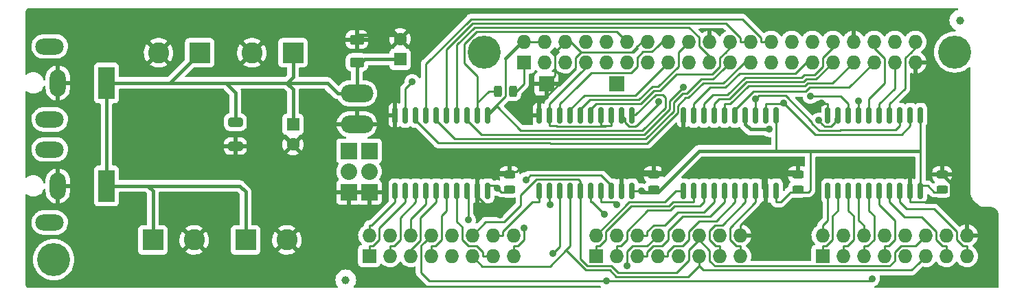
<source format=gbr>
%TF.GenerationSoftware,KiCad,Pcbnew,(6.0.0)*%
%TF.CreationDate,2022-06-25T21:25:22+02:00*%
%TF.ProjectId,active3-rpi-hub75-adapter,61637469-7665-4332-9d72-70692d687562,rev?*%
%TF.SameCoordinates,Original*%
%TF.FileFunction,Copper,L1,Top*%
%TF.FilePolarity,Positive*%
%FSLAX46Y46*%
G04 Gerber Fmt 4.6, Leading zero omitted, Abs format (unit mm)*
G04 Created by KiCad (PCBNEW (6.0.0)) date 2022-06-25 21:25:22*
%MOMM*%
%LPD*%
G01*
G04 APERTURE LIST*
G04 Aperture macros list*
%AMRoundRect*
0 Rectangle with rounded corners*
0 $1 Rounding radius*
0 $2 $3 $4 $5 $6 $7 $8 $9 X,Y pos of 4 corners*
0 Add a 4 corners polygon primitive as box body*
4,1,4,$2,$3,$4,$5,$6,$7,$8,$9,$2,$3,0*
0 Add four circle primitives for the rounded corners*
1,1,$1+$1,$2,$3*
1,1,$1+$1,$4,$5*
1,1,$1+$1,$6,$7*
1,1,$1+$1,$8,$9*
0 Add four rect primitives between the rounded corners*
20,1,$1+$1,$2,$3,$4,$5,0*
20,1,$1+$1,$4,$5,$6,$7,0*
20,1,$1+$1,$6,$7,$8,$9,0*
20,1,$1+$1,$8,$9,$2,$3,0*%
G04 Aperture macros list end*
%TA.AperFunction,SMDPad,CuDef*%
%ADD10RoundRect,0.243750X0.456250X-0.243750X0.456250X0.243750X-0.456250X0.243750X-0.456250X-0.243750X0*%
%TD*%
%TA.AperFunction,ComponentPad*%
%ADD11R,1.727200X1.727200*%
%TD*%
%TA.AperFunction,ComponentPad*%
%ADD12O,1.727200X1.727200*%
%TD*%
%TA.AperFunction,ComponentPad*%
%ADD13C,4.064000*%
%TD*%
%TA.AperFunction,SMDPad,CuDef*%
%ADD14RoundRect,0.243750X-0.243750X-0.456250X0.243750X-0.456250X0.243750X0.456250X-0.243750X0.456250X0*%
%TD*%
%TA.AperFunction,ComponentPad*%
%ADD15R,1.900000X1.900000*%
%TD*%
%TA.AperFunction,ComponentPad*%
%ADD16R,1.600000X1.600000*%
%TD*%
%TA.AperFunction,ComponentPad*%
%ADD17C,1.600000*%
%TD*%
%TA.AperFunction,SMDPad,CuDef*%
%ADD18RoundRect,0.250000X0.625000X-0.375000X0.625000X0.375000X-0.625000X0.375000X-0.625000X-0.375000X0*%
%TD*%
%TA.AperFunction,SMDPad,CuDef*%
%ADD19C,1.000000*%
%TD*%
%TA.AperFunction,ComponentPad*%
%ADD20O,4.000000X2.200000*%
%TD*%
%TA.AperFunction,ComponentPad*%
%ADD21R,2.032000X2.032000*%
%TD*%
%TA.AperFunction,ComponentPad*%
%ADD22C,2.032000*%
%TD*%
%TA.AperFunction,ComponentPad*%
%ADD23O,2.032000X2.032000*%
%TD*%
%TA.AperFunction,SMDPad,CuDef*%
%ADD24RoundRect,0.150000X-0.150000X0.875000X-0.150000X-0.875000X0.150000X-0.875000X0.150000X0.875000X0*%
%TD*%
%TA.AperFunction,ComponentPad*%
%ADD25R,2.000000X4.000000*%
%TD*%
%TA.AperFunction,ComponentPad*%
%ADD26O,2.000000X3.300000*%
%TD*%
%TA.AperFunction,ComponentPad*%
%ADD27O,3.500000X2.000000*%
%TD*%
%TA.AperFunction,ComponentPad*%
%ADD28R,2.600000X2.600000*%
%TD*%
%TA.AperFunction,ComponentPad*%
%ADD29C,2.600000*%
%TD*%
%TA.AperFunction,SMDPad,CuDef*%
%ADD30RoundRect,0.250000X-0.650000X0.325000X-0.650000X-0.325000X0.650000X-0.325000X0.650000X0.325000X0*%
%TD*%
%TA.AperFunction,ViaPad*%
%ADD31C,0.889000*%
%TD*%
%TA.AperFunction,Conductor*%
%ADD32C,0.406400*%
%TD*%
%TA.AperFunction,Conductor*%
%ADD33C,0.254000*%
%TD*%
G04 APERTURE END LIST*
D10*
%TO.P,C1,1*%
%TO.N,VCC*%
X106172000Y-58849500D03*
%TO.P,C1,2*%
%TO.N,GND*%
X106172000Y-56974500D03*
%TD*%
%TO.P,C2,1*%
%TO.N,VCC*%
X123952000Y-58849500D03*
%TO.P,C2,2*%
%TO.N,GND*%
X123952000Y-56974500D03*
%TD*%
%TO.P,C3,1*%
%TO.N,VCC*%
X141732000Y-58849500D03*
%TO.P,C3,2*%
%TO.N,GND*%
X141732000Y-56974500D03*
%TD*%
D11*
%TO.P,P1,1,Pin_1*%
%TO.N,Net-(P1-Pad1)*%
X107950000Y-43180000D03*
D12*
%TO.P,P1,2,Pin_2*%
%TO.N,VCC*%
X107950000Y-40640000D03*
%TO.P,P1,3,Pin_3*%
%TO.N,p2_g1*%
X110490000Y-43180000D03*
%TO.P,P1,4,Pin_4*%
%TO.N,VCC*%
X110490000Y-40640000D03*
%TO.P,P1,5,Pin_5*%
%TO.N,p2_b1*%
X113030000Y-43180000D03*
%TO.P,P1,6,Pin_6*%
%TO.N,GND*%
X113030000Y-40640000D03*
%TO.P,P1,7,Pin_7*%
%TO.N,strobe*%
X115570000Y-43180000D03*
%TO.P,P1,8,Pin_8*%
%TO.N,p2_r1*%
X115570000Y-40640000D03*
%TO.P,P1,9,Pin_9*%
%TO.N,unconnected-(P1-Pad9)*%
X118110000Y-43180000D03*
%TO.P,P1,10,Pin_10*%
%TO.N,row_E*%
X118110000Y-40640000D03*
%TO.P,P1,11,Pin_11*%
%TO.N,clock*%
X120650000Y-43180000D03*
%TO.P,P1,12,Pin_12*%
%TO.N,OE*%
X120650000Y-40640000D03*
%TO.P,P1,13,Pin_13*%
%TO.N,p0_g1*%
X123190000Y-43180000D03*
%TO.P,P1,14,Pin_14*%
%TO.N,GND*%
X123190000Y-40640000D03*
%TO.P,P1,15,Pin_15*%
%TO.N,row_A*%
X125730000Y-43180000D03*
%TO.P,P1,16,Pin_16*%
%TO.N,row_B*%
X125730000Y-40640000D03*
%TO.P,P1,17,Pin_17*%
%TO.N,unconnected-(P1-Pad17)*%
X128270000Y-43180000D03*
%TO.P,P1,18,Pin_18*%
%TO.N,row_C*%
X128270000Y-40640000D03*
%TO.P,P1,19,Pin_19*%
%TO.N,p0_b2*%
X130810000Y-43180000D03*
%TO.P,P1,20,Pin_20*%
%TO.N,GND*%
X130810000Y-40640000D03*
%TO.P,P1,21,Pin_21*%
%TO.N,p0_g2*%
X133350000Y-43180000D03*
%TO.P,P1,22,Pin_22*%
%TO.N,row_D*%
X133350000Y-40640000D03*
%TO.P,P1,23,Pin_23*%
%TO.N,p0_r1*%
X135890000Y-43180000D03*
%TO.P,P1,24,Pin_24*%
%TO.N,p0_r2*%
X135890000Y-40640000D03*
%TO.P,P1,25,Pin_25*%
%TO.N,GND*%
X138430000Y-43180000D03*
%TO.P,P1,26,Pin_26*%
%TO.N,p0_b1*%
X138430000Y-40640000D03*
%TO.P,P1,27,Pin_27*%
%TO.N,unconnected-(P1-Pad27)*%
X140970000Y-43180000D03*
%TO.P,P1,28,Pin_28*%
%TO.N,unconnected-(P1-Pad28)*%
X140970000Y-40640000D03*
%TO.P,P1,29,Pin_29*%
%TO.N,p1_g1*%
X143510000Y-43180000D03*
%TO.P,P1,30,Pin_30*%
%TO.N,unconnected-(P1-Pad30)*%
X143510000Y-40640000D03*
%TO.P,P1,31,Pin_31*%
%TO.N,p1_b1*%
X146050000Y-43180000D03*
%TO.P,P1,32,Pin_32*%
%TO.N,p1_r1*%
X146050000Y-40640000D03*
%TO.P,P1,33,Pin_33*%
%TO.N,p1_g2*%
X148590000Y-43180000D03*
%TO.P,P1,34,Pin_34*%
%TO.N,GND*%
X148590000Y-40640000D03*
%TO.P,P1,35,Pin_35*%
%TO.N,p1_r2*%
X151130000Y-43180000D03*
%TO.P,P1,36,Pin_36*%
%TO.N,p2_g2*%
X151130000Y-40640000D03*
%TO.P,P1,37,Pin_37*%
%TO.N,p2_r2*%
X153670000Y-43180000D03*
%TO.P,P1,38,Pin_38*%
%TO.N,p1_b2*%
X153670000Y-40640000D03*
%TO.P,P1,39,Pin_39*%
%TO.N,GND*%
X156210000Y-43180000D03*
%TO.P,P1,40,Pin_40*%
%TO.N,p2_b2*%
X156210000Y-40640000D03*
%TD*%
D11*
%TO.P,Panel-1,1,Pin_1*%
%TO.N,p0_r1_buff*%
X88900000Y-67056000D03*
D12*
%TO.P,Panel-1,2,Pin_2*%
%TO.N,p0_g1_buff*%
X88900000Y-64516000D03*
%TO.P,Panel-1,3,Pin_3*%
%TO.N,p0_b1_buff*%
X91440000Y-67056000D03*
%TO.P,Panel-1,4,Pin_4*%
%TO.N,Sel-Pin4*%
X91440000Y-64516000D03*
%TO.P,Panel-1,5,Pin_5*%
%TO.N,p0_r2_buff*%
X93980000Y-67056000D03*
%TO.P,Panel-1,6,Pin_6*%
%TO.N,p0_g2_buff*%
X93980000Y-64516000D03*
%TO.P,Panel-1,7,Pin_7*%
%TO.N,p0_b2_buff*%
X96520000Y-67056000D03*
%TO.P,Panel-1,8,Pin_8*%
%TO.N,Sel-Pin8*%
X96520000Y-64516000D03*
%TO.P,Panel-1,9,Pin_9*%
%TO.N,row_A_buff*%
X99060000Y-67056000D03*
%TO.P,Panel-1,10,Pin_10*%
%TO.N,row_B_buff*%
X99060000Y-64516000D03*
%TO.P,Panel-1,11,Pin_11*%
%TO.N,row_C_buff*%
X101600000Y-67056000D03*
%TO.P,Panel-1,12,Pin_12*%
%TO.N,row_D_buff*%
X101600000Y-64516000D03*
%TO.P,Panel-1,13,Pin_13*%
%TO.N,clock_buff_0*%
X104140000Y-67056000D03*
%TO.P,Panel-1,14,Pin_14*%
%TO.N,strobe_buff_0*%
X104140000Y-64516000D03*
%TO.P,Panel-1,15,Pin_15*%
%TO.N,OE_buff_0*%
X106680000Y-67056000D03*
%TO.P,Panel-1,16,Pin_16*%
%TO.N,GND*%
X106680000Y-64516000D03*
%TD*%
D11*
%TO.P,Panel-2,1,Pin_1*%
%TO.N,p1_r1_buff*%
X116840000Y-67056000D03*
D12*
%TO.P,Panel-2,2,Pin_2*%
%TO.N,p1_g1_buff*%
X116840000Y-64516000D03*
%TO.P,Panel-2,3,Pin_3*%
%TO.N,p1_b1_buff*%
X119380000Y-67056000D03*
%TO.P,Panel-2,4,Pin_4*%
%TO.N,Sel-Pin4*%
X119380000Y-64516000D03*
%TO.P,Panel-2,5,Pin_5*%
%TO.N,p1_r2_buff*%
X121920000Y-67056000D03*
%TO.P,Panel-2,6,Pin_6*%
%TO.N,p1_g2_buf*%
X121920000Y-64516000D03*
%TO.P,Panel-2,7,Pin_7*%
%TO.N,p1_b2_buff*%
X124460000Y-67056000D03*
%TO.P,Panel-2,8,Pin_8*%
%TO.N,Sel-Pin8*%
X124460000Y-64516000D03*
%TO.P,Panel-2,9,Pin_9*%
%TO.N,row_A_buff*%
X127000000Y-67056000D03*
%TO.P,Panel-2,10,Pin_10*%
%TO.N,row_B_buff*%
X127000000Y-64516000D03*
%TO.P,Panel-2,11,Pin_11*%
%TO.N,row_C_buff*%
X129540000Y-67056000D03*
%TO.P,Panel-2,12,Pin_12*%
%TO.N,row_D_buff*%
X129540000Y-64516000D03*
%TO.P,Panel-2,13,Pin_13*%
%TO.N,clock_buff_1*%
X132080000Y-67056000D03*
%TO.P,Panel-2,14,Pin_14*%
%TO.N,strobe_buff_1*%
X132080000Y-64516000D03*
%TO.P,Panel-2,15,Pin_15*%
%TO.N,OE_buff_1*%
X134620000Y-67056000D03*
%TO.P,Panel-2,16,Pin_16*%
%TO.N,GND*%
X134620000Y-64516000D03*
%TD*%
D11*
%TO.P,Panel-3,1,Pin_1*%
%TO.N,p2_r1_buff*%
X144780000Y-67056000D03*
D12*
%TO.P,Panel-3,2,Pin_2*%
%TO.N,p2_g1_buff*%
X144780000Y-64516000D03*
%TO.P,Panel-3,3,Pin_3*%
%TO.N,p2_b1_buff*%
X147320000Y-67056000D03*
%TO.P,Panel-3,4,Pin_4*%
%TO.N,Sel-Pin4*%
X147320000Y-64516000D03*
%TO.P,Panel-3,5,Pin_5*%
%TO.N,p2_r2_buff*%
X149860000Y-67056000D03*
%TO.P,Panel-3,6,Pin_6*%
%TO.N,p2_g2_buf*%
X149860000Y-64516000D03*
%TO.P,Panel-3,7,Pin_7*%
%TO.N,p2_b2_buff*%
X152400000Y-67056000D03*
%TO.P,Panel-3,8,Pin_8*%
%TO.N,Sel-Pin8*%
X152400000Y-64516000D03*
%TO.P,Panel-3,9,Pin_9*%
%TO.N,row_A_buff*%
X154940000Y-67056000D03*
%TO.P,Panel-3,10,Pin_10*%
%TO.N,row_B_buff*%
X154940000Y-64516000D03*
%TO.P,Panel-3,11,Pin_11*%
%TO.N,row_C_buff*%
X157480000Y-67056000D03*
%TO.P,Panel-3,12,Pin_12*%
%TO.N,row_D_buff*%
X157480000Y-64516000D03*
%TO.P,Panel-3,13,Pin_13*%
%TO.N,clock_buff_2*%
X160020000Y-67056000D03*
%TO.P,Panel-3,14,Pin_14*%
%TO.N,strobe_buff_2*%
X160020000Y-64516000D03*
%TO.P,Panel-3,15,Pin_15*%
%TO.N,OE_buff_2*%
X162560000Y-67056000D03*
%TO.P,Panel-3,16,Pin_16*%
%TO.N,GND*%
X162560000Y-64516000D03*
%TD*%
D13*
%TO.P,P20,1*%
%TO.N,N/C*%
X103080000Y-41910000D03*
%TD*%
%TO.P,P21,1*%
%TO.N,N/C*%
X161080000Y-41910000D03*
%TD*%
D14*
%TO.P,R1,1*%
%TO.N,OE*%
X104726500Y-46736000D03*
%TO.P,R1,2*%
%TO.N,Net-(P1-Pad1)*%
X106601500Y-46736000D03*
%TD*%
D15*
%TO.P,P5,1,Pin_1*%
%TO.N,GND*%
X110744000Y-45847000D03*
%TD*%
D16*
%TO.P,C5,1*%
%TO.N,VCC*%
X92710000Y-42799000D03*
D17*
%TO.P,C5,2*%
%TO.N,GND*%
X92710000Y-40299000D03*
%TD*%
D15*
%TO.P,P3,1,Pin_1*%
%TO.N,row_E*%
X119380000Y-45847000D03*
%TD*%
D18*
%TO.P,C6,1*%
%TO.N,VCC*%
X87376000Y-43183000D03*
%TO.P,C6,2*%
%TO.N,GND*%
X87376000Y-40383000D03*
%TD*%
D19*
%TO.P,REF\u002A\u002A,~*%
%TO.N,N/C*%
X86000000Y-70000000D03*
%TD*%
D20*
%TO.P,P2,1*%
%TO.N,VCC*%
X87376000Y-46990000D03*
%TD*%
%TO.P,P4,1*%
%TO.N,GND*%
X87376000Y-50800000D03*
%TD*%
D21*
%TO.P,P6,1,Pin_1*%
%TO.N,Net-(P6-Pad1)*%
X86360000Y-54102000D03*
%TO.P,P6,2,Pin_2*%
X88900000Y-54102000D03*
%TD*%
D22*
%TO.P,P7,1,Pin_1*%
%TO.N,Sel-Pin4*%
X86360000Y-56642000D03*
D23*
%TO.P,P7,2,Pin_2*%
%TO.N,Sel-Pin8*%
X88900000Y-56642000D03*
%TD*%
D21*
%TO.P,P8,1,Pin_1*%
%TO.N,GND*%
X86360000Y-59182000D03*
%TO.P,P8,2,Pin_2*%
X88900000Y-59182000D03*
%TD*%
D24*
%TO.P,U1,1,A->B*%
%TO.N,VCC*%
X103505000Y-49706000D03*
%TO.P,U1,2,A0*%
%TO.N,OE*%
X102235000Y-49706000D03*
%TO.P,U1,3,A1*%
%TO.N,clock*%
X100965000Y-49706000D03*
%TO.P,U1,4,A2*%
%TO.N,p0_b2*%
X99695000Y-49706000D03*
%TO.P,U1,5,A3*%
%TO.N,p0_r2*%
X98425000Y-49706000D03*
%TO.P,U1,6,A4*%
%TO.N,p0_g2*%
X97155000Y-49706000D03*
%TO.P,U1,7,A5*%
%TO.N,p0_b1*%
X95885000Y-49706000D03*
%TO.P,U1,8,A6*%
%TO.N,p0_r1*%
X94615000Y-49706000D03*
%TO.P,U1,9,A7*%
%TO.N,p0_g1*%
X93345000Y-49706000D03*
%TO.P,U1,10,GND*%
%TO.N,GND*%
X92075000Y-49706000D03*
%TO.P,U1,11,B7*%
%TO.N,p0_g1_buff*%
X92075000Y-59006000D03*
%TO.P,U1,12,B6*%
%TO.N,p0_r1_buff*%
X93345000Y-59006000D03*
%TO.P,U1,13,B5*%
%TO.N,p0_b1_buff*%
X94615000Y-59006000D03*
%TO.P,U1,14,B4*%
%TO.N,p0_g2_buff*%
X95885000Y-59006000D03*
%TO.P,U1,15,B3*%
%TO.N,p0_r2_buff*%
X97155000Y-59006000D03*
%TO.P,U1,16,B2*%
%TO.N,p0_b2_buff*%
X98425000Y-59006000D03*
%TO.P,U1,17,B1*%
%TO.N,clock_buff_0*%
X99695000Y-59006000D03*
%TO.P,U1,18,B0*%
%TO.N,OE_buff_0*%
X100965000Y-59006000D03*
%TO.P,U1,19,CE*%
%TO.N,GND*%
X102235000Y-59006000D03*
%TO.P,U1,20,VCC*%
%TO.N,VCC*%
X103505000Y-59006000D03*
%TD*%
%TO.P,U2,1,A->B*%
%TO.N,VCC*%
X121285000Y-49706000D03*
%TO.P,U2,2,A0*%
%TO.N,row_E*%
X120015000Y-49706000D03*
%TO.P,U2,3,A1*%
%TO.N,strobe*%
X118745000Y-49706000D03*
%TO.P,U2,4,A2*%
X117475000Y-49706000D03*
%TO.P,U2,5,A3*%
%TO.N,row_D*%
X116205000Y-49706000D03*
%TO.P,U2,6,A4*%
%TO.N,row_C*%
X114935000Y-49706000D03*
%TO.P,U2,7,A5*%
%TO.N,row_A*%
X113665000Y-49706000D03*
%TO.P,U2,8,A6*%
%TO.N,row_B*%
X112395000Y-49706000D03*
%TO.P,U2,9,A7*%
%TO.N,strobe*%
X111125000Y-49706000D03*
%TO.P,U2,10,GND*%
%TO.N,GND*%
X109855000Y-49706000D03*
%TO.P,U2,11,B7*%
%TO.N,strobe_buff_0*%
X109855000Y-59006000D03*
%TO.P,U2,12,B6*%
%TO.N,row_B_buff*%
X111125000Y-59006000D03*
%TO.P,U2,13,B5*%
%TO.N,row_A_buff*%
X112395000Y-59006000D03*
%TO.P,U2,14,B4*%
%TO.N,row_C_buff*%
X113665000Y-59006000D03*
%TO.P,U2,15,B3*%
%TO.N,row_D_buff*%
X114935000Y-59006000D03*
%TO.P,U2,16,B2*%
%TO.N,strobe_buff_1*%
X116205000Y-59006000D03*
%TO.P,U2,17,B1*%
%TO.N,strobe_buff_2*%
X117475000Y-59006000D03*
%TO.P,U2,18,B0*%
%TO.N,Net-(P6-Pad1)*%
X118745000Y-59006000D03*
%TO.P,U2,19,CE*%
%TO.N,GND*%
X120015000Y-59006000D03*
%TO.P,U2,20,VCC*%
%TO.N,VCC*%
X121285000Y-59006000D03*
%TD*%
%TO.P,U3,1,A->B*%
%TO.N,VCC*%
X139065000Y-49706000D03*
%TO.P,U3,2,A0*%
%TO.N,OE*%
X137795000Y-49706000D03*
%TO.P,U3,3,A1*%
%TO.N,clock*%
X136525000Y-49706000D03*
%TO.P,U3,4,A2*%
%TO.N,p1_b2*%
X135255000Y-49706000D03*
%TO.P,U3,5,A3*%
%TO.N,p1_r2*%
X133985000Y-49706000D03*
%TO.P,U3,6,A4*%
%TO.N,p1_g2*%
X132715000Y-49706000D03*
%TO.P,U3,7,A5*%
%TO.N,p1_b1*%
X131445000Y-49706000D03*
%TO.P,U3,8,A6*%
%TO.N,p1_r1*%
X130175000Y-49706000D03*
%TO.P,U3,9,A7*%
%TO.N,p1_g1*%
X128905000Y-49706000D03*
%TO.P,U3,10,GND*%
%TO.N,GND*%
X127635000Y-49706000D03*
%TO.P,U3,11,B7*%
%TO.N,p1_g1_buff*%
X127635000Y-59006000D03*
%TO.P,U3,12,B6*%
%TO.N,p1_r1_buff*%
X128905000Y-59006000D03*
%TO.P,U3,13,B5*%
%TO.N,p1_b1_buff*%
X130175000Y-59006000D03*
%TO.P,U3,14,B4*%
%TO.N,p1_g2_buf*%
X131445000Y-59006000D03*
%TO.P,U3,15,B3*%
%TO.N,p1_r2_buff*%
X132715000Y-59006000D03*
%TO.P,U3,16,B2*%
%TO.N,p1_b2_buff*%
X133985000Y-59006000D03*
%TO.P,U3,17,B1*%
%TO.N,clock_buff_1*%
X135255000Y-59006000D03*
%TO.P,U3,18,B0*%
%TO.N,OE_buff_1*%
X136525000Y-59006000D03*
%TO.P,U3,19,CE*%
%TO.N,GND*%
X137795000Y-59006000D03*
%TO.P,U3,20,VCC*%
%TO.N,VCC*%
X139065000Y-59006000D03*
%TD*%
%TO.P,U4,1,A->B*%
%TO.N,VCC*%
X156845000Y-49706000D03*
%TO.P,U4,2,A0*%
%TO.N,OE*%
X155575000Y-49706000D03*
%TO.P,U4,3,A1*%
%TO.N,clock*%
X154305000Y-49706000D03*
%TO.P,U4,4,A2*%
%TO.N,p2_b2*%
X153035000Y-49706000D03*
%TO.P,U4,5,A3*%
%TO.N,p2_r2*%
X151765000Y-49706000D03*
%TO.P,U4,6,A4*%
%TO.N,p2_g2*%
X150495000Y-49706000D03*
%TO.P,U4,7,A5*%
%TO.N,p2_b1*%
X149225000Y-49706000D03*
%TO.P,U4,8,A6*%
%TO.N,p2_r1*%
X147955000Y-49706000D03*
%TO.P,U4,9,A7*%
%TO.N,p2_g1*%
X146685000Y-49706000D03*
%TO.P,U4,10,GND*%
%TO.N,GND*%
X145415000Y-49706000D03*
%TO.P,U4,11,B7*%
%TO.N,p2_g1_buff*%
X145415000Y-59006000D03*
%TO.P,U4,12,B6*%
%TO.N,p2_r1_buff*%
X146685000Y-59006000D03*
%TO.P,U4,13,B5*%
%TO.N,p2_b1_buff*%
X147955000Y-59006000D03*
%TO.P,U4,14,B4*%
%TO.N,p2_g2_buf*%
X149225000Y-59006000D03*
%TO.P,U4,15,B3*%
%TO.N,p2_r2_buff*%
X150495000Y-59006000D03*
%TO.P,U4,16,B2*%
%TO.N,p2_b2_buff*%
X151765000Y-59006000D03*
%TO.P,U4,17,B1*%
%TO.N,clock_buff_2*%
X153035000Y-59006000D03*
%TO.P,U4,18,B0*%
%TO.N,OE_buff_2*%
X154305000Y-59006000D03*
%TO.P,U4,19,CE*%
%TO.N,GND*%
X155575000Y-59006000D03*
%TO.P,U4,20,VCC*%
%TO.N,VCC*%
X156845000Y-59006000D03*
%TD*%
D19*
%TO.P,REF\u002A\u002A,~*%
%TO.N,N/C*%
X161700000Y-38000000D03*
%TD*%
D10*
%TO.P,C4,1*%
%TO.N,VCC*%
X159512000Y-58849500D03*
%TO.P,C4,2*%
%TO.N,GND*%
X159512000Y-56974500D03*
%TD*%
D13*
%TO.P,,1*%
%TO.N,N/C*%
X50000000Y-67500000D03*
%TD*%
D25*
%TO.P,J6,1,Pin_1*%
%TO.N,VCC*%
X56500000Y-58420000D03*
D26*
%TO.P,J6,2,Pin_2*%
%TO.N,GND*%
X50500000Y-58420000D03*
D27*
%TO.P,J6,MP*%
%TO.N,N/C*%
X49500000Y-62920000D03*
X49500000Y-53920000D03*
%TD*%
D28*
%TO.P,J1,1,Pin_1*%
%TO.N,VCC*%
X62225000Y-65070000D03*
D29*
%TO.P,J1,2,Pin_2*%
%TO.N,GND*%
X67305000Y-65070000D03*
%TD*%
D28*
%TO.P,J3,1,Pin_1*%
%TO.N,VCC*%
X68000000Y-42000000D03*
D29*
%TO.P,J3,2,Pin_2*%
%TO.N,GND*%
X62920000Y-42000000D03*
%TD*%
D16*
%TO.P,C7,1*%
%TO.N,VCC*%
X79500000Y-50817621D03*
D17*
%TO.P,C7,2*%
%TO.N,GND*%
X79500000Y-53317621D03*
%TD*%
D25*
%TO.P,J5,1,Pin_1*%
%TO.N,VCC*%
X56500000Y-45720000D03*
D26*
%TO.P,J5,2,Pin_2*%
%TO.N,GND*%
X50500000Y-45720000D03*
D27*
%TO.P,J5,MP*%
%TO.N,N/C*%
X49500000Y-50220000D03*
X49500000Y-41220000D03*
%TD*%
D30*
%TO.P,C8,1*%
%TO.N,VCC*%
X72390000Y-50550000D03*
%TO.P,C8,2*%
%TO.N,GND*%
X72390000Y-53500000D03*
%TD*%
D28*
%TO.P,J4,1,Pin_1*%
%TO.N,VCC*%
X79500000Y-42000000D03*
D29*
%TO.P,J4,2,Pin_2*%
%TO.N,GND*%
X74420000Y-42000000D03*
%TD*%
D28*
%TO.P,J2,1,Pin_1*%
%TO.N,VCC*%
X73655000Y-65070000D03*
D29*
%TO.P,J2,2,Pin_2*%
%TO.N,GND*%
X78735000Y-65070000D03*
%TD*%
D31*
%TO.N,VCC*%
X122448000Y-59056000D03*
X104659500Y-58655800D03*
%TO.N,GND*%
X160000000Y-52000000D03*
X144634400Y-48160000D03*
X95500000Y-55250000D03*
X105029000Y-61976000D03*
X120750000Y-54750000D03*
X136000000Y-55250000D03*
%TO.N,p2_g1*%
X144310000Y-50350700D03*
%TO.N,p2_b1*%
X149225000Y-47951000D03*
%TO.N,p2_r1*%
X143270400Y-47332100D03*
%TO.N,p0_g1*%
X94208000Y-45594300D03*
%TO.N,OE*%
X139973900Y-48232500D03*
%TO.N,clock*%
X136525000Y-47724700D03*
X127635000Y-46228000D03*
%TO.N,p1_b2*%
X138230600Y-51450000D03*
%TO.N,row_A_buff*%
X111520000Y-66774400D03*
%TO.N,row_B_buff*%
X111221000Y-60767800D03*
%TO.N,OE_buff_0*%
X107940500Y-63564400D03*
X101092000Y-62611000D03*
%TO.N,strobe_buff_1*%
X117884900Y-61925400D03*
%TO.N,strobe_buff_2*%
X119380700Y-60713100D03*
%TO.N,row_E*%
X124587000Y-48006000D03*
%TO.N,Net-(P6-Pad1)*%
X108204000Y-57658000D03*
%TO.N,Sel-Pin8*%
X120650000Y-68262460D03*
X118110000Y-70104000D03*
X150876000Y-69850000D03*
%TD*%
D32*
%TO.N,VCC*%
X88360000Y-42799000D02*
X87376000Y-43783000D01*
X122554000Y-59162000D02*
X124480000Y-59162000D01*
X129540000Y-54102000D02*
X124480000Y-59162000D01*
X129540000Y-54102000D02*
X139192000Y-54102000D01*
D33*
X156845000Y-54229000D02*
X156718000Y-54102000D01*
X156845000Y-53975000D02*
X156718000Y-54102000D01*
X143022000Y-59162000D02*
X143256000Y-58928000D01*
X143256000Y-58928000D02*
X143256000Y-54102000D01*
D32*
X143256000Y-54102000D02*
X156718000Y-54102000D01*
D33*
X139065000Y-54102000D02*
X139192000Y-54102000D01*
D32*
X139192000Y-54102000D02*
X143256000Y-54102000D01*
D33*
X125429959Y-47500217D02*
X125429959Y-48765783D01*
X140725700Y-59287800D02*
X140725700Y-59162000D01*
D32*
X104584500Y-48576500D02*
X103505000Y-49656000D01*
X79500000Y-46500000D02*
X79500000Y-50817621D01*
X72390000Y-50550000D02*
X72390000Y-46890000D01*
D33*
X122448000Y-59056000D02*
X122839700Y-59056000D01*
X139065000Y-59056000D02*
X139065000Y-60412300D01*
D32*
X92710000Y-42799000D02*
X88360000Y-42799000D01*
X78280000Y-45720000D02*
X78780000Y-45720000D01*
D33*
X142738300Y-59162000D02*
X143022000Y-59162000D01*
X122839700Y-59056000D02*
X122945700Y-59162000D01*
D32*
X107696000Y-40640000D02*
X105664000Y-42672000D01*
D33*
X125110241Y-47180499D02*
X125429959Y-47500217D01*
D32*
X64220000Y-45720000D02*
X64280000Y-45720000D01*
D33*
X139065000Y-51012300D02*
X139065000Y-54102000D01*
D32*
X83720000Y-45720000D02*
X84990000Y-46990000D01*
D33*
X139065000Y-60412300D02*
X139601200Y-60412300D01*
X139065000Y-49656000D02*
X139065000Y-51012300D01*
X105664000Y-42672000D02*
X105664000Y-47382046D01*
X106172000Y-59162000D02*
X105165700Y-59162000D01*
X107569800Y-51561800D02*
X104584500Y-48576500D01*
X56500000Y-58420000D02*
X56500000Y-59345000D01*
X68000000Y-41500000D02*
X68000000Y-42000000D01*
D32*
X72390000Y-46890000D02*
X71220000Y-45720000D01*
X72920000Y-58420000D02*
X61580000Y-58420000D01*
X73655000Y-65070000D02*
X73655000Y-59155000D01*
D33*
X123952000Y-59162000D02*
X122945700Y-59162000D01*
D32*
X87376000Y-43783000D02*
X87376000Y-47244000D01*
D33*
X156845000Y-51012300D02*
X156845000Y-53975000D01*
X139601200Y-60412300D02*
X140725700Y-59287800D01*
X157721500Y-58377800D02*
X158505700Y-59162000D01*
X122575721Y-51620021D02*
X111814621Y-51620021D01*
X107950000Y-40640000D02*
X110490000Y-40640000D01*
X103505000Y-58377800D02*
X104381500Y-58377800D01*
X156845000Y-58377800D02*
X156845000Y-57699700D01*
D32*
X107950000Y-40640000D02*
X107696000Y-40640000D01*
D33*
X141732000Y-59162000D02*
X142738300Y-59162000D01*
D32*
X64280000Y-45720000D02*
X68000000Y-42000000D01*
D33*
X111756400Y-51561800D02*
X107569800Y-51561800D01*
X121285000Y-49656000D02*
X121715258Y-49656000D01*
D32*
X78780000Y-45720000D02*
X83720000Y-45720000D01*
D33*
X156845000Y-58377800D02*
X157721500Y-58377800D01*
D32*
X56500000Y-45720000D02*
X64220000Y-45720000D01*
D33*
X121715258Y-49656000D02*
X124190759Y-47180499D01*
X121285000Y-59056000D02*
X122448000Y-59056000D01*
D32*
X73655000Y-59155000D02*
X72920000Y-58420000D01*
X62225000Y-59065000D02*
X61580000Y-58420000D01*
D33*
X159512000Y-59162000D02*
X158505700Y-59162000D01*
X156845000Y-59056000D02*
X156845000Y-58377800D01*
X124190759Y-47180499D02*
X125110241Y-47180499D01*
X111814621Y-51620021D02*
X111756400Y-51561800D01*
D32*
X64220000Y-45720000D02*
X71220000Y-45720000D01*
D33*
X104659500Y-58655800D02*
X105165700Y-59162000D01*
D32*
X122448000Y-59056000D02*
X122554000Y-59162000D01*
X56500000Y-58420000D02*
X56500000Y-45720000D01*
X62225000Y-65070000D02*
X62225000Y-59065000D01*
X84990000Y-46990000D02*
X87376000Y-46990000D01*
D33*
X104381500Y-58377800D02*
X104659500Y-58655800D01*
X156845000Y-49656000D02*
X156845000Y-51012300D01*
X104584500Y-48461546D02*
X104584500Y-48576500D01*
D32*
X79500000Y-46500000D02*
X78720000Y-45720000D01*
X79500000Y-45000000D02*
X78780000Y-45720000D01*
X61580000Y-58420000D02*
X56500000Y-58420000D01*
D33*
X141732000Y-59162000D02*
X140725700Y-59162000D01*
D32*
X79500000Y-45000000D02*
X79500000Y-42000000D01*
D33*
X125429959Y-48765783D02*
X122575721Y-51620021D01*
X156845000Y-57699700D02*
X156845000Y-54229000D01*
D32*
X78720000Y-45720000D02*
X78280000Y-45720000D01*
D33*
X105664000Y-47382046D02*
X104584500Y-48461546D01*
X103505000Y-59056000D02*
X103505000Y-58377800D01*
D32*
X71220000Y-45720000D02*
X78280000Y-45720000D01*
D33*
%TO.N,GND*%
X92075000Y-54500000D02*
X92075000Y-51012300D01*
D32*
X94750000Y-54500000D02*
X95500000Y-55250000D01*
D33*
X159512000Y-52000000D02*
X159512000Y-56662000D01*
X113759100Y-40640000D02*
X113030000Y-40640000D01*
X122499700Y-40640000D02*
X121945100Y-41194600D01*
D32*
X92194000Y-39783000D02*
X92710000Y-40299000D01*
D33*
X111760000Y-41910000D02*
X111760000Y-44831000D01*
X111760000Y-44831000D02*
X110744000Y-45847000D01*
X127635000Y-51012300D02*
X124958300Y-53689000D01*
X121229700Y-41910000D02*
X115029100Y-41910000D01*
X123952000Y-56662000D02*
X124958300Y-56662000D01*
X137795000Y-58504900D02*
X137795000Y-59056000D01*
X124958300Y-53689000D02*
X124958300Y-56662000D01*
X102235000Y-59056000D02*
X102235000Y-59731000D01*
X102235000Y-59056000D02*
X102235000Y-57699700D01*
D32*
X160669210Y-59919210D02*
X161125000Y-60375000D01*
X159512000Y-56974500D02*
X160669210Y-58131710D01*
X141732000Y-56662000D02*
X137412000Y-56662000D01*
X137412000Y-56662000D02*
X137412000Y-58623000D01*
D33*
X106172000Y-56662000D02*
X103272700Y-56662000D01*
D32*
X160669210Y-58131710D02*
X160669210Y-59919210D01*
D33*
X137478800Y-60412300D02*
X137795000Y-60412300D01*
X107329021Y-56383979D02*
X107051000Y-56662000D01*
D32*
X122903750Y-56678850D02*
X122678850Y-56678850D01*
D33*
X156210000Y-43180000D02*
X156210000Y-44424900D01*
D32*
X87376000Y-39783000D02*
X92194000Y-39783000D01*
X122678850Y-56678850D02*
X122550000Y-56550000D01*
D33*
X144774100Y-48299700D02*
X145415000Y-48299700D01*
X127635000Y-49656000D02*
X127635000Y-51012300D01*
X112920851Y-56383979D02*
X107329021Y-56383979D01*
X107051000Y-56662000D02*
X106172000Y-56662000D01*
X120015000Y-57699700D02*
X118703291Y-56387991D01*
X104480000Y-61976000D02*
X105029000Y-61976000D01*
X159512000Y-52000000D02*
X160000000Y-52000000D01*
X123190000Y-40640000D02*
X122499700Y-40640000D01*
X109855000Y-49656000D02*
X109855000Y-48299700D01*
X102235000Y-59731000D02*
X104480000Y-61976000D01*
X121945100Y-41194600D02*
X121229700Y-41910000D01*
D32*
X161125000Y-60375000D02*
X162560000Y-61810000D01*
D33*
X114274900Y-41155800D02*
X115029100Y-41910000D01*
X155575000Y-59056000D02*
X155575000Y-60412300D01*
D32*
X123952000Y-56662000D02*
X122920600Y-56662000D01*
D33*
X134620000Y-64516000D02*
X134620000Y-63271100D01*
D32*
X92075000Y-54500000D02*
X94750000Y-54500000D01*
D33*
X144634400Y-48160000D02*
X144774100Y-48299700D01*
X113030000Y-40640000D02*
X111760000Y-41910000D01*
X109855000Y-48299700D02*
X114300000Y-43854700D01*
X92075000Y-57191300D02*
X92075000Y-54500000D01*
X92075000Y-57191300D02*
X101726600Y-57191300D01*
D32*
X122920600Y-56662000D02*
X122903750Y-56678850D01*
X162560000Y-61810000D02*
X162560000Y-64516000D01*
D33*
X103272700Y-56662000D02*
X102235000Y-57699700D01*
X134620000Y-63271100D02*
X137478800Y-60412300D01*
D32*
X122387991Y-56387991D02*
X122550000Y-56550000D01*
X137412000Y-58623000D02*
X137795000Y-59006000D01*
D33*
X155575000Y-60412300D02*
X161087700Y-60412300D01*
X114300000Y-42639100D02*
X115029100Y-41910000D01*
X161087700Y-60412300D02*
X161125000Y-60375000D01*
X145415000Y-49656000D02*
X145415000Y-48299700D01*
X114300000Y-43854700D02*
X114300000Y-42639100D01*
D32*
X137412000Y-56662000D02*
X136000000Y-55250000D01*
X122550000Y-56550000D02*
X120750000Y-54750000D01*
X118703291Y-56387991D02*
X122387991Y-56387991D01*
D33*
X92075000Y-49656000D02*
X92075000Y-51012300D01*
X137795000Y-59056000D02*
X137795000Y-60412300D01*
X101726600Y-57191300D02*
X102235000Y-57699700D01*
X112924863Y-56387991D02*
X112920851Y-56383979D01*
X118703291Y-56387991D02*
X112924863Y-56387991D01*
X156210000Y-44424900D02*
X159512000Y-47726900D01*
X113759100Y-40640000D02*
X114274900Y-41155800D01*
X159512000Y-47726900D02*
X159512000Y-52000000D01*
X120015000Y-59056000D02*
X120015000Y-57699700D01*
%TO.N,p2_g1*%
X145045046Y-51112010D02*
X144754499Y-50821463D01*
X145784954Y-51112010D02*
X145045046Y-51112010D01*
X144754499Y-50821463D02*
X144754499Y-50795199D01*
X144310000Y-50350700D02*
X144310000Y-50399600D01*
X146314290Y-50076710D02*
X146314290Y-50582674D01*
X146314290Y-50582674D02*
X145784954Y-51112010D01*
X146685000Y-49706000D02*
X146314290Y-50076710D01*
X144754499Y-50795199D02*
X144310000Y-50350700D01*
%TO.N,p2_b1*%
X149225000Y-49656000D02*
X149225000Y-47951000D01*
%TO.N,strobe*%
X115570000Y-43854700D02*
X115570000Y-43180000D01*
X117937990Y-51112010D02*
X118037700Y-51012300D01*
X117475000Y-51012300D02*
X118037700Y-51012300D01*
X117475000Y-49656000D02*
X117475000Y-51012300D01*
X111925336Y-51012300D02*
X112025046Y-51112010D01*
X118037700Y-51012300D02*
X118745000Y-51012300D01*
X114954850Y-44469850D02*
X111125000Y-48299700D01*
X111125000Y-51012300D02*
X111925336Y-51012300D01*
X118745000Y-49656000D02*
X118745000Y-51012300D01*
X111125000Y-48299700D02*
X111125000Y-51012300D01*
X114999800Y-44424900D02*
X114954850Y-44469850D01*
X112025046Y-51112010D02*
X117937990Y-51112010D01*
X114954850Y-44469850D02*
X115570000Y-43854700D01*
%TO.N,p2_r1*%
X146987400Y-47332100D02*
X143270400Y-47332100D01*
X147955000Y-49656000D02*
X147955000Y-48299700D01*
X147955000Y-48299700D02*
X146987400Y-47332100D01*
%TO.N,p2_r2*%
X153670000Y-46394700D02*
X153670000Y-44424900D01*
X153670000Y-43180000D02*
X153670000Y-44424900D01*
X151765000Y-49656000D02*
X151765000Y-48299700D01*
X151765000Y-48299700D02*
X153670000Y-46394700D01*
%TO.N,p0_r1*%
X134623900Y-43691900D02*
X134645100Y-43670700D01*
X135135800Y-43180000D02*
X135890000Y-43180000D01*
X130045078Y-45758100D02*
X132557700Y-45758100D01*
X127887488Y-47561512D02*
X128241667Y-47561511D01*
X128241667Y-47561511D02*
X130045078Y-45758100D01*
X126953992Y-48495008D02*
X127887488Y-47561512D01*
X123169008Y-53182042D02*
X126953992Y-49397058D01*
X111168492Y-53129200D02*
X111221334Y-53182042D01*
X97413200Y-53129200D02*
X111168492Y-53129200D01*
X126953992Y-49397058D02*
X126953992Y-48495008D01*
X132557700Y-45758100D02*
X134623900Y-43691900D01*
X134623900Y-43691900D02*
X135135800Y-43180000D01*
X94615000Y-50331000D02*
X97413200Y-53129200D01*
X94615000Y-49656000D02*
X94615000Y-50331000D01*
X111221334Y-53182042D02*
X123169008Y-53182042D01*
%TO.N,p0_g1*%
X93345000Y-46457300D02*
X93345000Y-49656000D01*
X93345000Y-46457300D02*
X94208000Y-45594300D01*
%TO.N,OE*%
X103632000Y-46736000D02*
X102235000Y-48133000D01*
X102235000Y-48133000D02*
X102235000Y-49656000D01*
X120150050Y-40140050D02*
X120650000Y-40640000D01*
X119385600Y-39375600D02*
X120650000Y-40640000D01*
X102235000Y-49656000D02*
X102235000Y-44912000D01*
X143869431Y-52128031D02*
X147158841Y-52128031D01*
X155575000Y-51012300D02*
X155575000Y-49656000D01*
X154526600Y-52060700D02*
X155575000Y-51012300D01*
X100603000Y-40916400D02*
X100603000Y-43280000D01*
X118607500Y-39375600D02*
X102143800Y-39375600D01*
X147158841Y-52128031D02*
X147226172Y-52060700D01*
X139973900Y-48232500D02*
X143869431Y-52128031D01*
X137795000Y-48299700D02*
X139906700Y-48299700D01*
X147226172Y-52060700D02*
X154526600Y-52060700D01*
X137795000Y-49656000D02*
X137795000Y-48299700D01*
X104314000Y-46736000D02*
X103632000Y-46736000D01*
X139906700Y-48299700D02*
X139973900Y-48232500D01*
X102143800Y-39375600D02*
X100603000Y-40916400D01*
X100603000Y-43280000D02*
X102235000Y-44912000D01*
X118607500Y-39375600D02*
X119385600Y-39375600D01*
%TO.N,p0_b1*%
X137185100Y-40640000D02*
X137185100Y-40124200D01*
X95885000Y-43383100D02*
X95885000Y-49656000D01*
X134911200Y-37850300D02*
X101417800Y-37850300D01*
X101417800Y-37850300D02*
X95885000Y-43383100D01*
X137185100Y-40124200D02*
X134911200Y-37850300D01*
X138430000Y-40640000D02*
X137185100Y-40640000D01*
%TO.N,p0_r2*%
X134645100Y-40124200D02*
X132879700Y-38358800D01*
X101640300Y-38358800D02*
X98425000Y-41574100D01*
X135890000Y-40640000D02*
X134645100Y-40640000D01*
X134645100Y-40640000D02*
X134645100Y-40124200D01*
X98425000Y-41574100D02*
X98425000Y-48299700D01*
X132879700Y-38358800D02*
X101640300Y-38358800D01*
X98425000Y-49656000D02*
X98425000Y-48299700D01*
%TO.N,p0_g2*%
X132486401Y-44043599D02*
X133350000Y-43180000D01*
X97155000Y-50331000D02*
X99444800Y-52620800D01*
X127527935Y-47053501D02*
X128031241Y-47053501D01*
X128031241Y-47053501D02*
X129835042Y-45249700D01*
X111393769Y-52636041D02*
X122996573Y-52636041D01*
X122996573Y-52636041D02*
X126445981Y-49186633D01*
X131280300Y-45249700D02*
X132486401Y-44043599D01*
X99444800Y-52620800D02*
X111378528Y-52620800D01*
X111378528Y-52620800D02*
X111393769Y-52636041D01*
X129835042Y-45249700D02*
X131280300Y-45249700D01*
X126445981Y-49186633D02*
X126445981Y-48135455D01*
X97155000Y-49656000D02*
X97155000Y-50331000D01*
X126445981Y-48135455D02*
X127527935Y-47053501D01*
%TO.N,row_D*%
X133350000Y-41369100D02*
X133350000Y-40640000D01*
X116886300Y-48299700D02*
X116205000Y-48981000D01*
X132097800Y-42621300D02*
X132097800Y-43703100D01*
X126758700Y-44661100D02*
X124747311Y-46672489D01*
X132097800Y-43703100D02*
X131139800Y-44661100D01*
X124747311Y-46672489D02*
X123980335Y-46672489D01*
X122353124Y-48299700D02*
X116886300Y-48299700D01*
X132834200Y-41884900D02*
X132825550Y-41893550D01*
X132825550Y-41893550D02*
X132097800Y-42621300D01*
X132825550Y-41893550D02*
X133350000Y-41369100D01*
X123980335Y-46672489D02*
X122353124Y-48299700D01*
X116205000Y-48981000D02*
X116205000Y-49656000D01*
X131139800Y-44661100D02*
X126758700Y-44661100D01*
%TO.N,row_C*%
X122142990Y-47791400D02*
X116124600Y-47791400D01*
X128270000Y-40640000D02*
X127000000Y-41910000D01*
X116124600Y-47791400D02*
X114935000Y-48981000D01*
X127000000Y-43670500D02*
X124506021Y-46164479D01*
X114935000Y-48981000D02*
X114935000Y-49656000D01*
X123769910Y-46164480D02*
X122142990Y-47791400D01*
X127000000Y-41910000D02*
X127000000Y-43670500D01*
X124506021Y-46164479D02*
X123769910Y-46164480D01*
%TO.N,p0_b2*%
X130285550Y-41926450D02*
X129540000Y-41180900D01*
X130810000Y-42450900D02*
X130810000Y-43180000D01*
X130810000Y-42450900D02*
X130810000Y-43180000D01*
X101850900Y-38867200D02*
X99695000Y-41023100D01*
X99695000Y-41023100D02*
X99695000Y-49656000D01*
X130294200Y-41935100D02*
X130285550Y-41926450D01*
X130810000Y-42450900D02*
X130294200Y-41935100D01*
X129540000Y-41180900D02*
X129540000Y-40103600D01*
X129540000Y-40103600D02*
X128303600Y-38867200D01*
X128303600Y-38867200D02*
X101850900Y-38867200D01*
%TO.N,clock*%
X143484200Y-50572600D02*
X143484200Y-50707300D01*
X111604195Y-52128031D02*
X122786147Y-52128031D01*
X102745300Y-52111300D02*
X111587464Y-52111300D01*
X122786147Y-52128031D02*
X125937970Y-48976208D01*
X136525000Y-48299700D02*
X136525000Y-47724700D01*
X154305000Y-51012300D02*
X154305000Y-49656000D01*
X136525000Y-47724700D02*
X136969499Y-47280201D01*
X125937970Y-47925030D02*
X127190501Y-46672499D01*
X100965000Y-50331000D02*
X102745300Y-52111300D01*
X143484200Y-50707300D02*
X144396921Y-51620021D01*
X100965000Y-49656000D02*
X100965000Y-50331000D01*
X153796700Y-51520600D02*
X154305000Y-51012300D01*
X147047836Y-51520600D02*
X153796700Y-51520600D01*
X136525000Y-49656000D02*
X136525000Y-48299700D01*
X127190501Y-46672499D02*
X127635000Y-46228000D01*
X111587464Y-52111300D02*
X111604195Y-52128031D01*
X140191801Y-47280201D02*
X143484200Y-50572600D01*
X146948415Y-51620021D02*
X147047836Y-51520600D01*
X136969499Y-47280201D02*
X140191801Y-47280201D01*
X125937970Y-48976208D02*
X125937970Y-47925030D01*
X144396921Y-51620021D02*
X146948415Y-51620021D01*
%TO.N,row_B*%
X124452000Y-41140000D02*
X123707100Y-41884900D01*
X124952000Y-40640000D02*
X125730000Y-40640000D01*
X121221300Y-44450000D02*
X121920000Y-43751300D01*
X112395000Y-49656000D02*
X112395000Y-48299700D01*
X124485100Y-41106900D02*
X124452000Y-41140000D01*
X122663700Y-41884900D02*
X121920000Y-42628600D01*
X114641334Y-46072000D02*
X116263334Y-44450000D01*
X123707100Y-41884900D02*
X122663700Y-41884900D01*
X121920000Y-42628600D02*
X121920000Y-43751300D01*
X114622700Y-46072000D02*
X114641334Y-46072000D01*
X114622700Y-46072000D02*
X112395000Y-48299700D01*
X124452000Y-41140000D02*
X124952000Y-40640000D01*
X116263334Y-44450000D02*
X121221300Y-44450000D01*
%TO.N,row_A*%
X113665000Y-48981000D02*
X115402000Y-47244000D01*
X121666000Y-47244000D02*
X124866401Y-44043599D01*
X115402000Y-47244000D02*
X121666000Y-47244000D01*
X113665000Y-49656000D02*
X113665000Y-48981000D01*
X124866401Y-44043599D02*
X125730000Y-43180000D01*
%TO.N,p1_g1*%
X142780900Y-43180000D02*
X143510000Y-43180000D01*
X130938200Y-46266500D02*
X132793400Y-46266500D01*
X132793400Y-46266500D02*
X134521200Y-44538700D01*
X134521200Y-44538700D02*
X141422200Y-44538700D01*
X128905000Y-48299700D02*
X130938200Y-46266500D01*
X128905000Y-48299700D02*
X128905000Y-49656000D01*
X142780900Y-43180000D02*
X141422200Y-44538700D01*
%TO.N,p1_b1*%
X131445000Y-49656000D02*
X131445000Y-48299700D01*
X142432300Y-45555400D02*
X142750500Y-45237200D01*
X143992800Y-45237200D02*
X146050000Y-43180000D01*
X135416900Y-45555400D02*
X142432300Y-45555400D01*
X132027700Y-47717000D02*
X133255300Y-47717000D01*
X142750500Y-45237200D02*
X143992800Y-45237200D01*
X131445000Y-48299700D02*
X132027700Y-47717000D01*
X133255300Y-47717000D02*
X135416900Y-45555400D01*
%TO.N,p1_r1*%
X146050000Y-41369100D02*
X146050000Y-40640000D01*
X131266000Y-47208700D02*
X133044800Y-47208700D01*
X143760100Y-44728900D02*
X144780000Y-43709000D01*
X130175000Y-48299700D02*
X131266000Y-47208700D01*
X130175000Y-48299700D02*
X130175000Y-49656000D01*
X142540000Y-44728900D02*
X143760100Y-44728900D01*
X135206400Y-45047100D02*
X142221800Y-45047100D01*
X144780000Y-43709000D02*
X144780000Y-42639100D01*
X146050000Y-41369100D02*
X145534200Y-41884900D01*
X144780000Y-42639100D02*
X145534200Y-41884900D01*
X133044800Y-47208700D02*
X135206400Y-45047100D01*
X142221800Y-45047100D02*
X142540000Y-44728900D01*
%TO.N,p1_g2*%
X146024500Y-45745500D02*
X148590000Y-43180000D01*
X142961000Y-45745500D02*
X142642800Y-46063700D01*
X135627400Y-46063700D02*
X133391400Y-48299700D01*
X145252600Y-45745500D02*
X146024500Y-45745500D01*
X133391400Y-48299700D02*
X132715000Y-48299700D01*
X132715000Y-49656000D02*
X132715000Y-48299700D01*
X145252600Y-45745500D02*
X142961000Y-45745500D01*
X142642800Y-46063700D02*
X135627400Y-46063700D01*
%TO.N,p1_r2*%
X147320000Y-46253800D02*
X143171500Y-46253800D01*
X148056200Y-46253800D02*
X151130000Y-43180000D01*
X136263400Y-46762100D02*
X133985000Y-49040500D01*
X143171500Y-46253800D02*
X142663200Y-46762100D01*
X142663200Y-46762100D02*
X136263400Y-46762100D01*
X147320000Y-46253800D02*
X148056200Y-46253800D01*
X147327100Y-46253800D02*
X147320000Y-46253800D01*
X133985000Y-49040500D02*
X133985000Y-49656000D01*
%TO.N,p2_g2*%
X151629950Y-41918050D02*
X152400000Y-42688100D01*
X151130000Y-41418100D02*
X151130000Y-40640000D01*
X152400000Y-42688100D02*
X152400000Y-45744900D01*
X151596800Y-41884900D02*
X151629950Y-41918050D01*
X150495000Y-47649900D02*
X150495000Y-49656000D01*
X151629950Y-41918050D02*
X151130000Y-41418100D01*
X152400000Y-45744900D02*
X150495000Y-47649900D01*
D32*
%TO.N,p1_b2*%
X135255000Y-50831000D02*
X135255000Y-49706000D01*
X138230600Y-51450000D02*
X135874000Y-51450000D01*
X135874000Y-51450000D02*
X135255000Y-50831000D01*
D33*
%TO.N,p2_b2*%
X155685550Y-41893550D02*
X154940100Y-42639000D01*
X156210000Y-41369100D02*
X156210000Y-40640000D01*
X154940100Y-42639000D02*
X154940100Y-46394600D01*
X154940100Y-46394600D02*
X153035000Y-48299700D01*
X155694200Y-41884900D02*
X155685550Y-41893550D01*
X155685550Y-41893550D02*
X156210000Y-41369100D01*
X153035000Y-49656000D02*
X153035000Y-48299700D01*
%TO.N,p0_r1_buff*%
X90144900Y-63612400D02*
X90144900Y-65033100D01*
X88900000Y-67056000D02*
X88900000Y-65811100D01*
X93345000Y-60412300D02*
X90144900Y-63612400D01*
X90144900Y-65033100D02*
X89366900Y-65811100D01*
X93345000Y-59056000D02*
X93345000Y-60412300D01*
X89366900Y-65811100D02*
X88900000Y-65811100D01*
%TO.N,p0_g1_buff*%
X92075000Y-59056000D02*
X92075000Y-60412300D01*
X88900000Y-64516000D02*
X88900000Y-63271100D01*
X89216200Y-63271100D02*
X88900000Y-63271100D01*
X92075000Y-60412300D02*
X89216200Y-63271100D01*
%TO.N,p0_b1_buff*%
X94615000Y-59056000D02*
X94615000Y-60412300D01*
X91955800Y-65811100D02*
X91440000Y-65811100D01*
X91440000Y-67056000D02*
X91440000Y-65811100D01*
X92710000Y-65056900D02*
X91955800Y-65811100D01*
X94615000Y-60412300D02*
X92710000Y-62317300D01*
X92710000Y-62317300D02*
X92710000Y-65056900D01*
%TO.N,p0_r2_buff*%
X93980000Y-67056000D02*
X93980000Y-66337566D01*
X95224601Y-65092965D02*
X95224601Y-62342699D01*
X95224601Y-62342699D02*
X97155000Y-60412300D01*
X93980000Y-66337566D02*
X95224601Y-65092965D01*
X97155000Y-60412300D02*
X97155000Y-60285000D01*
X97155000Y-60285000D02*
X97155000Y-59056000D01*
%TO.N,p0_g2_buff*%
X95885000Y-60623500D02*
X93980000Y-62528500D01*
X93980000Y-62528500D02*
X93980000Y-64516000D01*
X95885000Y-59056000D02*
X95885000Y-60623500D01*
%TO.N,p0_b2_buff*%
X96520000Y-67056000D02*
X96520000Y-65811100D01*
X98425000Y-61461000D02*
X97790000Y-62096000D01*
X98425000Y-59056000D02*
X98425000Y-61461000D01*
X97790000Y-62096000D02*
X97790000Y-65056900D01*
X97790000Y-65056900D02*
X97035800Y-65811100D01*
X97035800Y-65811100D02*
X96520000Y-65811100D01*
%TO.N,row_A_buff*%
X112395000Y-59056000D02*
X112395000Y-65899400D01*
X112395000Y-65899400D02*
X111520000Y-66774400D01*
%TO.N,row_B_buff*%
X111125000Y-59056000D02*
X111125000Y-60412300D01*
X111221000Y-60508300D02*
X111221000Y-60767800D01*
X111125000Y-60412300D02*
X111221000Y-60508300D01*
%TO.N,row_C_buff*%
X151592167Y-68808611D02*
X151592756Y-68809200D01*
X129540000Y-67056000D02*
X129540000Y-68300900D01*
X129540000Y-68300900D02*
X128244910Y-69595990D01*
X156616401Y-67919599D02*
X157480000Y-67056000D01*
X155726800Y-68809200D02*
X156616401Y-67919599D01*
X119327040Y-69595990D02*
X118539661Y-68808611D01*
X128244910Y-69595990D02*
X119327040Y-69595990D01*
X113665000Y-59056000D02*
X113665000Y-65800100D01*
X102852100Y-68308100D02*
X101600000Y-67056000D01*
X111157000Y-68308100D02*
X102852100Y-68308100D01*
X115572511Y-68808611D02*
X113114500Y-66350600D01*
X129540000Y-68300900D02*
X130047711Y-68808611D01*
X113665000Y-65800100D02*
X113114500Y-66350600D01*
X118539661Y-68808611D02*
X115572511Y-68808611D01*
X113114500Y-66350600D02*
X111157000Y-68308100D01*
X151592756Y-68809200D02*
X155726800Y-68809200D01*
X130047711Y-68808611D02*
X151592167Y-68808611D01*
%TO.N,row_D_buff*%
X154447800Y-65786000D02*
X156210000Y-65786000D01*
X131482591Y-68300601D02*
X153005399Y-68300601D01*
X109479500Y-57600000D02*
X114654000Y-57600000D01*
X114654000Y-57600000D02*
X114935000Y-57881000D01*
X130835399Y-67653409D02*
X131482591Y-68300601D01*
X119537464Y-69087980D02*
X118750085Y-68300601D01*
X101600000Y-64516000D02*
X103250969Y-62865031D01*
X114935000Y-57881000D02*
X114935000Y-59006000D01*
X114935000Y-59056000D02*
X114935000Y-58381000D01*
X107579500Y-59500000D02*
X109479500Y-57600000D01*
X129540000Y-64516000D02*
X129540000Y-65085500D01*
X153005399Y-68300601D02*
X153670000Y-67636000D01*
X105512012Y-62865031D02*
X107579500Y-60797543D01*
X156210000Y-65786000D02*
X156616401Y-65379599D01*
X114935000Y-60285000D02*
X114935000Y-59056000D01*
X129540000Y-65085500D02*
X128270000Y-66355500D01*
X153670000Y-66563800D02*
X154447800Y-65786000D01*
X107579500Y-60797543D02*
X107579500Y-59500000D01*
X103250969Y-62865031D02*
X105512012Y-62865031D01*
X118750085Y-68300601D02*
X115787401Y-68300601D01*
X153670000Y-67636000D02*
X153670000Y-66563800D01*
X129540000Y-65085500D02*
X130835399Y-66380899D01*
X130835399Y-66380899D02*
X130835399Y-67653409D01*
X114935000Y-67448200D02*
X114935000Y-60285000D01*
X115787401Y-68300601D02*
X114935000Y-67448200D01*
X128270000Y-67549300D02*
X126731320Y-69087980D01*
X156616401Y-65379599D02*
X157480000Y-64516000D01*
X128270000Y-66355500D02*
X128270000Y-67549300D01*
X126731320Y-69087980D02*
X119537464Y-69087980D01*
%TO.N,clock_buff_0*%
X102166000Y-65811100D02*
X102895100Y-66540200D01*
X100330000Y-65058200D02*
X101082900Y-65811100D01*
X100330000Y-63445900D02*
X100330000Y-65058200D01*
X102895100Y-66540200D02*
X102895100Y-67056000D01*
X99695000Y-59056000D02*
X99695000Y-62810900D01*
X104140000Y-67056000D02*
X102895100Y-67056000D01*
X101082900Y-65811100D02*
X102166000Y-65811100D01*
X99695000Y-62810900D02*
X100330000Y-63445900D01*
%TO.N,strobe_buff_0*%
X109021800Y-60412300D02*
X105384900Y-64049200D01*
X109855000Y-60412300D02*
X109021800Y-60412300D01*
X105384900Y-64049200D02*
X105384900Y-64516000D01*
X109855000Y-59056000D02*
X109855000Y-60412300D01*
X104140000Y-64516000D02*
X105384900Y-64516000D01*
%TO.N,OE_buff_0*%
X106680000Y-65811100D02*
X107195500Y-65811100D01*
X106680000Y-67056000D02*
X106680000Y-65811100D01*
X107195500Y-65811100D02*
X107940500Y-65066100D01*
X101092000Y-59183000D02*
X100965000Y-59056000D01*
X107940500Y-65066100D02*
X107940500Y-63564400D01*
X101092000Y-62611000D02*
X101092000Y-59183000D01*
X100965000Y-59056000D02*
X100965000Y-59731000D01*
%TO.N,p1_r1_buff*%
X118084900Y-64044400D02*
X121208700Y-60920600D01*
X128905000Y-59056000D02*
X128905000Y-60412300D01*
X125809800Y-60920600D02*
X126318100Y-60412300D01*
X117306900Y-65811100D02*
X118084900Y-65033100D01*
X118084900Y-65033100D02*
X118084900Y-64044400D01*
X116840000Y-65811100D02*
X117306900Y-65811100D01*
X116840000Y-67056000D02*
X116840000Y-65811100D01*
X121208700Y-60920600D02*
X125809800Y-60920600D01*
X126318100Y-60412300D02*
X128905000Y-60412300D01*
%TO.N,p1_g1_buff*%
X120943700Y-60412300D02*
X125345400Y-60412300D01*
X116840000Y-64516000D02*
X120943700Y-60412300D01*
X125345400Y-60412300D02*
X126701700Y-59056000D01*
X126701700Y-59056000D02*
X127635000Y-59056000D01*
%TO.N,p1_b1_buff*%
X129666700Y-60920600D02*
X126528700Y-60920600D01*
X120650000Y-64012800D02*
X120650000Y-65056900D01*
X120650000Y-65056900D02*
X119895800Y-65811100D01*
X119380000Y-67056000D02*
X119380000Y-65811100D01*
X130175000Y-60412300D02*
X129666700Y-60920600D01*
X126020400Y-61428900D02*
X123233900Y-61428900D01*
X123233900Y-61428900D02*
X120650000Y-64012800D01*
X119895800Y-65811100D02*
X119380000Y-65811100D01*
X126528700Y-60920600D02*
X126020400Y-61428900D01*
X130175000Y-59056000D02*
X130175000Y-60412300D01*
%TO.N,p1_r2_buff*%
X121920000Y-67056000D02*
X123164900Y-67056000D01*
X132715000Y-60412300D02*
X130935900Y-62191400D01*
X130935900Y-62191400D02*
X127521900Y-62191400D01*
X132715000Y-59056000D02*
X132715000Y-60412300D01*
X125730000Y-65008200D02*
X124952200Y-65786000D01*
X123919100Y-65786000D02*
X123164900Y-66540200D01*
X127521900Y-62191400D02*
X125730000Y-63983300D01*
X125730000Y-63983300D02*
X125730000Y-65008200D01*
X123164900Y-66540200D02*
X123164900Y-67056000D01*
X124952200Y-65786000D02*
X123919100Y-65786000D01*
%TO.N,p1_g2_buf*%
X131445000Y-60412300D02*
X130174200Y-61683100D01*
X125310200Y-63271100D02*
X123942900Y-63271100D01*
X131445000Y-59056000D02*
X131445000Y-60412300D01*
X123942900Y-63271100D02*
X123164900Y-64049100D01*
X126898200Y-61683100D02*
X125310200Y-63271100D01*
X130174200Y-61683100D02*
X126898200Y-61683100D01*
X121920000Y-64516000D02*
X123164900Y-64516000D01*
X123164900Y-64049100D02*
X123164900Y-64516000D01*
%TO.N,p1_b2_buff*%
X126459100Y-65786000D02*
X125704900Y-66540200D01*
X124460000Y-67056000D02*
X125704900Y-67056000D01*
X129561300Y-62724800D02*
X128270000Y-64016100D01*
X133985000Y-59056000D02*
X133985000Y-60412300D01*
X127492200Y-65786000D02*
X126459100Y-65786000D01*
X128270000Y-65008200D02*
X127492200Y-65786000D01*
X125704900Y-66540200D02*
X125704900Y-67056000D01*
X131672500Y-62724800D02*
X129561300Y-62724800D01*
X133985000Y-60412300D02*
X131672500Y-62724800D01*
X128270000Y-64016100D02*
X128270000Y-65008200D01*
%TO.N,clock_buff_1*%
X131564200Y-65811100D02*
X132080000Y-65811100D01*
X132409100Y-63258200D02*
X131496600Y-63258200D01*
X135255000Y-60412300D02*
X132409100Y-63258200D01*
X131496600Y-63258200D02*
X130810000Y-63944800D01*
X130810000Y-65056900D02*
X131564200Y-65811100D01*
X135255000Y-59056000D02*
X135255000Y-60412300D01*
X130810000Y-63944800D02*
X130810000Y-65056900D01*
X132080000Y-67056000D02*
X132080000Y-65811100D01*
%TO.N,strobe_buff_1*%
X116205000Y-59056000D02*
X116205000Y-60412300D01*
X116371800Y-60412300D02*
X117884900Y-61925400D01*
X116205000Y-60412300D02*
X116371800Y-60412300D01*
%TO.N,OE_buff_1*%
X136525000Y-59056000D02*
X136525000Y-60412300D01*
X133350000Y-65056900D02*
X134104200Y-65811100D01*
X133350000Y-63587300D02*
X133350000Y-65056900D01*
X136525000Y-60412300D02*
X133350000Y-63587300D01*
X134104200Y-65811100D02*
X134620000Y-65811100D01*
X134620000Y-67056000D02*
X134620000Y-65811100D01*
%TO.N,p2_r1_buff*%
X145246900Y-65811100D02*
X144780000Y-65811100D01*
X146685000Y-61461000D02*
X146024900Y-62121100D01*
X146685000Y-59056000D02*
X146685000Y-61461000D01*
X144780000Y-67056000D02*
X144780000Y-65811100D01*
X146024900Y-65033100D02*
X145246900Y-65811100D01*
X146024900Y-62121100D02*
X146024900Y-65033100D01*
%TO.N,p2_g1_buff*%
X145415000Y-59056000D02*
X145415000Y-62636100D01*
X144780000Y-64516000D02*
X144780000Y-63271100D01*
X145415000Y-62636100D02*
X144780000Y-63271100D01*
%TO.N,p2_b1_buff*%
X147955000Y-61461000D02*
X148590000Y-62096000D01*
X147835800Y-65811100D02*
X147320000Y-65811100D01*
X147320000Y-67056000D02*
X147320000Y-65811100D01*
X147955000Y-59056000D02*
X147955000Y-61461000D01*
X148590000Y-62096000D02*
X148590000Y-65056900D01*
X148590000Y-65056900D02*
X147835800Y-65811100D01*
%TO.N,p2_r2_buff*%
X151130000Y-65007900D02*
X151130000Y-62096000D01*
X150495000Y-61461000D02*
X150495000Y-59056000D01*
X149860000Y-67056000D02*
X149860000Y-65811100D01*
X149860000Y-65811100D02*
X150326800Y-65811100D01*
X151130000Y-62096000D02*
X150495000Y-61461000D01*
X150326800Y-65811100D02*
X151130000Y-65007900D01*
%TO.N,p2_g2_buf*%
X149860000Y-64516000D02*
X149860000Y-63271100D01*
X149225000Y-62636100D02*
X149860000Y-63271100D01*
X149225000Y-59056000D02*
X149225000Y-62636100D01*
%TO.N,p2_b2_buff*%
X151765000Y-60736500D02*
X153670000Y-62641500D01*
X153670000Y-62641500D02*
X153670000Y-65056900D01*
X153670000Y-65056900D02*
X152915800Y-65811100D01*
X151765000Y-59056000D02*
X151765000Y-60736500D01*
X152400000Y-67056000D02*
X152400000Y-65811100D01*
X152915800Y-65811100D02*
X152400000Y-65811100D01*
%TO.N,clock_buff_2*%
X158775100Y-64016500D02*
X157019400Y-62260800D01*
X157019400Y-62260800D02*
X154883500Y-62260800D01*
X154883500Y-62260800D02*
X153035000Y-60412300D01*
X158775100Y-65033100D02*
X158775100Y-64016500D01*
X153035000Y-59056000D02*
X153035000Y-60412300D01*
X160020000Y-67056000D02*
X160020000Y-65811100D01*
X159553100Y-65811100D02*
X158775100Y-65033100D01*
X160020000Y-65811100D02*
X159553100Y-65811100D01*
%TO.N,strobe_buff_2*%
X117475000Y-60412300D02*
X119079900Y-60412300D01*
X117475000Y-60412300D02*
X117475000Y-59056000D01*
X119079900Y-60412300D02*
X119380700Y-60713100D01*
%TO.N,OE_buff_2*%
X162560000Y-65811100D02*
X162093100Y-65811100D01*
X161315100Y-64016500D02*
X158551700Y-61253100D01*
X155145800Y-61253100D02*
X154305000Y-60412300D01*
X162560000Y-67056000D02*
X162560000Y-65811100D01*
X161315100Y-65033100D02*
X161315100Y-64016500D01*
X154305000Y-59056000D02*
X154305000Y-60412300D01*
X158551700Y-61253100D02*
X155145800Y-61253100D01*
X162093100Y-65811100D02*
X161315100Y-65033100D01*
%TO.N,Net-(P1-Pad1)*%
X107950000Y-45800000D02*
X107014000Y-46736000D01*
X107950000Y-43180000D02*
X107950000Y-45800000D01*
%TO.N,row_E*%
X120015000Y-49656000D02*
X120015000Y-50331000D01*
X121889801Y-51012001D02*
X124587000Y-48314802D01*
X120385710Y-50076710D02*
X120015000Y-49706000D01*
X120385710Y-50582674D02*
X120385710Y-50076710D01*
X120915046Y-51112010D02*
X120385710Y-50582674D01*
X121889801Y-51012001D02*
X121754963Y-51012001D01*
X121654954Y-51112010D02*
X120915046Y-51112010D01*
X121754963Y-51012001D02*
X121654954Y-51112010D01*
X124587000Y-48314802D02*
X124587000Y-48006000D01*
%TO.N,Net-(P6-Pad1)*%
X117455979Y-57091979D02*
X118745000Y-58381000D01*
X108770021Y-57091979D02*
X117455979Y-57091979D01*
X108204000Y-57658000D02*
X108770021Y-57091979D01*
X118745000Y-58381000D02*
X118745000Y-59056000D01*
%TO.N,Sel-Pin8*%
X118110000Y-70104000D02*
X96266000Y-70104000D01*
X123164601Y-65811399D02*
X121322591Y-65811399D01*
X95656401Y-65379599D02*
X96520000Y-64516000D01*
X96266000Y-70104000D02*
X95275399Y-69113399D01*
X120650000Y-66483990D02*
X120650000Y-67633843D01*
X121322591Y-65811399D02*
X120650000Y-66483990D01*
X118110000Y-70104000D02*
X150622000Y-70104000D01*
X124460000Y-64516000D02*
X123164601Y-65811399D01*
X95275399Y-65760601D02*
X95656401Y-65379599D01*
X95275399Y-69113399D02*
X95275399Y-65760601D01*
X120650000Y-67633843D02*
X120650000Y-68262460D01*
X150622000Y-70104000D02*
X150876000Y-69850000D01*
%TD*%
%TA.AperFunction,Conductor*%
%TO.N,GND*%
G36*
X161470438Y-36528002D02*
G01*
X161516931Y-36581658D01*
X161527035Y-36651932D01*
X161497541Y-36716512D01*
X161434929Y-36755707D01*
X161263804Y-36801560D01*
X161258823Y-36803882D01*
X161258822Y-36803883D01*
X161067311Y-36893186D01*
X161067306Y-36893189D01*
X161062324Y-36895512D01*
X161057817Y-36898668D01*
X161057815Y-36898669D01*
X160884730Y-37019864D01*
X160884727Y-37019866D01*
X160880219Y-37023023D01*
X160723023Y-37180219D01*
X160719866Y-37184727D01*
X160719864Y-37184730D01*
X160626896Y-37317503D01*
X160595512Y-37362324D01*
X160593189Y-37367306D01*
X160593186Y-37367311D01*
X160554374Y-37450544D01*
X160501560Y-37563804D01*
X160444022Y-37778537D01*
X160424647Y-38000000D01*
X160444022Y-38221463D01*
X160501560Y-38436196D01*
X160503882Y-38441177D01*
X160503883Y-38441178D01*
X160593186Y-38632689D01*
X160593189Y-38632694D01*
X160595512Y-38637676D01*
X160598668Y-38642183D01*
X160598669Y-38642185D01*
X160719861Y-38815265D01*
X160723023Y-38819781D01*
X160880219Y-38976977D01*
X160884727Y-38980134D01*
X160884730Y-38980136D01*
X160933524Y-39014302D01*
X161062323Y-39104488D01*
X161067305Y-39106811D01*
X161067310Y-39106814D01*
X161115543Y-39129305D01*
X161168828Y-39176222D01*
X161188289Y-39244500D01*
X161167747Y-39312460D01*
X161113724Y-39358525D01*
X161062293Y-39369500D01*
X160920165Y-39369500D01*
X160760202Y-39389708D01*
X160606949Y-39409068D01*
X160606945Y-39409069D01*
X160603017Y-39409565D01*
X160489153Y-39438800D01*
X160297232Y-39488077D01*
X160297224Y-39488080D01*
X160293390Y-39489064D01*
X160289710Y-39490521D01*
X160289707Y-39490522D01*
X160180508Y-39533757D01*
X159996169Y-39606742D01*
X159992710Y-39608643D01*
X159992707Y-39608645D01*
X159719513Y-39758835D01*
X159716041Y-39760744D01*
X159557779Y-39875728D01*
X159487240Y-39926978D01*
X159457423Y-39948641D01*
X159224394Y-40167470D01*
X159221870Y-40170521D01*
X159221869Y-40170522D01*
X159196389Y-40201322D01*
X159020629Y-40413779D01*
X159018505Y-40417126D01*
X159018502Y-40417130D01*
X158862209Y-40663408D01*
X158849341Y-40683685D01*
X158847657Y-40687264D01*
X158847653Y-40687271D01*
X158714922Y-40969340D01*
X158713233Y-40972930D01*
X158614449Y-41276954D01*
X158554549Y-41590961D01*
X158539256Y-41834046D01*
X158535058Y-41900773D01*
X158534477Y-41910000D01*
X158554549Y-42229039D01*
X158614449Y-42543046D01*
X158713233Y-42847070D01*
X158714920Y-42850656D01*
X158714922Y-42850660D01*
X158847653Y-43132729D01*
X158847657Y-43132736D01*
X158849341Y-43136315D01*
X158851465Y-43139661D01*
X158851465Y-43139662D01*
X158998667Y-43371614D01*
X159020629Y-43406221D01*
X159083073Y-43481703D01*
X159219267Y-43646332D01*
X159224394Y-43652530D01*
X159227284Y-43655244D01*
X159227285Y-43655245D01*
X159244985Y-43671866D01*
X159457423Y-43871359D01*
X159460625Y-43873686D01*
X159460627Y-43873687D01*
X159513084Y-43911799D01*
X159716041Y-44059256D01*
X159719510Y-44061163D01*
X159719513Y-44061165D01*
X159951946Y-44188946D01*
X159996169Y-44213258D01*
X160158083Y-44277364D01*
X160289707Y-44329478D01*
X160289710Y-44329479D01*
X160293390Y-44330936D01*
X160297224Y-44331920D01*
X160297232Y-44331923D01*
X160441631Y-44368998D01*
X160603017Y-44410435D01*
X160606945Y-44410931D01*
X160606949Y-44410932D01*
X160732642Y-44426810D01*
X160920165Y-44450500D01*
X161239835Y-44450500D01*
X161427358Y-44426810D01*
X161553051Y-44410932D01*
X161553055Y-44410931D01*
X161556983Y-44410435D01*
X161718369Y-44368998D01*
X161862768Y-44331923D01*
X161862776Y-44331920D01*
X161866610Y-44330936D01*
X161870290Y-44329479D01*
X161870293Y-44329478D01*
X162001917Y-44277364D01*
X162163831Y-44213258D01*
X162208055Y-44188946D01*
X162440487Y-44061165D01*
X162440490Y-44061163D01*
X162443959Y-44059256D01*
X162646916Y-43911799D01*
X162699373Y-43873687D01*
X162699375Y-43873686D01*
X162702577Y-43871359D01*
X162779748Y-43798890D01*
X162843097Y-43766840D01*
X162913719Y-43774127D01*
X162969190Y-43818437D01*
X162992000Y-43890741D01*
X162992000Y-58946793D01*
X162990254Y-58967697D01*
X162986929Y-58987461D01*
X162986776Y-59000000D01*
X162987674Y-59006270D01*
X162987778Y-59006996D01*
X162988780Y-59016617D01*
X163003422Y-59239998D01*
X163004907Y-59262659D01*
X163005711Y-59266699D01*
X163005711Y-59266702D01*
X163047185Y-59475204D01*
X163056259Y-59520824D01*
X163057584Y-59524728D01*
X163057585Y-59524731D01*
X163127540Y-59730812D01*
X163140869Y-59770077D01*
X163142692Y-59773773D01*
X163142695Y-59773781D01*
X163227835Y-59946426D01*
X163257290Y-60006154D01*
X163259584Y-60009587D01*
X163259585Y-60009589D01*
X163290769Y-60056259D01*
X163403528Y-60225016D01*
X163406242Y-60228110D01*
X163406246Y-60228116D01*
X163549163Y-60391080D01*
X163577083Y-60422917D01*
X163580172Y-60425626D01*
X163771884Y-60593754D01*
X163771890Y-60593758D01*
X163774984Y-60596472D01*
X163993846Y-60742710D01*
X164017640Y-60754444D01*
X164226219Y-60857305D01*
X164226227Y-60857308D01*
X164229923Y-60859131D01*
X164233838Y-60860460D01*
X164475269Y-60942415D01*
X164475272Y-60942416D01*
X164479176Y-60943741D01*
X164483215Y-60944544D01*
X164483221Y-60944546D01*
X164733298Y-60994289D01*
X164733301Y-60994289D01*
X164737341Y-60995093D01*
X164741452Y-60995362D01*
X164741456Y-60995363D01*
X164965671Y-61010059D01*
X164978332Y-61011535D01*
X164987461Y-61013071D01*
X164994001Y-61013151D01*
X164995141Y-61013165D01*
X164995145Y-61013165D01*
X165000000Y-61013224D01*
X165027588Y-61009273D01*
X165045451Y-61008000D01*
X165450672Y-61008000D01*
X165470057Y-61009500D01*
X165484858Y-61011805D01*
X165484861Y-61011805D01*
X165493730Y-61013186D01*
X165506378Y-61011532D01*
X165533692Y-61010948D01*
X165612682Y-61017859D01*
X165661281Y-61022111D01*
X165682904Y-61025923D01*
X165773141Y-61050102D01*
X165828636Y-61064972D01*
X165849275Y-61072484D01*
X165986010Y-61136245D01*
X166005030Y-61147227D01*
X166128618Y-61233764D01*
X166145443Y-61247882D01*
X166252118Y-61354557D01*
X166266236Y-61371382D01*
X166352773Y-61494970D01*
X166363755Y-61513990D01*
X166427516Y-61650725D01*
X166435028Y-61671364D01*
X166472439Y-61810981D01*
X166474076Y-61817092D01*
X166477889Y-61838719D01*
X166480382Y-61867209D01*
X166488449Y-61959419D01*
X166487896Y-61975879D01*
X166488305Y-61975884D01*
X166488195Y-61984858D01*
X166486814Y-61993730D01*
X166487978Y-62002632D01*
X166487978Y-62002635D01*
X166490936Y-62025251D01*
X166492000Y-62041589D01*
X166492000Y-70866000D01*
X166471998Y-70934121D01*
X166418342Y-70980614D01*
X166366000Y-70992000D01*
X151249601Y-70992000D01*
X151181480Y-70971998D01*
X151134987Y-70918342D01*
X151124883Y-70848068D01*
X151154377Y-70783488D01*
X151210982Y-70747640D01*
X151210614Y-70746691D01*
X151215428Y-70744824D01*
X151215715Y-70744642D01*
X151216363Y-70744461D01*
X151216368Y-70744459D01*
X151222296Y-70742804D01*
X151227785Y-70740031D01*
X151227791Y-70740029D01*
X151315449Y-70695749D01*
X151389114Y-70658538D01*
X151409161Y-70642876D01*
X151469957Y-70595376D01*
X151536387Y-70543475D01*
X151540413Y-70538811D01*
X151540416Y-70538808D01*
X151654480Y-70406663D01*
X151658507Y-70401998D01*
X151750821Y-70239495D01*
X151756820Y-70221463D01*
X151807867Y-70068009D01*
X151809814Y-70062157D01*
X151827530Y-69921923D01*
X151832796Y-69880241D01*
X151832797Y-69880232D01*
X151833238Y-69876738D01*
X151833611Y-69850000D01*
X151815373Y-69663999D01*
X151813590Y-69658092D01*
X151798200Y-69607117D01*
X151797659Y-69536123D01*
X151835587Y-69476106D01*
X151899942Y-69446123D01*
X151918822Y-69444700D01*
X155647780Y-69444700D01*
X155659014Y-69445230D01*
X155666519Y-69446908D01*
X155734812Y-69444762D01*
X155738769Y-69444700D01*
X155766783Y-69444700D01*
X155770708Y-69444204D01*
X155770709Y-69444204D01*
X155770804Y-69444192D01*
X155782649Y-69443259D01*
X155812470Y-69442322D01*
X155819082Y-69442114D01*
X155819083Y-69442114D01*
X155827005Y-69441865D01*
X155846549Y-69436187D01*
X155865912Y-69432177D01*
X155878240Y-69430620D01*
X155878242Y-69430620D01*
X155886099Y-69429627D01*
X155893463Y-69426711D01*
X155893468Y-69426710D01*
X155927356Y-69413293D01*
X155938585Y-69409448D01*
X155960561Y-69403063D01*
X155981193Y-69397069D01*
X155988020Y-69393031D01*
X155988023Y-69393030D01*
X155998706Y-69386712D01*
X156016464Y-69378012D01*
X156028015Y-69373439D01*
X156028021Y-69373435D01*
X156035388Y-69370519D01*
X156046668Y-69362324D01*
X156071288Y-69344436D01*
X156081210Y-69337919D01*
X156112568Y-69319374D01*
X156112572Y-69319371D01*
X156119398Y-69315334D01*
X156133782Y-69300950D01*
X156148816Y-69288109D01*
X156158873Y-69280802D01*
X156165287Y-69276142D01*
X156191930Y-69243936D01*
X156193573Y-69241950D01*
X156201563Y-69233170D01*
X157015368Y-68419365D01*
X157077680Y-68385339D01*
X157129582Y-68384990D01*
X157316981Y-68423117D01*
X157322156Y-68423307D01*
X157322158Y-68423307D01*
X157537292Y-68431196D01*
X157537296Y-68431196D01*
X157542456Y-68431385D01*
X157547576Y-68430729D01*
X157547578Y-68430729D01*
X157636287Y-68419365D01*
X157766253Y-68402716D01*
X157771202Y-68401231D01*
X157771208Y-68401230D01*
X157977413Y-68339365D01*
X157977412Y-68339365D01*
X157982363Y-68337880D01*
X158139899Y-68260704D01*
X158180331Y-68240897D01*
X158180336Y-68240894D01*
X158184982Y-68238618D01*
X158189192Y-68235615D01*
X158189197Y-68235612D01*
X158364455Y-68110601D01*
X158364459Y-68110597D01*
X158368667Y-68107596D01*
X158528487Y-67948333D01*
X158649370Y-67780107D01*
X158705364Y-67736459D01*
X158776068Y-67730013D01*
X158839032Y-67762816D01*
X158859125Y-67787799D01*
X158906275Y-67864743D01*
X158906283Y-67864753D01*
X158908975Y-67869147D01*
X159056702Y-68039687D01*
X159230299Y-68183810D01*
X159234751Y-68186412D01*
X159234756Y-68186415D01*
X159387516Y-68275681D01*
X159425103Y-68297645D01*
X159635884Y-68378134D01*
X159640952Y-68379165D01*
X159640955Y-68379166D01*
X159749404Y-68401230D01*
X159856981Y-68423117D01*
X159862156Y-68423307D01*
X159862158Y-68423307D01*
X160077292Y-68431196D01*
X160077296Y-68431196D01*
X160082456Y-68431385D01*
X160087576Y-68430729D01*
X160087578Y-68430729D01*
X160176287Y-68419365D01*
X160306253Y-68402716D01*
X160311202Y-68401231D01*
X160311208Y-68401230D01*
X160517413Y-68339365D01*
X160517412Y-68339365D01*
X160522363Y-68337880D01*
X160679899Y-68260704D01*
X160720331Y-68240897D01*
X160720336Y-68240894D01*
X160724982Y-68238618D01*
X160729192Y-68235615D01*
X160729197Y-68235612D01*
X160904455Y-68110601D01*
X160904459Y-68110597D01*
X160908667Y-68107596D01*
X161068487Y-67948333D01*
X161189370Y-67780107D01*
X161245364Y-67736459D01*
X161316068Y-67730013D01*
X161379032Y-67762816D01*
X161399125Y-67787799D01*
X161446275Y-67864743D01*
X161446283Y-67864753D01*
X161448975Y-67869147D01*
X161596702Y-68039687D01*
X161770299Y-68183810D01*
X161774751Y-68186412D01*
X161774756Y-68186415D01*
X161927516Y-68275681D01*
X161965103Y-68297645D01*
X162175884Y-68378134D01*
X162180952Y-68379165D01*
X162180955Y-68379166D01*
X162289404Y-68401230D01*
X162396981Y-68423117D01*
X162402156Y-68423307D01*
X162402158Y-68423307D01*
X162617292Y-68431196D01*
X162617296Y-68431196D01*
X162622456Y-68431385D01*
X162627576Y-68430729D01*
X162627578Y-68430729D01*
X162716287Y-68419365D01*
X162846253Y-68402716D01*
X162851202Y-68401231D01*
X162851208Y-68401230D01*
X163057413Y-68339365D01*
X163057412Y-68339365D01*
X163062363Y-68337880D01*
X163219899Y-68260704D01*
X163260331Y-68240897D01*
X163260336Y-68240894D01*
X163264982Y-68238618D01*
X163269192Y-68235615D01*
X163269197Y-68235612D01*
X163444455Y-68110601D01*
X163444459Y-68110597D01*
X163448667Y-68107596D01*
X163608487Y-67948333D01*
X163740150Y-67765105D01*
X163831721Y-67579825D01*
X163837824Y-67567477D01*
X163837825Y-67567475D01*
X163840118Y-67562835D01*
X163885369Y-67413897D01*
X163904206Y-67351896D01*
X163904206Y-67351895D01*
X163905708Y-67346952D01*
X163918560Y-67249332D01*
X163934721Y-67126578D01*
X163934722Y-67126572D01*
X163935158Y-67123256D01*
X163936802Y-67056000D01*
X163918315Y-66831132D01*
X163863349Y-66612304D01*
X163773380Y-66405391D01*
X163725282Y-66331043D01*
X163653634Y-66220291D01*
X163653632Y-66220288D01*
X163650826Y-66215951D01*
X163498977Y-66049071D01*
X163494926Y-66045872D01*
X163494922Y-66045868D01*
X163325966Y-65912434D01*
X163325962Y-65912432D01*
X163321911Y-65909232D01*
X163317387Y-65906734D01*
X163317383Y-65906732D01*
X163298048Y-65896058D01*
X163248079Y-65845625D01*
X163233308Y-65776182D01*
X163258426Y-65709777D01*
X163285776Y-65683172D01*
X163444136Y-65570216D01*
X163452003Y-65563567D01*
X163604445Y-65411656D01*
X163611122Y-65403811D01*
X163736702Y-65229047D01*
X163742013Y-65220208D01*
X163837358Y-65027292D01*
X163841156Y-65017699D01*
X163903716Y-64811791D01*
X163905893Y-64801721D01*
X163907705Y-64787960D01*
X163905493Y-64773778D01*
X163892336Y-64770000D01*
X162432000Y-64770000D01*
X162363879Y-64749998D01*
X162317386Y-64696342D01*
X162306000Y-64644000D01*
X162306000Y-64243885D01*
X162814000Y-64243885D01*
X162818475Y-64259124D01*
X162819865Y-64260329D01*
X162827548Y-64262000D01*
X163892367Y-64262000D01*
X163905898Y-64258027D01*
X163907203Y-64248947D01*
X163864133Y-64077477D01*
X163860813Y-64067726D01*
X163774999Y-63870365D01*
X163770133Y-63861290D01*
X163653239Y-63680601D01*
X163646947Y-63672430D01*
X163502113Y-63513260D01*
X163494580Y-63506234D01*
X163325691Y-63372855D01*
X163317104Y-63367150D01*
X163128711Y-63263151D01*
X163119299Y-63258921D01*
X162916445Y-63187086D01*
X162906474Y-63184452D01*
X162831837Y-63171157D01*
X162818540Y-63172617D01*
X162814000Y-63187174D01*
X162814000Y-64243885D01*
X162306000Y-64243885D01*
X162306000Y-63185343D01*
X162302082Y-63171999D01*
X162287806Y-63170012D01*
X162246161Y-63176385D01*
X162236125Y-63178776D01*
X162031576Y-63245633D01*
X162022079Y-63249625D01*
X161831189Y-63348995D01*
X161822464Y-63354490D01*
X161755319Y-63404904D01*
X161688834Y-63429810D01*
X161619439Y-63414818D01*
X161590571Y-63393239D01*
X160389959Y-62192626D01*
X159056950Y-60859617D01*
X159049374Y-60851291D01*
X159045253Y-60844797D01*
X158995434Y-60798014D01*
X158992593Y-60795260D01*
X158972794Y-60775461D01*
X158969669Y-60773037D01*
X158969660Y-60773029D01*
X158969574Y-60772963D01*
X158960549Y-60765255D01*
X158933985Y-60740310D01*
X158928206Y-60734883D01*
X158910369Y-60725077D01*
X158893853Y-60714227D01*
X158877767Y-60701750D01*
X158837034Y-60684124D01*
X158826386Y-60678907D01*
X158795499Y-60661927D01*
X158787503Y-60657531D01*
X158779828Y-60655560D01*
X158779822Y-60655558D01*
X158767789Y-60652469D01*
X158749087Y-60646066D01*
X158730408Y-60637983D01*
X158689161Y-60631450D01*
X158686573Y-60631040D01*
X158674960Y-60628635D01*
X158631982Y-60617600D01*
X158611635Y-60617600D01*
X158591924Y-60616049D01*
X158579650Y-60614105D01*
X158571821Y-60612865D01*
X158563929Y-60613611D01*
X158527644Y-60617041D01*
X158515786Y-60617600D01*
X157493850Y-60617600D01*
X157425729Y-60597598D01*
X157379236Y-60543942D01*
X157369132Y-60473668D01*
X157398626Y-60409088D01*
X157404755Y-60402505D01*
X157519453Y-60287807D01*
X157523489Y-60280983D01*
X157523491Y-60280980D01*
X157600108Y-60151427D01*
X157604145Y-60144601D01*
X157650562Y-59984831D01*
X157652893Y-59955221D01*
X157653307Y-59949958D01*
X157653307Y-59949950D01*
X157653500Y-59947502D01*
X157653500Y-59512722D01*
X157673502Y-59444601D01*
X157727158Y-59398108D01*
X157797432Y-59388004D01*
X157862012Y-59417498D01*
X157868595Y-59423627D01*
X158000445Y-59555477D01*
X158008022Y-59563803D01*
X158012147Y-59570303D01*
X158017925Y-59575729D01*
X158017926Y-59575730D01*
X158061981Y-59617100D01*
X158064823Y-59619855D01*
X158084606Y-59639638D01*
X158087814Y-59642126D01*
X158096843Y-59649837D01*
X158129194Y-59680217D01*
X158136143Y-59684037D01*
X158147029Y-59690022D01*
X158163553Y-59700876D01*
X158179633Y-59713349D01*
X158186910Y-59716498D01*
X158220350Y-59730969D01*
X158231011Y-59736192D01*
X158262947Y-59753749D01*
X158262952Y-59753751D01*
X158269897Y-59757569D01*
X158277571Y-59759539D01*
X158277578Y-59759542D01*
X158289613Y-59762632D01*
X158308318Y-59769036D01*
X158310724Y-59770077D01*
X158326992Y-59777117D01*
X158351167Y-59780946D01*
X158370827Y-59784060D01*
X158382440Y-59786465D01*
X158425418Y-59797500D01*
X158445765Y-59797500D01*
X158465477Y-59799051D01*
X158485579Y-59802235D01*
X158493471Y-59801489D01*
X158529756Y-59798059D01*
X158541614Y-59797500D01*
X158769102Y-59797500D01*
X158808770Y-59803907D01*
X158895634Y-59832719D01*
X158895636Y-59832719D01*
X158902165Y-59834885D01*
X159005769Y-59845500D01*
X159508096Y-59845500D01*
X160018230Y-59845499D01*
X160123129Y-59834616D01*
X160129660Y-59832437D01*
X160129665Y-59832436D01*
X160282578Y-59781420D01*
X160289526Y-59779102D01*
X160438689Y-59686797D01*
X160562617Y-59562653D01*
X160569059Y-59552203D01*
X160616521Y-59475204D01*
X160654661Y-59413329D01*
X160675967Y-59349094D01*
X160707719Y-59253366D01*
X160707719Y-59253364D01*
X160709885Y-59246835D01*
X160720500Y-59143231D01*
X160720499Y-58555770D01*
X160709616Y-58450871D01*
X160707437Y-58444340D01*
X160707436Y-58444335D01*
X160656420Y-58291422D01*
X160654102Y-58284474D01*
X160561797Y-58135311D01*
X160437653Y-58011383D01*
X160434413Y-58009386D01*
X160394186Y-57952648D01*
X160390953Y-57881725D01*
X160426578Y-57820313D01*
X160435078Y-57812934D01*
X160443552Y-57806218D01*
X160557051Y-57692521D01*
X160566063Y-57681110D01*
X160650365Y-57544346D01*
X160656509Y-57531168D01*
X160707227Y-57378260D01*
X160710093Y-57364894D01*
X160719672Y-57271399D01*
X160720000Y-57264984D01*
X160720000Y-57246615D01*
X160715525Y-57231376D01*
X160714135Y-57230171D01*
X160706452Y-57228500D01*
X158322116Y-57228500D01*
X158306877Y-57232975D01*
X158305672Y-57234365D01*
X158304001Y-57242048D01*
X158304001Y-57264933D01*
X158304338Y-57271452D01*
X158314166Y-57366170D01*
X158317058Y-57379564D01*
X158368036Y-57532365D01*
X158374210Y-57545543D01*
X158458744Y-57682149D01*
X158467780Y-57693550D01*
X158581479Y-57807051D01*
X158588751Y-57812794D01*
X158629814Y-57870711D01*
X158633046Y-57941634D01*
X158597421Y-58003046D01*
X158590746Y-58008840D01*
X158585311Y-58012203D01*
X158580139Y-58017384D01*
X158509212Y-58088434D01*
X158446929Y-58122513D01*
X158376109Y-58117510D01*
X158330944Y-58088511D01*
X158226750Y-57984317D01*
X158219174Y-57975991D01*
X158215053Y-57969497D01*
X158165234Y-57922714D01*
X158162393Y-57919960D01*
X158142594Y-57900161D01*
X158139469Y-57897737D01*
X158139460Y-57897729D01*
X158139374Y-57897663D01*
X158130349Y-57889955D01*
X158103785Y-57865010D01*
X158098006Y-57859583D01*
X158086942Y-57853500D01*
X158080171Y-57849778D01*
X158063653Y-57838927D01*
X158047567Y-57826450D01*
X158006834Y-57808824D01*
X157996186Y-57803607D01*
X157968106Y-57788170D01*
X157957303Y-57782231D01*
X157949628Y-57780260D01*
X157949622Y-57780258D01*
X157937589Y-57777169D01*
X157918887Y-57770766D01*
X157900208Y-57762683D01*
X157866372Y-57757324D01*
X157856373Y-57755740D01*
X157844760Y-57753335D01*
X157801782Y-57742300D01*
X157781435Y-57742300D01*
X157761724Y-57740749D01*
X157749450Y-57738805D01*
X157741621Y-57737565D01*
X157733729Y-57738311D01*
X157697444Y-57741741D01*
X157685586Y-57742300D01*
X157606500Y-57742300D01*
X157538379Y-57722298D01*
X157491886Y-57668642D01*
X157480500Y-57616300D01*
X157480500Y-56702385D01*
X158304000Y-56702385D01*
X158308475Y-56717624D01*
X158309865Y-56718829D01*
X158317548Y-56720500D01*
X159239885Y-56720500D01*
X159255124Y-56716025D01*
X159256329Y-56714635D01*
X159258000Y-56706952D01*
X159258000Y-56702385D01*
X159766000Y-56702385D01*
X159770475Y-56717624D01*
X159771865Y-56718829D01*
X159779548Y-56720500D01*
X160701884Y-56720500D01*
X160717123Y-56716025D01*
X160718328Y-56714635D01*
X160719999Y-56706952D01*
X160719999Y-56684067D01*
X160719662Y-56677548D01*
X160709834Y-56582830D01*
X160706942Y-56569436D01*
X160655964Y-56416635D01*
X160649790Y-56403457D01*
X160565256Y-56266851D01*
X160556220Y-56255450D01*
X160442521Y-56141949D01*
X160431110Y-56132937D01*
X160294346Y-56048635D01*
X160281168Y-56042491D01*
X160128260Y-55991773D01*
X160114894Y-55988907D01*
X160021399Y-55979328D01*
X160014984Y-55979000D01*
X159784115Y-55979000D01*
X159768876Y-55983475D01*
X159767671Y-55984865D01*
X159766000Y-55992548D01*
X159766000Y-56702385D01*
X159258000Y-56702385D01*
X159258000Y-55997116D01*
X159253525Y-55981877D01*
X159252135Y-55980672D01*
X159244452Y-55979001D01*
X159009067Y-55979001D01*
X159002548Y-55979338D01*
X158907830Y-55989166D01*
X158894436Y-55992058D01*
X158741635Y-56043036D01*
X158728457Y-56049210D01*
X158591851Y-56133744D01*
X158580450Y-56142780D01*
X158466949Y-56256479D01*
X158457937Y-56267890D01*
X158373635Y-56404654D01*
X158367491Y-56417832D01*
X158316773Y-56570740D01*
X158313907Y-56584106D01*
X158304328Y-56677601D01*
X158304000Y-56684016D01*
X158304000Y-56702385D01*
X157480500Y-56702385D01*
X157480500Y-54308020D01*
X157481030Y-54296786D01*
X157482708Y-54289281D01*
X157480562Y-54220988D01*
X157480500Y-54217031D01*
X157480500Y-54189017D01*
X157479992Y-54184996D01*
X157479058Y-54173144D01*
X157477914Y-54136720D01*
X157477665Y-54128795D01*
X157475453Y-54121180D01*
X157475005Y-54118354D01*
X157477413Y-54067308D01*
X157478528Y-54062966D01*
X157478529Y-54062959D01*
X157480500Y-54055282D01*
X157480500Y-54034935D01*
X157482051Y-54015224D01*
X157483995Y-54002950D01*
X157485235Y-53995121D01*
X157481059Y-53950944D01*
X157480500Y-53939086D01*
X157480500Y-51078950D01*
X157500502Y-51010829D01*
X157509298Y-50999915D01*
X157508989Y-50999675D01*
X157513845Y-50993415D01*
X157519453Y-50987807D01*
X157523489Y-50980983D01*
X157523491Y-50980980D01*
X157600108Y-50851427D01*
X157604145Y-50844601D01*
X157606415Y-50836790D01*
X157632346Y-50747532D01*
X157650562Y-50684831D01*
X157651074Y-50678336D01*
X157653307Y-50649958D01*
X157653307Y-50649950D01*
X157653500Y-50647502D01*
X157653500Y-48764498D01*
X157653307Y-48762042D01*
X157651067Y-48733579D01*
X157651066Y-48733574D01*
X157650562Y-48727169D01*
X157608967Y-48583997D01*
X157606357Y-48575012D01*
X157606356Y-48575010D01*
X157604145Y-48567399D01*
X157579461Y-48525660D01*
X157523491Y-48431020D01*
X157523489Y-48431017D01*
X157519453Y-48424193D01*
X157401807Y-48306547D01*
X157394983Y-48302511D01*
X157394980Y-48302509D01*
X157265427Y-48225892D01*
X157265425Y-48225891D01*
X157258601Y-48221855D01*
X157250990Y-48219644D01*
X157250988Y-48219643D01*
X157182390Y-48199714D01*
X157098831Y-48175438D01*
X157092426Y-48174934D01*
X157092421Y-48174933D01*
X157063958Y-48172693D01*
X157063950Y-48172693D01*
X157061502Y-48172500D01*
X156628498Y-48172500D01*
X156626050Y-48172693D01*
X156626042Y-48172693D01*
X156597579Y-48174933D01*
X156597574Y-48174934D01*
X156591169Y-48175438D01*
X156507610Y-48199714D01*
X156439012Y-48219643D01*
X156439010Y-48219644D01*
X156431399Y-48221855D01*
X156288193Y-48306547D01*
X156285511Y-48309229D01*
X156221139Y-48334502D01*
X156151516Y-48320600D01*
X156135688Y-48310428D01*
X156131807Y-48306547D01*
X155988601Y-48221855D01*
X155980990Y-48219644D01*
X155980988Y-48219643D01*
X155912390Y-48199714D01*
X155828831Y-48175438D01*
X155822426Y-48174934D01*
X155822421Y-48174933D01*
X155793958Y-48172693D01*
X155793950Y-48172693D01*
X155791502Y-48172500D01*
X155358498Y-48172500D01*
X155356050Y-48172693D01*
X155356042Y-48172693D01*
X155327579Y-48174933D01*
X155327574Y-48174934D01*
X155321169Y-48175438D01*
X155237610Y-48199714D01*
X155169012Y-48219643D01*
X155169010Y-48219644D01*
X155161399Y-48221855D01*
X155018193Y-48306547D01*
X155015511Y-48309229D01*
X154951139Y-48334502D01*
X154881516Y-48320600D01*
X154865688Y-48310428D01*
X154861807Y-48306547D01*
X154718601Y-48221855D01*
X154710990Y-48219644D01*
X154710988Y-48219643D01*
X154642390Y-48199714D01*
X154558831Y-48175438D01*
X154552426Y-48174934D01*
X154552421Y-48174933D01*
X154523958Y-48172693D01*
X154523950Y-48172693D01*
X154521502Y-48172500D01*
X154365122Y-48172500D01*
X154297001Y-48152498D01*
X154250508Y-48098842D01*
X154240404Y-48028568D01*
X154269898Y-47963988D01*
X154276027Y-47957405D01*
X155333577Y-46899855D01*
X155341903Y-46892278D01*
X155348403Y-46888153D01*
X155357919Y-46878020D01*
X155395200Y-46838319D01*
X155397955Y-46835477D01*
X155417738Y-46815694D01*
X155420229Y-46812483D01*
X155427938Y-46803456D01*
X155436070Y-46794796D01*
X155458317Y-46771106D01*
X155465581Y-46757892D01*
X155468122Y-46753271D01*
X155478976Y-46736747D01*
X155486591Y-46726930D01*
X155486592Y-46726929D01*
X155491449Y-46720667D01*
X155509069Y-46679950D01*
X155514292Y-46669289D01*
X155531849Y-46637353D01*
X155531851Y-46637348D01*
X155535669Y-46630403D01*
X155537639Y-46622729D01*
X155537642Y-46622722D01*
X155540732Y-46610687D01*
X155547136Y-46591982D01*
X155552067Y-46580587D01*
X155555217Y-46573308D01*
X155560660Y-46538942D01*
X155562160Y-46529473D01*
X155564567Y-46517851D01*
X155568340Y-46503157D01*
X155575600Y-46474882D01*
X155575600Y-46454535D01*
X155577151Y-46434824D01*
X155579095Y-46422550D01*
X155580335Y-46414721D01*
X155576159Y-46370544D01*
X155575600Y-46358686D01*
X155575600Y-44589014D01*
X155595602Y-44520893D01*
X155649258Y-44474400D01*
X155719532Y-44464296D01*
X155746550Y-44471304D01*
X155821203Y-44499812D01*
X155831091Y-44502684D01*
X155938248Y-44524485D01*
X155952300Y-44523290D01*
X155956000Y-44512945D01*
X155956000Y-44512229D01*
X156464000Y-44512229D01*
X156468064Y-44526071D01*
X156481479Y-44528105D01*
X156491025Y-44526882D01*
X156501095Y-44524742D01*
X156707225Y-44462900D01*
X156716832Y-44459134D01*
X156910076Y-44364464D01*
X156918934Y-44359185D01*
X157094141Y-44234211D01*
X157102003Y-44227567D01*
X157254445Y-44075656D01*
X157261122Y-44067811D01*
X157386702Y-43893047D01*
X157392013Y-43884208D01*
X157487358Y-43691292D01*
X157491156Y-43681699D01*
X157553716Y-43475791D01*
X157555893Y-43465721D01*
X157557705Y-43451960D01*
X157555493Y-43437778D01*
X157542336Y-43434000D01*
X156482115Y-43434000D01*
X156466876Y-43438475D01*
X156465671Y-43439865D01*
X156464000Y-43447548D01*
X156464000Y-44512229D01*
X155956000Y-44512229D01*
X155956000Y-43052000D01*
X155976002Y-42983879D01*
X156029658Y-42937386D01*
X156082000Y-42926000D01*
X157542367Y-42926000D01*
X157555898Y-42922027D01*
X157557203Y-42912947D01*
X157514133Y-42741477D01*
X157510813Y-42731726D01*
X157424999Y-42534365D01*
X157420133Y-42525290D01*
X157303239Y-42344601D01*
X157296947Y-42336430D01*
X157152113Y-42177260D01*
X157144580Y-42170234D01*
X156975691Y-42036855D01*
X156967104Y-42031150D01*
X156948082Y-42020649D01*
X156898111Y-41970216D01*
X156883340Y-41900773D01*
X156908457Y-41834368D01*
X156935801Y-41807768D01*
X157098667Y-41691596D01*
X157258487Y-41532333D01*
X157390150Y-41349105D01*
X157477564Y-41172237D01*
X157487824Y-41151477D01*
X157487825Y-41151475D01*
X157490118Y-41146835D01*
X157555708Y-40930952D01*
X157572271Y-40805146D01*
X157584721Y-40710578D01*
X157584722Y-40710572D01*
X157585158Y-40707256D01*
X157585401Y-40697331D01*
X157586720Y-40643364D01*
X157586720Y-40643360D01*
X157586802Y-40640000D01*
X157568315Y-40415132D01*
X157513349Y-40196304D01*
X157423380Y-39989391D01*
X157373913Y-39912926D01*
X157303634Y-39804291D01*
X157303632Y-39804288D01*
X157300826Y-39799951D01*
X157148977Y-39633071D01*
X157144926Y-39629872D01*
X157144922Y-39629868D01*
X156975966Y-39496434D01*
X156975962Y-39496432D01*
X156971911Y-39493232D01*
X156774383Y-39384191D01*
X156561698Y-39308876D01*
X156532795Y-39303727D01*
X156344657Y-39270214D01*
X156344653Y-39270214D01*
X156339569Y-39269308D01*
X156267574Y-39268429D01*
X156119129Y-39266615D01*
X156119127Y-39266615D01*
X156113959Y-39266552D01*
X155890929Y-39300680D01*
X155676468Y-39370777D01*
X155476335Y-39474960D01*
X155472202Y-39478063D01*
X155472199Y-39478065D01*
X155300040Y-39607325D01*
X155295905Y-39610430D01*
X155292333Y-39614168D01*
X155158575Y-39754138D01*
X155140024Y-39773550D01*
X155137109Y-39777824D01*
X155137106Y-39777827D01*
X155043503Y-39915043D01*
X154988592Y-39960046D01*
X154918067Y-39968217D01*
X154854320Y-39936963D01*
X154833623Y-39912479D01*
X154763634Y-39804291D01*
X154763632Y-39804288D01*
X154760826Y-39799951D01*
X154608977Y-39633071D01*
X154604926Y-39629872D01*
X154604922Y-39629868D01*
X154435966Y-39496434D01*
X154435962Y-39496432D01*
X154431911Y-39493232D01*
X154234383Y-39384191D01*
X154021698Y-39308876D01*
X153992795Y-39303727D01*
X153804657Y-39270214D01*
X153804653Y-39270214D01*
X153799569Y-39269308D01*
X153727574Y-39268429D01*
X153579129Y-39266615D01*
X153579127Y-39266615D01*
X153573959Y-39266552D01*
X153350929Y-39300680D01*
X153136468Y-39370777D01*
X152936335Y-39474960D01*
X152932202Y-39478063D01*
X152932199Y-39478065D01*
X152760040Y-39607325D01*
X152755905Y-39610430D01*
X152752333Y-39614168D01*
X152618575Y-39754138D01*
X152600024Y-39773550D01*
X152597109Y-39777824D01*
X152597106Y-39777827D01*
X152503503Y-39915043D01*
X152448592Y-39960046D01*
X152378067Y-39968217D01*
X152314320Y-39936963D01*
X152293623Y-39912479D01*
X152223634Y-39804291D01*
X152223632Y-39804288D01*
X152220826Y-39799951D01*
X152068977Y-39633071D01*
X152064926Y-39629872D01*
X152064922Y-39629868D01*
X151895966Y-39496434D01*
X151895962Y-39496432D01*
X151891911Y-39493232D01*
X151694383Y-39384191D01*
X151481698Y-39308876D01*
X151452795Y-39303727D01*
X151264657Y-39270214D01*
X151264653Y-39270214D01*
X151259569Y-39269308D01*
X151187574Y-39268429D01*
X151039129Y-39266615D01*
X151039127Y-39266615D01*
X151033959Y-39266552D01*
X150810929Y-39300680D01*
X150596468Y-39370777D01*
X150396335Y-39474960D01*
X150392202Y-39478063D01*
X150392199Y-39478065D01*
X150220040Y-39607325D01*
X150215905Y-39610430D01*
X150212333Y-39614168D01*
X150078575Y-39754138D01*
X150060024Y-39773550D01*
X150057109Y-39777824D01*
X150057106Y-39777827D01*
X149963198Y-39915490D01*
X149908287Y-39960493D01*
X149837762Y-39968664D01*
X149774015Y-39937410D01*
X149753318Y-39912926D01*
X149683239Y-39804601D01*
X149676947Y-39796430D01*
X149532113Y-39637260D01*
X149524580Y-39630234D01*
X149355691Y-39496855D01*
X149347104Y-39491150D01*
X149158711Y-39387151D01*
X149149299Y-39382921D01*
X148946445Y-39311086D01*
X148936474Y-39308452D01*
X148861837Y-39295157D01*
X148848540Y-39296617D01*
X148844000Y-39311174D01*
X148844000Y-40768000D01*
X148823998Y-40836121D01*
X148770342Y-40882614D01*
X148718000Y-40894000D01*
X148462000Y-40894000D01*
X148393879Y-40873998D01*
X148347386Y-40820342D01*
X148336000Y-40768000D01*
X148336000Y-39309343D01*
X148332082Y-39295999D01*
X148317806Y-39294012D01*
X148276161Y-39300385D01*
X148266125Y-39302776D01*
X148061576Y-39369633D01*
X148052079Y-39373625D01*
X147861189Y-39472995D01*
X147852464Y-39478490D01*
X147680373Y-39607700D01*
X147672666Y-39614543D01*
X147523984Y-39770129D01*
X147517498Y-39778139D01*
X147423798Y-39915498D01*
X147368887Y-39960501D01*
X147298362Y-39968672D01*
X147234615Y-39937418D01*
X147213918Y-39912934D01*
X147143634Y-39804291D01*
X147143632Y-39804288D01*
X147140826Y-39799951D01*
X146988977Y-39633071D01*
X146984926Y-39629872D01*
X146984922Y-39629868D01*
X146815966Y-39496434D01*
X146815962Y-39496432D01*
X146811911Y-39493232D01*
X146614383Y-39384191D01*
X146401698Y-39308876D01*
X146372795Y-39303727D01*
X146184657Y-39270214D01*
X146184653Y-39270214D01*
X146179569Y-39269308D01*
X146107574Y-39268429D01*
X145959129Y-39266615D01*
X145959127Y-39266615D01*
X145953959Y-39266552D01*
X145730929Y-39300680D01*
X145516468Y-39370777D01*
X145316335Y-39474960D01*
X145312202Y-39478063D01*
X145312199Y-39478065D01*
X145140040Y-39607325D01*
X145135905Y-39610430D01*
X145132333Y-39614168D01*
X144998575Y-39754138D01*
X144980024Y-39773550D01*
X144977109Y-39777824D01*
X144977106Y-39777827D01*
X144883503Y-39915043D01*
X144828592Y-39960046D01*
X144758067Y-39968217D01*
X144694320Y-39936963D01*
X144673623Y-39912479D01*
X144603634Y-39804291D01*
X144603632Y-39804288D01*
X144600826Y-39799951D01*
X144448977Y-39633071D01*
X144444926Y-39629872D01*
X144444922Y-39629868D01*
X144275966Y-39496434D01*
X144275962Y-39496432D01*
X144271911Y-39493232D01*
X144074383Y-39384191D01*
X143861698Y-39308876D01*
X143832795Y-39303727D01*
X143644657Y-39270214D01*
X143644653Y-39270214D01*
X143639569Y-39269308D01*
X143567574Y-39268429D01*
X143419129Y-39266615D01*
X143419127Y-39266615D01*
X143413959Y-39266552D01*
X143190929Y-39300680D01*
X142976468Y-39370777D01*
X142776335Y-39474960D01*
X142772202Y-39478063D01*
X142772199Y-39478065D01*
X142600040Y-39607325D01*
X142595905Y-39610430D01*
X142592333Y-39614168D01*
X142458575Y-39754138D01*
X142440024Y-39773550D01*
X142437109Y-39777824D01*
X142437106Y-39777827D01*
X142343503Y-39915043D01*
X142288592Y-39960046D01*
X142218067Y-39968217D01*
X142154320Y-39936963D01*
X142133623Y-39912479D01*
X142063634Y-39804291D01*
X142063632Y-39804288D01*
X142060826Y-39799951D01*
X141908977Y-39633071D01*
X141904926Y-39629872D01*
X141904922Y-39629868D01*
X141735966Y-39496434D01*
X141735962Y-39496432D01*
X141731911Y-39493232D01*
X141534383Y-39384191D01*
X141321698Y-39308876D01*
X141292795Y-39303727D01*
X141104657Y-39270214D01*
X141104653Y-39270214D01*
X141099569Y-39269308D01*
X141027574Y-39268429D01*
X140879129Y-39266615D01*
X140879127Y-39266615D01*
X140873959Y-39266552D01*
X140650929Y-39300680D01*
X140436468Y-39370777D01*
X140236335Y-39474960D01*
X140232202Y-39478063D01*
X140232199Y-39478065D01*
X140060040Y-39607325D01*
X140055905Y-39610430D01*
X140052333Y-39614168D01*
X139918575Y-39754138D01*
X139900024Y-39773550D01*
X139897109Y-39777824D01*
X139897106Y-39777827D01*
X139803503Y-39915043D01*
X139748592Y-39960046D01*
X139678067Y-39968217D01*
X139614320Y-39936963D01*
X139593623Y-39912479D01*
X139523634Y-39804291D01*
X139523632Y-39804288D01*
X139520826Y-39799951D01*
X139368977Y-39633071D01*
X139364926Y-39629872D01*
X139364922Y-39629868D01*
X139195966Y-39496434D01*
X139195962Y-39496432D01*
X139191911Y-39493232D01*
X138994383Y-39384191D01*
X138781698Y-39308876D01*
X138752795Y-39303727D01*
X138564657Y-39270214D01*
X138564653Y-39270214D01*
X138559569Y-39269308D01*
X138487574Y-39268429D01*
X138339129Y-39266615D01*
X138339127Y-39266615D01*
X138333959Y-39266552D01*
X138110929Y-39300680D01*
X137896468Y-39370777D01*
X137696335Y-39474960D01*
X137665555Y-39498070D01*
X137634272Y-39521558D01*
X137567788Y-39546463D01*
X137498392Y-39531470D01*
X137469525Y-39509892D01*
X135416450Y-37456817D01*
X135408874Y-37448491D01*
X135404753Y-37441997D01*
X135354934Y-37395214D01*
X135352093Y-37392460D01*
X135332294Y-37372661D01*
X135329169Y-37370237D01*
X135329160Y-37370229D01*
X135329074Y-37370163D01*
X135320049Y-37362455D01*
X135287706Y-37332083D01*
X135279809Y-37327741D01*
X135269871Y-37322278D01*
X135253353Y-37311427D01*
X135237267Y-37298950D01*
X135196534Y-37281324D01*
X135185886Y-37276107D01*
X135161009Y-37262431D01*
X135147003Y-37254731D01*
X135139328Y-37252760D01*
X135139322Y-37252758D01*
X135127289Y-37249669D01*
X135108587Y-37243266D01*
X135089908Y-37235183D01*
X135050113Y-37228880D01*
X135046073Y-37228240D01*
X135034460Y-37225835D01*
X134991482Y-37214800D01*
X134971135Y-37214800D01*
X134951424Y-37213249D01*
X134939150Y-37211305D01*
X134931321Y-37210065D01*
X134923429Y-37210811D01*
X134887144Y-37214241D01*
X134875286Y-37214800D01*
X101496832Y-37214800D01*
X101485593Y-37214270D01*
X101478081Y-37212591D01*
X101470156Y-37212840D01*
X101470155Y-37212840D01*
X101409770Y-37214738D01*
X101405812Y-37214800D01*
X101377817Y-37214800D01*
X101373883Y-37215297D01*
X101373881Y-37215297D01*
X101373794Y-37215308D01*
X101361960Y-37216240D01*
X101317595Y-37217635D01*
X101309982Y-37219847D01*
X101309981Y-37219847D01*
X101298052Y-37223313D01*
X101278688Y-37227323D01*
X101266360Y-37228880D01*
X101266358Y-37228880D01*
X101258501Y-37229873D01*
X101251137Y-37232789D01*
X101251132Y-37232790D01*
X101217244Y-37246207D01*
X101206015Y-37250052D01*
X101189911Y-37254731D01*
X101163407Y-37262431D01*
X101156580Y-37266469D01*
X101156577Y-37266470D01*
X101145894Y-37272788D01*
X101128136Y-37281488D01*
X101116585Y-37286061D01*
X101116579Y-37286065D01*
X101109212Y-37288981D01*
X101102801Y-37293639D01*
X101102799Y-37293640D01*
X101073312Y-37315064D01*
X101063390Y-37321581D01*
X101032032Y-37340126D01*
X101032028Y-37340129D01*
X101025202Y-37344166D01*
X101010818Y-37358550D01*
X100995784Y-37371391D01*
X100979313Y-37383358D01*
X100974260Y-37389466D01*
X100951023Y-37417555D01*
X100943033Y-37426335D01*
X95491517Y-42877850D01*
X95483191Y-42885426D01*
X95476697Y-42889547D01*
X95431773Y-42937386D01*
X95429915Y-42939365D01*
X95427160Y-42942207D01*
X95407361Y-42962006D01*
X95404937Y-42965131D01*
X95404929Y-42965140D01*
X95404863Y-42965226D01*
X95397155Y-42974251D01*
X95366783Y-43006594D01*
X95362965Y-43013538D01*
X95362964Y-43013540D01*
X95356978Y-43024429D01*
X95346127Y-43040947D01*
X95333650Y-43057033D01*
X95316024Y-43097766D01*
X95310807Y-43108414D01*
X95289431Y-43147297D01*
X95287460Y-43154972D01*
X95287458Y-43154978D01*
X95284369Y-43167011D01*
X95277966Y-43185713D01*
X95269883Y-43204392D01*
X95267248Y-43221029D01*
X95262940Y-43248227D01*
X95260535Y-43259840D01*
X95249500Y-43302818D01*
X95249500Y-43323165D01*
X95247949Y-43342876D01*
X95244765Y-43362979D01*
X95245511Y-43370871D01*
X95248941Y-43407156D01*
X95249500Y-43419014D01*
X95249500Y-45017688D01*
X95229498Y-45085809D01*
X95175842Y-45132302D01*
X95105568Y-45142406D01*
X95040988Y-45112912D01*
X95012248Y-45076841D01*
X95008508Y-45069807D01*
X95005615Y-45064366D01*
X95000974Y-45058675D01*
X94891388Y-44924310D01*
X94891385Y-44924307D01*
X94887493Y-44919535D01*
X94882744Y-44915606D01*
X94748239Y-44804334D01*
X94748236Y-44804332D01*
X94743489Y-44800405D01*
X94579089Y-44711514D01*
X94489544Y-44683795D01*
X94406441Y-44658070D01*
X94406438Y-44658069D01*
X94400554Y-44656248D01*
X94394429Y-44655604D01*
X94394428Y-44655604D01*
X94220813Y-44637356D01*
X94220812Y-44637356D01*
X94214685Y-44636712D01*
X94096087Y-44647506D01*
X94034703Y-44653092D01*
X94034702Y-44653092D01*
X94028562Y-44653651D01*
X94022648Y-44655392D01*
X94022646Y-44655392D01*
X94010571Y-44658946D01*
X93849273Y-44706419D01*
X93843808Y-44709276D01*
X93703302Y-44782730D01*
X93683647Y-44793005D01*
X93537995Y-44910113D01*
X93417862Y-45053281D01*
X93414899Y-45058670D01*
X93414896Y-45058675D01*
X93366683Y-45146375D01*
X93327826Y-45217057D01*
X93325965Y-45222924D01*
X93325964Y-45222926D01*
X93315631Y-45255500D01*
X93271315Y-45395201D01*
X93250482Y-45580930D01*
X93251177Y-45589210D01*
X93250953Y-45590308D01*
X93250912Y-45593231D01*
X93250356Y-45593223D01*
X93236950Y-45658763D01*
X93214715Y-45688852D01*
X92951517Y-45952050D01*
X92943191Y-45959626D01*
X92936697Y-45963747D01*
X92910058Y-45992115D01*
X92889915Y-46013565D01*
X92887160Y-46016407D01*
X92867361Y-46036206D01*
X92864937Y-46039331D01*
X92864929Y-46039340D01*
X92864863Y-46039426D01*
X92857155Y-46048451D01*
X92826783Y-46080794D01*
X92817029Y-46098537D01*
X92816978Y-46098629D01*
X92806127Y-46115147D01*
X92793650Y-46131233D01*
X92776024Y-46171966D01*
X92770807Y-46182614D01*
X92749431Y-46221497D01*
X92747460Y-46229172D01*
X92747458Y-46229178D01*
X92744369Y-46241211D01*
X92737966Y-46259913D01*
X92729883Y-46278592D01*
X92725662Y-46305245D01*
X92722940Y-46322427D01*
X92720535Y-46334040D01*
X92709500Y-46377018D01*
X92709500Y-46397365D01*
X92707949Y-46417076D01*
X92707082Y-46422550D01*
X92704765Y-46437179D01*
X92705511Y-46445071D01*
X92708941Y-46481356D01*
X92709500Y-46493214D01*
X92709500Y-48132174D01*
X92689498Y-48200295D01*
X92635842Y-48246788D01*
X92565568Y-48256892D01*
X92519362Y-48240628D01*
X92495225Y-48226354D01*
X92480790Y-48220107D01*
X92346395Y-48181061D01*
X92332294Y-48181101D01*
X92329000Y-48188370D01*
X92329000Y-51217878D01*
X92332973Y-51231409D01*
X92340871Y-51232544D01*
X92480790Y-51191893D01*
X92495221Y-51185648D01*
X92624676Y-51109090D01*
X92632364Y-51103126D01*
X92698449Y-51077179D01*
X92768072Y-51091080D01*
X92784158Y-51101418D01*
X92788193Y-51105453D01*
X92931399Y-51190145D01*
X92939010Y-51192356D01*
X92939012Y-51192357D01*
X92991231Y-51207528D01*
X93091169Y-51236562D01*
X93097574Y-51237066D01*
X93097579Y-51237067D01*
X93126042Y-51239307D01*
X93126050Y-51239307D01*
X93128498Y-51239500D01*
X93561502Y-51239500D01*
X93563950Y-51239307D01*
X93563958Y-51239307D01*
X93592421Y-51237067D01*
X93592426Y-51237066D01*
X93598831Y-51236562D01*
X93698769Y-51207528D01*
X93750988Y-51192357D01*
X93750990Y-51192356D01*
X93758601Y-51190145D01*
X93901807Y-51105453D01*
X93904489Y-51102771D01*
X93968861Y-51077498D01*
X94038484Y-51091400D01*
X94054312Y-51101572D01*
X94058193Y-51105453D01*
X94201399Y-51190145D01*
X94209010Y-51192356D01*
X94209012Y-51192357D01*
X94261231Y-51207528D01*
X94361169Y-51236562D01*
X94367574Y-51237066D01*
X94367579Y-51237067D01*
X94396042Y-51239307D01*
X94396050Y-51239307D01*
X94398498Y-51239500D01*
X94572578Y-51239500D01*
X94640699Y-51259502D01*
X94661673Y-51276405D01*
X96907945Y-53522677D01*
X96915522Y-53531003D01*
X96919647Y-53537503D01*
X96925425Y-53542929D01*
X96925426Y-53542930D01*
X96969481Y-53584300D01*
X96972323Y-53587055D01*
X96992106Y-53606838D01*
X96995314Y-53609326D01*
X97004343Y-53617037D01*
X97036694Y-53647417D01*
X97043643Y-53651237D01*
X97054529Y-53657222D01*
X97071053Y-53668076D01*
X97087133Y-53680549D01*
X97094410Y-53683698D01*
X97127850Y-53698169D01*
X97138511Y-53703392D01*
X97170447Y-53720949D01*
X97170452Y-53720951D01*
X97177397Y-53724769D01*
X97185071Y-53726739D01*
X97185078Y-53726742D01*
X97197113Y-53729832D01*
X97215818Y-53736236D01*
X97221517Y-53738702D01*
X97234492Y-53744317D01*
X97261542Y-53748601D01*
X97278327Y-53751260D01*
X97289940Y-53753665D01*
X97332918Y-53764700D01*
X97353265Y-53764700D01*
X97372977Y-53766251D01*
X97393079Y-53769435D01*
X97400971Y-53768689D01*
X97437256Y-53765259D01*
X97449114Y-53764700D01*
X110931584Y-53764700D01*
X110977969Y-53773549D01*
X110978588Y-53773794D01*
X110985531Y-53777611D01*
X110993202Y-53779580D01*
X110993208Y-53779583D01*
X111005245Y-53782673D01*
X111023947Y-53789076D01*
X111042626Y-53797159D01*
X111076152Y-53802469D01*
X111086461Y-53804102D01*
X111098074Y-53806507D01*
X111141052Y-53817542D01*
X111161399Y-53817542D01*
X111181111Y-53819093D01*
X111201213Y-53822277D01*
X111209105Y-53821531D01*
X111245390Y-53818101D01*
X111257248Y-53817542D01*
X123089988Y-53817542D01*
X123101222Y-53818072D01*
X123108727Y-53819750D01*
X123177020Y-53817604D01*
X123180977Y-53817542D01*
X123208991Y-53817542D01*
X123212916Y-53817046D01*
X123212917Y-53817046D01*
X123213012Y-53817034D01*
X123224857Y-53816101D01*
X123254678Y-53815164D01*
X123261290Y-53814956D01*
X123261291Y-53814956D01*
X123269213Y-53814707D01*
X123288757Y-53809029D01*
X123308120Y-53805019D01*
X123320448Y-53803462D01*
X123320450Y-53803462D01*
X123328307Y-53802469D01*
X123335671Y-53799553D01*
X123335676Y-53799552D01*
X123369564Y-53786135D01*
X123380793Y-53782290D01*
X123397473Y-53777444D01*
X123423401Y-53769911D01*
X123430228Y-53765873D01*
X123430231Y-53765872D01*
X123440914Y-53759554D01*
X123458672Y-53750854D01*
X123470223Y-53746281D01*
X123470229Y-53746277D01*
X123477596Y-53743361D01*
X123495546Y-53730320D01*
X123503186Y-53724769D01*
X123513499Y-53717276D01*
X123523418Y-53710761D01*
X123554776Y-53692216D01*
X123554780Y-53692213D01*
X123561606Y-53688176D01*
X123575990Y-53673792D01*
X123591024Y-53660951D01*
X123601081Y-53653644D01*
X123607495Y-53648984D01*
X123635786Y-53614786D01*
X123643775Y-53606007D01*
X125479577Y-51770205D01*
X126619710Y-50630073D01*
X126682020Y-50596048D01*
X126752835Y-50601113D01*
X126809671Y-50643660D01*
X126827883Y-50685348D01*
X126829935Y-50684752D01*
X126874107Y-50836790D01*
X126880352Y-50851221D01*
X126956911Y-50980678D01*
X126966551Y-50993104D01*
X127072896Y-51099449D01*
X127085322Y-51109089D01*
X127214779Y-51185648D01*
X127229210Y-51191893D01*
X127363605Y-51230939D01*
X127377706Y-51230899D01*
X127381000Y-51223630D01*
X127381000Y-49920973D01*
X127401002Y-49852852D01*
X127417905Y-49831878D01*
X127431631Y-49818152D01*
X127434055Y-49815027D01*
X127434063Y-49815018D01*
X127434129Y-49814932D01*
X127441837Y-49805907D01*
X127466782Y-49779343D01*
X127472209Y-49773564D01*
X127477616Y-49763730D01*
X127482014Y-49755729D01*
X127492865Y-49739211D01*
X127505342Y-49723125D01*
X127522968Y-49682392D01*
X127528185Y-49671744D01*
X127545741Y-49639809D01*
X127549561Y-49632861D01*
X127551532Y-49625186D01*
X127551534Y-49625180D01*
X127554623Y-49613147D01*
X127561026Y-49594445D01*
X127569109Y-49575766D01*
X127570497Y-49567006D01*
X127571877Y-49558290D01*
X127602289Y-49494137D01*
X127662557Y-49456609D01*
X127696326Y-49452000D01*
X127763000Y-49452000D01*
X127831121Y-49472002D01*
X127877614Y-49525658D01*
X127889000Y-49578000D01*
X127889000Y-51217878D01*
X127892973Y-51231409D01*
X127900871Y-51232544D01*
X128040790Y-51191893D01*
X128055221Y-51185648D01*
X128184676Y-51109090D01*
X128192364Y-51103126D01*
X128258449Y-51077179D01*
X128328072Y-51091080D01*
X128344158Y-51101418D01*
X128348193Y-51105453D01*
X128491399Y-51190145D01*
X128499010Y-51192356D01*
X128499012Y-51192357D01*
X128551231Y-51207528D01*
X128651169Y-51236562D01*
X128657574Y-51237066D01*
X128657579Y-51237067D01*
X128686042Y-51239307D01*
X128686050Y-51239307D01*
X128688498Y-51239500D01*
X129121502Y-51239500D01*
X129123950Y-51239307D01*
X129123958Y-51239307D01*
X129152421Y-51237067D01*
X129152426Y-51237066D01*
X129158831Y-51236562D01*
X129258769Y-51207528D01*
X129310988Y-51192357D01*
X129310990Y-51192356D01*
X129318601Y-51190145D01*
X129461807Y-51105453D01*
X129464489Y-51102771D01*
X129528861Y-51077498D01*
X129598484Y-51091400D01*
X129614312Y-51101572D01*
X129618193Y-51105453D01*
X129761399Y-51190145D01*
X129769010Y-51192356D01*
X129769012Y-51192357D01*
X129821231Y-51207528D01*
X129921169Y-51236562D01*
X129927574Y-51237066D01*
X129927579Y-51237067D01*
X129956042Y-51239307D01*
X129956050Y-51239307D01*
X129958498Y-51239500D01*
X130391502Y-51239500D01*
X130393950Y-51239307D01*
X130393958Y-51239307D01*
X130422421Y-51237067D01*
X130422426Y-51237066D01*
X130428831Y-51236562D01*
X130528769Y-51207528D01*
X130580988Y-51192357D01*
X130580990Y-51192356D01*
X130588601Y-51190145D01*
X130731807Y-51105453D01*
X130734489Y-51102771D01*
X130798861Y-51077498D01*
X130868484Y-51091400D01*
X130884312Y-51101572D01*
X130888193Y-51105453D01*
X131031399Y-51190145D01*
X131039010Y-51192356D01*
X131039012Y-51192357D01*
X131091231Y-51207528D01*
X131191169Y-51236562D01*
X131197574Y-51237066D01*
X131197579Y-51237067D01*
X131226042Y-51239307D01*
X131226050Y-51239307D01*
X131228498Y-51239500D01*
X131661502Y-51239500D01*
X131663950Y-51239307D01*
X131663958Y-51239307D01*
X131692421Y-51237067D01*
X131692426Y-51237066D01*
X131698831Y-51236562D01*
X131798769Y-51207528D01*
X131850988Y-51192357D01*
X131850990Y-51192356D01*
X131858601Y-51190145D01*
X132001807Y-51105453D01*
X132004489Y-51102771D01*
X132068861Y-51077498D01*
X132138484Y-51091400D01*
X132154312Y-51101572D01*
X132158193Y-51105453D01*
X132301399Y-51190145D01*
X132309010Y-51192356D01*
X132309012Y-51192357D01*
X132361231Y-51207528D01*
X132461169Y-51236562D01*
X132467574Y-51237066D01*
X132467579Y-51237067D01*
X132496042Y-51239307D01*
X132496050Y-51239307D01*
X132498498Y-51239500D01*
X132931502Y-51239500D01*
X132933950Y-51239307D01*
X132933958Y-51239307D01*
X132962421Y-51237067D01*
X132962426Y-51237066D01*
X132968831Y-51236562D01*
X133068769Y-51207528D01*
X133120988Y-51192357D01*
X133120990Y-51192356D01*
X133128601Y-51190145D01*
X133271807Y-51105453D01*
X133274489Y-51102771D01*
X133338861Y-51077498D01*
X133408484Y-51091400D01*
X133424312Y-51101572D01*
X133428193Y-51105453D01*
X133571399Y-51190145D01*
X133579010Y-51192356D01*
X133579012Y-51192357D01*
X133631231Y-51207528D01*
X133731169Y-51236562D01*
X133737574Y-51237066D01*
X133737579Y-51237067D01*
X133766042Y-51239307D01*
X133766050Y-51239307D01*
X133768498Y-51239500D01*
X134201502Y-51239500D01*
X134203950Y-51239307D01*
X134203958Y-51239307D01*
X134232421Y-51237067D01*
X134232426Y-51237066D01*
X134238831Y-51236562D01*
X134338769Y-51207528D01*
X134390988Y-51192357D01*
X134390990Y-51192356D01*
X134398601Y-51190145D01*
X134465692Y-51150467D01*
X134534505Y-51133008D01*
X134601837Y-51155524D01*
X134636609Y-51192979D01*
X134637911Y-51195946D01*
X134642534Y-51201971D01*
X134642537Y-51201976D01*
X134676988Y-51246874D01*
X134680864Y-51252209D01*
X134712918Y-51298847D01*
X134712923Y-51298853D01*
X134717225Y-51305112D01*
X134722899Y-51310167D01*
X134763972Y-51346762D01*
X134769248Y-51351743D01*
X135350218Y-51932713D01*
X135356073Y-51938980D01*
X135389290Y-51977059D01*
X135389292Y-51977061D01*
X135394282Y-51982781D01*
X135434594Y-52011112D01*
X135446801Y-52019691D01*
X135452098Y-52023625D01*
X135496634Y-52058546D01*
X135496640Y-52058550D01*
X135502613Y-52063233D01*
X135509534Y-52066358D01*
X135511539Y-52067572D01*
X135526912Y-52076341D01*
X135528996Y-52077459D01*
X135535216Y-52081830D01*
X135542295Y-52084590D01*
X135542297Y-52084591D01*
X135595024Y-52105148D01*
X135601097Y-52107700D01*
X135659609Y-52134120D01*
X135667077Y-52135504D01*
X135669336Y-52136212D01*
X135686318Y-52141049D01*
X135688627Y-52141642D01*
X135695708Y-52144403D01*
X135703237Y-52145394D01*
X135703240Y-52145395D01*
X135759356Y-52152783D01*
X135765870Y-52153815D01*
X135821515Y-52164128D01*
X135821516Y-52164128D01*
X135828983Y-52165512D01*
X135836563Y-52165075D01*
X135836564Y-52165075D01*
X135891470Y-52161909D01*
X135898723Y-52161700D01*
X137550016Y-52161700D01*
X137618137Y-52181702D01*
X137631678Y-52191745D01*
X137684078Y-52236342D01*
X137847221Y-52327519D01*
X138024967Y-52385272D01*
X138210545Y-52407401D01*
X138216680Y-52406929D01*
X138216681Y-52406929D01*
X138234365Y-52405568D01*
X138293835Y-52400992D01*
X138363288Y-52415709D01*
X138413760Y-52465640D01*
X138429500Y-52526621D01*
X138429500Y-53264300D01*
X138409498Y-53332421D01*
X138355842Y-53378914D01*
X138303500Y-53390300D01*
X129569030Y-53390300D01*
X129560460Y-53390008D01*
X129510054Y-53386571D01*
X129510050Y-53386571D01*
X129502479Y-53386055D01*
X129495003Y-53387360D01*
X129495000Y-53387360D01*
X129439217Y-53397096D01*
X129432692Y-53398059D01*
X129376533Y-53404855D01*
X129376532Y-53404855D01*
X129368989Y-53405768D01*
X129361881Y-53408454D01*
X129359581Y-53409019D01*
X129342520Y-53413686D01*
X129340266Y-53414367D01*
X129332785Y-53415672D01*
X129325833Y-53418724D01*
X129325829Y-53418725D01*
X129274003Y-53441476D01*
X129267899Y-53443967D01*
X129207851Y-53466657D01*
X129201595Y-53470957D01*
X129199511Y-53472046D01*
X129184048Y-53480653D01*
X129182012Y-53481857D01*
X129175055Y-53484911D01*
X129124104Y-53524007D01*
X129118796Y-53527863D01*
X129072149Y-53559921D01*
X129072144Y-53559926D01*
X129065888Y-53564225D01*
X129060836Y-53569895D01*
X129060835Y-53569896D01*
X129024245Y-53610964D01*
X129019264Y-53616240D01*
X125362115Y-57273389D01*
X125299803Y-57307415D01*
X125228988Y-57302350D01*
X125172152Y-57259803D01*
X125159759Y-57235044D01*
X125154135Y-57230171D01*
X125146452Y-57228500D01*
X122762116Y-57228500D01*
X122746877Y-57232975D01*
X122745672Y-57234365D01*
X122744001Y-57242048D01*
X122744001Y-57264933D01*
X122744338Y-57271452D01*
X122754166Y-57366170D01*
X122757058Y-57379564D01*
X122808036Y-57532365D01*
X122814210Y-57545543D01*
X122898744Y-57682149D01*
X122907780Y-57693550D01*
X123021479Y-57807051D01*
X123028751Y-57812794D01*
X123069814Y-57870711D01*
X123073046Y-57941634D01*
X123037421Y-58003046D01*
X123030746Y-58008840D01*
X123025311Y-58012203D01*
X123020139Y-58017384D01*
X122907593Y-58130126D01*
X122845310Y-58164205D01*
X122781161Y-58161473D01*
X122646441Y-58119770D01*
X122646438Y-58119769D01*
X122640554Y-58117948D01*
X122634429Y-58117304D01*
X122634428Y-58117304D01*
X122460813Y-58099056D01*
X122460812Y-58099056D01*
X122454685Y-58098412D01*
X122336087Y-58109206D01*
X122274703Y-58114792D01*
X122274702Y-58114792D01*
X122268562Y-58115351D01*
X122248652Y-58121211D01*
X122177656Y-58121255D01*
X122117906Y-58082909D01*
X122091071Y-58027021D01*
X122090562Y-58027169D01*
X122089674Y-58024111D01*
X122089673Y-58024109D01*
X122052957Y-57897729D01*
X122046357Y-57875012D01*
X122046356Y-57875010D01*
X122044145Y-57867399D01*
X122016298Y-57820313D01*
X121963491Y-57731020D01*
X121963489Y-57731017D01*
X121959453Y-57724193D01*
X121841807Y-57606547D01*
X121834983Y-57602511D01*
X121834980Y-57602509D01*
X121705427Y-57525892D01*
X121705428Y-57525892D01*
X121698601Y-57521855D01*
X121690990Y-57519644D01*
X121690988Y-57519643D01*
X121603142Y-57494122D01*
X121538831Y-57475438D01*
X121532426Y-57474934D01*
X121532421Y-57474933D01*
X121503958Y-57472693D01*
X121503950Y-57472693D01*
X121501502Y-57472500D01*
X121068498Y-57472500D01*
X121066050Y-57472693D01*
X121066042Y-57472693D01*
X121037579Y-57474933D01*
X121037574Y-57474934D01*
X121031169Y-57475438D01*
X120966858Y-57494122D01*
X120879012Y-57519643D01*
X120879010Y-57519644D01*
X120871399Y-57521855D01*
X120728193Y-57606547D01*
X120725253Y-57609487D01*
X120660729Y-57634821D01*
X120591106Y-57620920D01*
X120572360Y-57608871D01*
X120564677Y-57602911D01*
X120435221Y-57526352D01*
X120420790Y-57520107D01*
X120286395Y-57481061D01*
X120272294Y-57481101D01*
X120269000Y-57488370D01*
X120269000Y-59134000D01*
X120248998Y-59202121D01*
X120195342Y-59248614D01*
X120143000Y-59260000D01*
X119887000Y-59260000D01*
X119818879Y-59239998D01*
X119772386Y-59186342D01*
X119761000Y-59134000D01*
X119761000Y-57494122D01*
X119757027Y-57480591D01*
X119749129Y-57479456D01*
X119609210Y-57520107D01*
X119594779Y-57526352D01*
X119465324Y-57602910D01*
X119457636Y-57608874D01*
X119391551Y-57634821D01*
X119321928Y-57620920D01*
X119305842Y-57610582D01*
X119301807Y-57606547D01*
X119158601Y-57521855D01*
X119150990Y-57519644D01*
X119150988Y-57519643D01*
X119063142Y-57494122D01*
X118998831Y-57475438D01*
X118992426Y-57474934D01*
X118992421Y-57474933D01*
X118963958Y-57472693D01*
X118963950Y-57472693D01*
X118961502Y-57472500D01*
X118787423Y-57472500D01*
X118719302Y-57452498D01*
X118698327Y-57435595D01*
X118336468Y-57073735D01*
X117965118Y-56702385D01*
X122744000Y-56702385D01*
X122748475Y-56717624D01*
X122749865Y-56718829D01*
X122757548Y-56720500D01*
X123679885Y-56720500D01*
X123695124Y-56716025D01*
X123696329Y-56714635D01*
X123698000Y-56706952D01*
X123698000Y-56702385D01*
X124206000Y-56702385D01*
X124210475Y-56717624D01*
X124211865Y-56718829D01*
X124219548Y-56720500D01*
X125141884Y-56720500D01*
X125157123Y-56716025D01*
X125158328Y-56714635D01*
X125159999Y-56706952D01*
X125159999Y-56684067D01*
X125159662Y-56677548D01*
X125149834Y-56582830D01*
X125146942Y-56569436D01*
X125095964Y-56416635D01*
X125089790Y-56403457D01*
X125005256Y-56266851D01*
X124996220Y-56255450D01*
X124882521Y-56141949D01*
X124871110Y-56132937D01*
X124734346Y-56048635D01*
X124721168Y-56042491D01*
X124568260Y-55991773D01*
X124554894Y-55988907D01*
X124461399Y-55979328D01*
X124454984Y-55979000D01*
X124224115Y-55979000D01*
X124208876Y-55983475D01*
X124207671Y-55984865D01*
X124206000Y-55992548D01*
X124206000Y-56702385D01*
X123698000Y-56702385D01*
X123698000Y-55997116D01*
X123693525Y-55981877D01*
X123692135Y-55980672D01*
X123684452Y-55979001D01*
X123449067Y-55979001D01*
X123442548Y-55979338D01*
X123347830Y-55989166D01*
X123334436Y-55992058D01*
X123181635Y-56043036D01*
X123168457Y-56049210D01*
X123031851Y-56133744D01*
X123020450Y-56142780D01*
X122906949Y-56256479D01*
X122897937Y-56267890D01*
X122813635Y-56404654D01*
X122807491Y-56417832D01*
X122756773Y-56570740D01*
X122753907Y-56584106D01*
X122744328Y-56677601D01*
X122744000Y-56684016D01*
X122744000Y-56702385D01*
X117965118Y-56702385D01*
X117961224Y-56698491D01*
X117953654Y-56690172D01*
X117949532Y-56683676D01*
X117943007Y-56677548D01*
X117899714Y-56636894D01*
X117896872Y-56634139D01*
X117877073Y-56614340D01*
X117873948Y-56611916D01*
X117873939Y-56611908D01*
X117873853Y-56611842D01*
X117864828Y-56604134D01*
X117860673Y-56600232D01*
X117832485Y-56573762D01*
X117824617Y-56569436D01*
X117814650Y-56563957D01*
X117798132Y-56553106D01*
X117782046Y-56540629D01*
X117741313Y-56523003D01*
X117730665Y-56517786D01*
X117701766Y-56501899D01*
X117691782Y-56496410D01*
X117684107Y-56494439D01*
X117684101Y-56494437D01*
X117672068Y-56491348D01*
X117653366Y-56484945D01*
X117634687Y-56476862D01*
X117594892Y-56470559D01*
X117590852Y-56469919D01*
X117579239Y-56467514D01*
X117536261Y-56456479D01*
X117515914Y-56456479D01*
X117496203Y-56454928D01*
X117483929Y-56452984D01*
X117476100Y-56451744D01*
X117468208Y-56452490D01*
X117431923Y-56455920D01*
X117420065Y-56456479D01*
X108849053Y-56456479D01*
X108837814Y-56455949D01*
X108830302Y-56454270D01*
X108822377Y-56454519D01*
X108822376Y-56454519D01*
X108761991Y-56456417D01*
X108758033Y-56456479D01*
X108730038Y-56456479D01*
X108726104Y-56456976D01*
X108726102Y-56456976D01*
X108726015Y-56456987D01*
X108714181Y-56457919D01*
X108669816Y-56459314D01*
X108662203Y-56461526D01*
X108662202Y-56461526D01*
X108650273Y-56464992D01*
X108630909Y-56469002D01*
X108618581Y-56470559D01*
X108618579Y-56470559D01*
X108610722Y-56471552D01*
X108603358Y-56474468D01*
X108603353Y-56474469D01*
X108569465Y-56487886D01*
X108558236Y-56491731D01*
X108548923Y-56494437D01*
X108515628Y-56504110D01*
X108508802Y-56508147D01*
X108498112Y-56514469D01*
X108480362Y-56523166D01*
X108461433Y-56530660D01*
X108455019Y-56535320D01*
X108425535Y-56556741D01*
X108415615Y-56563257D01*
X108384250Y-56581806D01*
X108384247Y-56581808D01*
X108377423Y-56585844D01*
X108363035Y-56600232D01*
X108348001Y-56613073D01*
X108331534Y-56625037D01*
X108317501Y-56642000D01*
X108306485Y-56655316D01*
X108247651Y-56695055D01*
X108211691Y-56700518D01*
X108210685Y-56700412D01*
X108204553Y-56700970D01*
X108204548Y-56700970D01*
X108030703Y-56716792D01*
X108030702Y-56716792D01*
X108024562Y-56717351D01*
X108018648Y-56719092D01*
X108018646Y-56719092D01*
X107899408Y-56754186D01*
X107845273Y-56770119D01*
X107839808Y-56772976D01*
X107721841Y-56834647D01*
X107679647Y-56856705D01*
X107674844Y-56860567D01*
X107584951Y-56932843D01*
X107519329Y-56959940D01*
X107449474Y-56947257D01*
X107397566Y-56898821D01*
X107379999Y-56834647D01*
X107379999Y-56684067D01*
X107379662Y-56677548D01*
X107369834Y-56582830D01*
X107366942Y-56569436D01*
X107315964Y-56416635D01*
X107309790Y-56403457D01*
X107225256Y-56266851D01*
X107216220Y-56255450D01*
X107102521Y-56141949D01*
X107091110Y-56132937D01*
X106954346Y-56048635D01*
X106941168Y-56042491D01*
X106788260Y-55991773D01*
X106774894Y-55988907D01*
X106681399Y-55979328D01*
X106674984Y-55979000D01*
X106444115Y-55979000D01*
X106428876Y-55983475D01*
X106427671Y-55984865D01*
X106426000Y-55992548D01*
X106426000Y-57102500D01*
X106405998Y-57170621D01*
X106352342Y-57217114D01*
X106300000Y-57228500D01*
X104982116Y-57228500D01*
X104966877Y-57232975D01*
X104965672Y-57234365D01*
X104964001Y-57242048D01*
X104964001Y-57264933D01*
X104964338Y-57271452D01*
X104974166Y-57366170D01*
X104977058Y-57379564D01*
X105028036Y-57532365D01*
X105037311Y-57552164D01*
X105035130Y-57553186D01*
X105050922Y-57610547D01*
X105029768Y-57678319D01*
X104975332Y-57723895D01*
X104904897Y-57732807D01*
X104887682Y-57728776D01*
X104857944Y-57719571D01*
X104857941Y-57719570D01*
X104852054Y-57717748D01*
X104845929Y-57717104D01*
X104845928Y-57717104D01*
X104672313Y-57698856D01*
X104672312Y-57698856D01*
X104666185Y-57698212D01*
X104592424Y-57704925D01*
X104486201Y-57714592D01*
X104486198Y-57714593D01*
X104480062Y-57715151D01*
X104474153Y-57716890D01*
X104474143Y-57716892D01*
X104416624Y-57733821D01*
X104392908Y-57738389D01*
X104373308Y-57740241D01*
X104357443Y-57741741D01*
X104345586Y-57742300D01*
X104249750Y-57742300D01*
X104181629Y-57722298D01*
X104160655Y-57705395D01*
X104061807Y-57606547D01*
X104054983Y-57602511D01*
X104054980Y-57602509D01*
X103925427Y-57525892D01*
X103925428Y-57525892D01*
X103918601Y-57521855D01*
X103910990Y-57519644D01*
X103910988Y-57519643D01*
X103823142Y-57494122D01*
X103758831Y-57475438D01*
X103752426Y-57474934D01*
X103752421Y-57474933D01*
X103723958Y-57472693D01*
X103723950Y-57472693D01*
X103721502Y-57472500D01*
X103288498Y-57472500D01*
X103286050Y-57472693D01*
X103286042Y-57472693D01*
X103257579Y-57474933D01*
X103257574Y-57474934D01*
X103251169Y-57475438D01*
X103186858Y-57494122D01*
X103099012Y-57519643D01*
X103099010Y-57519644D01*
X103091399Y-57521855D01*
X102948193Y-57606547D01*
X102945253Y-57609487D01*
X102880729Y-57634821D01*
X102811106Y-57620920D01*
X102792360Y-57608871D01*
X102784677Y-57602911D01*
X102655221Y-57526352D01*
X102640790Y-57520107D01*
X102506395Y-57481061D01*
X102492294Y-57481101D01*
X102489000Y-57488370D01*
X102489000Y-60517878D01*
X102492973Y-60531409D01*
X102500871Y-60532544D01*
X102640790Y-60491893D01*
X102655221Y-60485648D01*
X102784678Y-60409088D01*
X102792364Y-60403126D01*
X102858449Y-60377179D01*
X102928072Y-60391080D01*
X102944158Y-60401418D01*
X102948193Y-60405453D01*
X102955021Y-60409491D01*
X102955024Y-60409493D01*
X102993540Y-60432271D01*
X103091399Y-60490145D01*
X103099010Y-60492356D01*
X103099012Y-60492357D01*
X103113194Y-60496477D01*
X103251169Y-60536562D01*
X103257574Y-60537066D01*
X103257579Y-60537067D01*
X103286042Y-60539307D01*
X103286050Y-60539307D01*
X103288498Y-60539500D01*
X103721502Y-60539500D01*
X103723950Y-60539307D01*
X103723958Y-60539307D01*
X103752421Y-60537067D01*
X103752426Y-60537066D01*
X103758831Y-60536562D01*
X103896806Y-60496477D01*
X103910988Y-60492357D01*
X103910990Y-60492356D01*
X103918601Y-60490145D01*
X103954578Y-60468868D01*
X104054980Y-60409491D01*
X104054983Y-60409489D01*
X104061807Y-60405453D01*
X104179453Y-60287807D01*
X104183489Y-60280983D01*
X104183491Y-60280980D01*
X104260108Y-60151427D01*
X104264145Y-60144601D01*
X104310562Y-59984831D01*
X104312893Y-59955221D01*
X104313307Y-59949958D01*
X104313307Y-59949950D01*
X104313500Y-59947502D01*
X104313500Y-59716252D01*
X104333502Y-59648131D01*
X104387158Y-59601638D01*
X104454419Y-59591138D01*
X104542475Y-59601638D01*
X104639445Y-59613201D01*
X104645581Y-59612729D01*
X104645585Y-59612729D01*
X104655865Y-59611938D01*
X104725319Y-59626656D01*
X104744378Y-59639935D01*
X104744607Y-59639640D01*
X104747826Y-59642137D01*
X104756851Y-59649845D01*
X104789194Y-59680217D01*
X104796138Y-59684035D01*
X104796140Y-59684036D01*
X104807029Y-59690022D01*
X104823547Y-59700873D01*
X104839633Y-59713350D01*
X104880366Y-59730976D01*
X104891014Y-59736193D01*
X104902642Y-59742585D01*
X104929897Y-59757569D01*
X104937572Y-59759540D01*
X104937578Y-59759542D01*
X104949611Y-59762631D01*
X104968313Y-59769034D01*
X104986992Y-59777117D01*
X105020518Y-59782427D01*
X105030827Y-59784060D01*
X105042440Y-59786465D01*
X105085418Y-59797500D01*
X105105765Y-59797500D01*
X105125477Y-59799051D01*
X105145579Y-59802235D01*
X105153471Y-59801489D01*
X105189756Y-59798059D01*
X105201614Y-59797500D01*
X105429102Y-59797500D01*
X105468770Y-59803907D01*
X105555634Y-59832719D01*
X105555636Y-59832719D01*
X105562165Y-59834885D01*
X105665769Y-59845500D01*
X106168096Y-59845500D01*
X106678230Y-59845499D01*
X106750628Y-59837988D01*
X106776268Y-59835328D01*
X106776270Y-59835328D01*
X106783129Y-59834616D01*
X106789668Y-59832435D01*
X106791407Y-59832059D01*
X106862214Y-59837233D01*
X106918985Y-59879868D01*
X106943693Y-59946426D01*
X106944000Y-59955221D01*
X106944000Y-60482120D01*
X106923998Y-60550241D01*
X106907095Y-60571215D01*
X105285684Y-62192626D01*
X105223372Y-62226652D01*
X105196589Y-62229531D01*
X103330001Y-62229531D01*
X103318762Y-62229001D01*
X103311250Y-62227322D01*
X103303325Y-62227571D01*
X103303324Y-62227571D01*
X103242939Y-62229469D01*
X103238981Y-62229531D01*
X103210986Y-62229531D01*
X103207052Y-62230028D01*
X103207050Y-62230028D01*
X103206963Y-62230039D01*
X103195129Y-62230971D01*
X103150764Y-62232366D01*
X103143151Y-62234578D01*
X103143150Y-62234578D01*
X103131221Y-62238044D01*
X103111857Y-62242054D01*
X103099529Y-62243611D01*
X103099527Y-62243611D01*
X103091670Y-62244604D01*
X103084306Y-62247520D01*
X103084301Y-62247521D01*
X103050413Y-62260938D01*
X103039184Y-62264783D01*
X103022504Y-62269629D01*
X102996576Y-62277162D01*
X102989749Y-62281200D01*
X102989746Y-62281201D01*
X102979063Y-62287519D01*
X102961305Y-62296219D01*
X102949754Y-62300792D01*
X102949748Y-62300796D01*
X102942381Y-62303712D01*
X102935970Y-62308370D01*
X102935968Y-62308371D01*
X102906481Y-62329795D01*
X102896559Y-62336312D01*
X102865201Y-62354857D01*
X102865197Y-62354860D01*
X102858371Y-62358897D01*
X102843987Y-62373281D01*
X102828953Y-62386122D01*
X102812482Y-62398089D01*
X102795104Y-62419096D01*
X102784196Y-62432281D01*
X102776206Y-62441062D01*
X102219126Y-62998141D01*
X102156814Y-63032166D01*
X102085998Y-63027101D01*
X102029163Y-62984554D01*
X102004352Y-62918034D01*
X102010473Y-62869273D01*
X102015840Y-62853140D01*
X102025814Y-62823157D01*
X102033165Y-62764966D01*
X102048796Y-62641241D01*
X102048797Y-62641232D01*
X102049238Y-62637738D01*
X102049611Y-62611000D01*
X102031373Y-62424999D01*
X102027275Y-62411424D01*
X101994754Y-62303712D01*
X101977355Y-62246083D01*
X101889615Y-62081066D01*
X101879000Y-62068050D01*
X101803830Y-61975884D01*
X101771493Y-61936235D01*
X101766748Y-61932310D01*
X101764096Y-61929639D01*
X101730287Y-61867209D01*
X101727500Y-61840854D01*
X101727500Y-60630160D01*
X101747502Y-60562039D01*
X101801158Y-60515546D01*
X101871432Y-60505442D01*
X101888654Y-60509163D01*
X101963605Y-60530939D01*
X101977706Y-60530899D01*
X101981000Y-60523630D01*
X101981000Y-57494122D01*
X101977027Y-57480591D01*
X101969129Y-57479456D01*
X101829210Y-57520107D01*
X101814779Y-57526352D01*
X101685324Y-57602910D01*
X101677636Y-57608874D01*
X101611551Y-57634821D01*
X101541928Y-57620920D01*
X101525842Y-57610582D01*
X101521807Y-57606547D01*
X101378601Y-57521855D01*
X101370990Y-57519644D01*
X101370988Y-57519643D01*
X101283142Y-57494122D01*
X101218831Y-57475438D01*
X101212426Y-57474934D01*
X101212421Y-57474933D01*
X101183958Y-57472693D01*
X101183950Y-57472693D01*
X101181502Y-57472500D01*
X100748498Y-57472500D01*
X100746050Y-57472693D01*
X100746042Y-57472693D01*
X100717579Y-57474933D01*
X100717574Y-57474934D01*
X100711169Y-57475438D01*
X100646858Y-57494122D01*
X100559012Y-57519643D01*
X100559010Y-57519644D01*
X100551399Y-57521855D01*
X100408193Y-57606547D01*
X100405511Y-57609229D01*
X100341139Y-57634502D01*
X100271516Y-57620600D01*
X100255688Y-57610428D01*
X100251807Y-57606547D01*
X100108601Y-57521855D01*
X100100990Y-57519644D01*
X100100988Y-57519643D01*
X100013142Y-57494122D01*
X99948831Y-57475438D01*
X99942426Y-57474934D01*
X99942421Y-57474933D01*
X99913958Y-57472693D01*
X99913950Y-57472693D01*
X99911502Y-57472500D01*
X99478498Y-57472500D01*
X99476050Y-57472693D01*
X99476042Y-57472693D01*
X99447579Y-57474933D01*
X99447574Y-57474934D01*
X99441169Y-57475438D01*
X99376858Y-57494122D01*
X99289012Y-57519643D01*
X99289010Y-57519644D01*
X99281399Y-57521855D01*
X99138193Y-57606547D01*
X99135511Y-57609229D01*
X99071139Y-57634502D01*
X99001516Y-57620600D01*
X98985688Y-57610428D01*
X98981807Y-57606547D01*
X98838601Y-57521855D01*
X98830990Y-57519644D01*
X98830988Y-57519643D01*
X98743142Y-57494122D01*
X98678831Y-57475438D01*
X98672426Y-57474934D01*
X98672421Y-57474933D01*
X98643958Y-57472693D01*
X98643950Y-57472693D01*
X98641502Y-57472500D01*
X98208498Y-57472500D01*
X98206050Y-57472693D01*
X98206042Y-57472693D01*
X98177579Y-57474933D01*
X98177574Y-57474934D01*
X98171169Y-57475438D01*
X98106858Y-57494122D01*
X98019012Y-57519643D01*
X98019010Y-57519644D01*
X98011399Y-57521855D01*
X97868193Y-57606547D01*
X97865511Y-57609229D01*
X97801139Y-57634502D01*
X97731516Y-57620600D01*
X97715688Y-57610428D01*
X97711807Y-57606547D01*
X97568601Y-57521855D01*
X97560990Y-57519644D01*
X97560988Y-57519643D01*
X97473142Y-57494122D01*
X97408831Y-57475438D01*
X97402426Y-57474934D01*
X97402421Y-57474933D01*
X97373958Y-57472693D01*
X97373950Y-57472693D01*
X97371502Y-57472500D01*
X96938498Y-57472500D01*
X96936050Y-57472693D01*
X96936042Y-57472693D01*
X96907579Y-57474933D01*
X96907574Y-57474934D01*
X96901169Y-57475438D01*
X96836858Y-57494122D01*
X96749012Y-57519643D01*
X96749010Y-57519644D01*
X96741399Y-57521855D01*
X96598193Y-57606547D01*
X96595511Y-57609229D01*
X96531139Y-57634502D01*
X96461516Y-57620600D01*
X96445688Y-57610428D01*
X96441807Y-57606547D01*
X96298601Y-57521855D01*
X96290990Y-57519644D01*
X96290988Y-57519643D01*
X96203142Y-57494122D01*
X96138831Y-57475438D01*
X96132426Y-57474934D01*
X96132421Y-57474933D01*
X96103958Y-57472693D01*
X96103950Y-57472693D01*
X96101502Y-57472500D01*
X95668498Y-57472500D01*
X95666050Y-57472693D01*
X95666042Y-57472693D01*
X95637579Y-57474933D01*
X95637574Y-57474934D01*
X95631169Y-57475438D01*
X95566858Y-57494122D01*
X95479012Y-57519643D01*
X95479010Y-57519644D01*
X95471399Y-57521855D01*
X95328193Y-57606547D01*
X95325511Y-57609229D01*
X95261139Y-57634502D01*
X95191516Y-57620600D01*
X95175688Y-57610428D01*
X95171807Y-57606547D01*
X95028601Y-57521855D01*
X95020990Y-57519644D01*
X95020988Y-57519643D01*
X94933142Y-57494122D01*
X94868831Y-57475438D01*
X94862426Y-57474934D01*
X94862421Y-57474933D01*
X94833958Y-57472693D01*
X94833950Y-57472693D01*
X94831502Y-57472500D01*
X94398498Y-57472500D01*
X94396050Y-57472693D01*
X94396042Y-57472693D01*
X94367579Y-57474933D01*
X94367574Y-57474934D01*
X94361169Y-57475438D01*
X94296858Y-57494122D01*
X94209012Y-57519643D01*
X94209010Y-57519644D01*
X94201399Y-57521855D01*
X94058193Y-57606547D01*
X94055511Y-57609229D01*
X93991139Y-57634502D01*
X93921516Y-57620600D01*
X93905688Y-57610428D01*
X93901807Y-57606547D01*
X93758601Y-57521855D01*
X93750990Y-57519644D01*
X93750988Y-57519643D01*
X93663142Y-57494122D01*
X93598831Y-57475438D01*
X93592426Y-57474934D01*
X93592421Y-57474933D01*
X93563958Y-57472693D01*
X93563950Y-57472693D01*
X93561502Y-57472500D01*
X93128498Y-57472500D01*
X93126050Y-57472693D01*
X93126042Y-57472693D01*
X93097579Y-57474933D01*
X93097574Y-57474934D01*
X93091169Y-57475438D01*
X93026858Y-57494122D01*
X92939012Y-57519643D01*
X92939010Y-57519644D01*
X92931399Y-57521855D01*
X92788193Y-57606547D01*
X92785511Y-57609229D01*
X92721139Y-57634502D01*
X92651516Y-57620600D01*
X92635688Y-57610428D01*
X92631807Y-57606547D01*
X92488601Y-57521855D01*
X92480990Y-57519644D01*
X92480988Y-57519643D01*
X92393142Y-57494122D01*
X92328831Y-57475438D01*
X92322426Y-57474934D01*
X92322421Y-57474933D01*
X92293958Y-57472693D01*
X92293950Y-57472693D01*
X92291502Y-57472500D01*
X91858498Y-57472500D01*
X91856050Y-57472693D01*
X91856042Y-57472693D01*
X91827579Y-57474933D01*
X91827574Y-57474934D01*
X91821169Y-57475438D01*
X91756858Y-57494122D01*
X91669012Y-57519643D01*
X91669010Y-57519644D01*
X91661399Y-57521855D01*
X91654572Y-57525892D01*
X91654573Y-57525892D01*
X91525020Y-57602509D01*
X91525017Y-57602511D01*
X91518193Y-57606547D01*
X91400547Y-57724193D01*
X91396511Y-57731017D01*
X91396509Y-57731020D01*
X91343702Y-57820313D01*
X91315855Y-57867399D01*
X91313644Y-57875010D01*
X91313643Y-57875012D01*
X91307043Y-57897729D01*
X91269438Y-58027169D01*
X91268934Y-58033574D01*
X91268933Y-58033579D01*
X91266693Y-58062042D01*
X91266500Y-58064498D01*
X91266500Y-59947502D01*
X91266693Y-59949950D01*
X91266693Y-59949958D01*
X91267108Y-59955221D01*
X91269438Y-59984831D01*
X91315855Y-60144601D01*
X91319888Y-60151421D01*
X91321299Y-60154681D01*
X91329994Y-60225143D01*
X91294755Y-60293813D01*
X88991529Y-62597038D01*
X88929219Y-62631063D01*
X88910363Y-62633692D01*
X88883958Y-62635353D01*
X88876075Y-62635600D01*
X88860017Y-62635600D01*
X88856083Y-62636097D01*
X88856082Y-62636097D01*
X88844077Y-62637613D01*
X88836201Y-62638357D01*
X88787884Y-62641397D01*
X88787882Y-62641397D01*
X88779973Y-62641895D01*
X88772435Y-62644344D01*
X88772431Y-62644345D01*
X88772080Y-62644459D01*
X88748944Y-62649631D01*
X88748565Y-62649679D01*
X88748560Y-62649680D01*
X88740701Y-62650673D01*
X88733336Y-62653589D01*
X88733332Y-62653590D01*
X88688300Y-62671420D01*
X88680850Y-62674102D01*
X88634806Y-62689062D01*
X88634803Y-62689063D01*
X88627267Y-62691512D01*
X88620580Y-62695755D01*
X88620577Y-62695757D01*
X88620258Y-62695960D01*
X88599128Y-62706726D01*
X88591412Y-62709781D01*
X88546546Y-62742378D01*
X88545823Y-62742903D01*
X88539277Y-62747351D01*
X88498396Y-62773295D01*
X88498393Y-62773298D01*
X88491697Y-62777547D01*
X88486019Y-62783594D01*
X88468224Y-62799282D01*
X88461513Y-62804158D01*
X88429444Y-62842923D01*
X88425596Y-62847574D01*
X88420364Y-62853508D01*
X88398555Y-62876733D01*
X88381783Y-62894594D01*
X88377965Y-62901538D01*
X88377964Y-62901540D01*
X88377784Y-62901868D01*
X88364456Y-62921479D01*
X88364222Y-62921762D01*
X88364219Y-62921766D01*
X88359165Y-62927876D01*
X88355789Y-62935051D01*
X88335172Y-62978864D01*
X88331590Y-62985896D01*
X88304431Y-63035297D01*
X88302461Y-63042971D01*
X88302460Y-63042973D01*
X88302368Y-63043333D01*
X88294334Y-63065648D01*
X88294176Y-63065984D01*
X88290800Y-63073159D01*
X88289315Y-63080944D01*
X88289314Y-63080947D01*
X88280241Y-63128512D01*
X88278514Y-63136237D01*
X88275918Y-63146347D01*
X88264500Y-63190818D01*
X88264500Y-63199117D01*
X88262268Y-63222726D01*
X88260713Y-63230879D01*
X88260940Y-63234494D01*
X88237354Y-63299426D01*
X88194023Y-63336546D01*
X88170933Y-63348566D01*
X88170929Y-63348568D01*
X88166335Y-63350960D01*
X88136039Y-63373707D01*
X87993353Y-63480838D01*
X87985905Y-63486430D01*
X87982333Y-63490168D01*
X87856456Y-63621891D01*
X87830024Y-63649550D01*
X87702878Y-63835940D01*
X87700704Y-63840624D01*
X87700702Y-63840627D01*
X87623708Y-64006497D01*
X87607881Y-64040593D01*
X87547585Y-64258013D01*
X87523609Y-64482362D01*
X87523906Y-64487514D01*
X87523906Y-64487518D01*
X87532929Y-64644000D01*
X87536597Y-64707614D01*
X87537734Y-64712660D01*
X87537735Y-64712666D01*
X87560074Y-64811791D01*
X87586200Y-64927720D01*
X87588142Y-64932502D01*
X87588143Y-64932506D01*
X87666727Y-65126035D01*
X87671086Y-65136769D01*
X87704073Y-65190599D01*
X87786279Y-65324747D01*
X87788975Y-65329147D01*
X87933909Y-65496462D01*
X87933909Y-65496463D01*
X87936702Y-65499687D01*
X87936036Y-65500264D01*
X87968456Y-65558187D01*
X87964131Y-65629052D01*
X87922181Y-65686330D01*
X87889851Y-65704238D01*
X87798105Y-65738632D01*
X87798104Y-65738633D01*
X87789695Y-65741785D01*
X87673139Y-65829139D01*
X87585785Y-65945695D01*
X87534655Y-66082084D01*
X87527900Y-66144266D01*
X87527900Y-67967734D01*
X87534655Y-68029916D01*
X87585785Y-68166305D01*
X87673139Y-68282861D01*
X87789695Y-68370215D01*
X87926084Y-68421345D01*
X87988266Y-68428100D01*
X89811734Y-68428100D01*
X89873916Y-68421345D01*
X90010305Y-68370215D01*
X90126861Y-68282861D01*
X90214215Y-68166305D01*
X90225960Y-68134977D01*
X90252213Y-68064946D01*
X90294854Y-68008181D01*
X90361416Y-67983481D01*
X90430765Y-67998688D01*
X90465431Y-68026676D01*
X90476702Y-68039687D01*
X90650299Y-68183810D01*
X90654751Y-68186412D01*
X90654756Y-68186415D01*
X90807516Y-68275681D01*
X90845103Y-68297645D01*
X91055884Y-68378134D01*
X91060952Y-68379165D01*
X91060955Y-68379166D01*
X91169404Y-68401230D01*
X91276981Y-68423117D01*
X91282156Y-68423307D01*
X91282158Y-68423307D01*
X91497292Y-68431196D01*
X91497296Y-68431196D01*
X91502456Y-68431385D01*
X91507576Y-68430729D01*
X91507578Y-68430729D01*
X91596287Y-68419365D01*
X91726253Y-68402716D01*
X91731202Y-68401231D01*
X91731208Y-68401230D01*
X91937413Y-68339365D01*
X91937412Y-68339365D01*
X91942363Y-68337880D01*
X92099899Y-68260704D01*
X92140331Y-68240897D01*
X92140336Y-68240894D01*
X92144982Y-68238618D01*
X92149192Y-68235615D01*
X92149197Y-68235612D01*
X92324455Y-68110601D01*
X92324459Y-68110597D01*
X92328667Y-68107596D01*
X92488487Y-67948333D01*
X92609370Y-67780107D01*
X92665364Y-67736459D01*
X92736068Y-67730013D01*
X92799032Y-67762816D01*
X92819125Y-67787799D01*
X92866275Y-67864743D01*
X92866283Y-67864753D01*
X92868975Y-67869147D01*
X93016702Y-68039687D01*
X93190299Y-68183810D01*
X93194751Y-68186412D01*
X93194756Y-68186415D01*
X93347516Y-68275681D01*
X93385103Y-68297645D01*
X93595884Y-68378134D01*
X93600952Y-68379165D01*
X93600955Y-68379166D01*
X93709404Y-68401230D01*
X93816981Y-68423117D01*
X93822156Y-68423307D01*
X93822158Y-68423307D01*
X94037292Y-68431196D01*
X94037296Y-68431196D01*
X94042456Y-68431385D01*
X94047576Y-68430729D01*
X94047578Y-68430729D01*
X94136287Y-68419365D01*
X94266253Y-68402716D01*
X94477693Y-68339281D01*
X94548687Y-68338865D01*
X94608637Y-68376897D01*
X94638509Y-68441303D01*
X94639899Y-68459967D01*
X94639899Y-69034379D01*
X94639369Y-69045613D01*
X94637691Y-69053118D01*
X94637940Y-69061037D01*
X94639837Y-69121411D01*
X94639899Y-69125368D01*
X94639899Y-69153382D01*
X94640395Y-69157307D01*
X94640395Y-69157308D01*
X94640407Y-69157403D01*
X94641340Y-69169248D01*
X94642734Y-69213604D01*
X94648412Y-69233147D01*
X94652422Y-69252511D01*
X94654972Y-69272698D01*
X94657888Y-69280062D01*
X94657889Y-69280067D01*
X94671306Y-69313955D01*
X94675151Y-69325184D01*
X94687530Y-69367792D01*
X94691568Y-69374619D01*
X94691569Y-69374622D01*
X94697887Y-69385305D01*
X94706587Y-69403063D01*
X94711160Y-69414614D01*
X94711164Y-69414620D01*
X94714080Y-69421987D01*
X94718738Y-69428398D01*
X94718739Y-69428400D01*
X94740163Y-69457887D01*
X94746680Y-69467809D01*
X94765225Y-69499167D01*
X94765228Y-69499171D01*
X94769265Y-69505997D01*
X94783649Y-69520381D01*
X94796490Y-69535415D01*
X94802238Y-69543327D01*
X94808457Y-69551886D01*
X94814565Y-69556939D01*
X94842654Y-69580176D01*
X94851434Y-69588166D01*
X95760745Y-70497477D01*
X95768322Y-70505803D01*
X95772447Y-70512303D01*
X95778225Y-70517729D01*
X95778226Y-70517730D01*
X95822281Y-70559100D01*
X95825123Y-70561855D01*
X95844906Y-70581638D01*
X95848114Y-70584126D01*
X95857143Y-70591837D01*
X95889494Y-70622217D01*
X95896443Y-70626037D01*
X95907329Y-70632022D01*
X95923853Y-70642876D01*
X95939933Y-70655349D01*
X95947210Y-70658498D01*
X95980650Y-70672969D01*
X95991311Y-70678192D01*
X96023247Y-70695749D01*
X96023252Y-70695751D01*
X96030197Y-70699569D01*
X96037871Y-70701539D01*
X96037878Y-70701542D01*
X96049913Y-70704632D01*
X96068618Y-70711036D01*
X96074245Y-70713471D01*
X96087292Y-70719117D01*
X96114342Y-70723401D01*
X96131127Y-70726060D01*
X96142740Y-70728465D01*
X96185718Y-70739500D01*
X96206065Y-70739500D01*
X96225775Y-70741051D01*
X96228932Y-70741551D01*
X96250641Y-70751842D01*
X96261126Y-70745104D01*
X96284768Y-70740559D01*
X96290058Y-70740059D01*
X96301914Y-70739500D01*
X117339882Y-70739500D01*
X117408003Y-70759502D01*
X117421580Y-70769576D01*
X117422172Y-70770080D01*
X117461060Y-70829479D01*
X117461661Y-70900473D01*
X117423785Y-70960522D01*
X117359456Y-70990561D01*
X117340469Y-70992000D01*
X96296624Y-70992000D01*
X96252490Y-70979041D01*
X96225372Y-70990961D01*
X96209222Y-70992000D01*
X87098432Y-70992000D01*
X87030311Y-70971998D01*
X86983818Y-70918342D01*
X86973714Y-70848068D01*
X86995219Y-70793730D01*
X87101328Y-70642190D01*
X87101331Y-70642184D01*
X87104488Y-70637676D01*
X87106811Y-70632694D01*
X87106814Y-70632689D01*
X87196117Y-70441178D01*
X87196118Y-70441177D01*
X87198440Y-70436196D01*
X87206354Y-70406663D01*
X87251146Y-70239495D01*
X87255978Y-70221463D01*
X87275353Y-70000000D01*
X87255978Y-69778537D01*
X87198440Y-69563804D01*
X87181463Y-69527396D01*
X87106814Y-69367311D01*
X87106811Y-69367306D01*
X87104488Y-69362324D01*
X87089844Y-69341410D01*
X86980136Y-69184730D01*
X86980134Y-69184727D01*
X86976977Y-69180219D01*
X86819781Y-69023023D01*
X86815273Y-69019866D01*
X86815270Y-69019864D01*
X86709151Y-68945559D01*
X86637677Y-68895512D01*
X86632695Y-68893189D01*
X86632690Y-68893186D01*
X86441178Y-68803883D01*
X86441177Y-68803882D01*
X86436196Y-68801560D01*
X86430888Y-68800138D01*
X86430886Y-68800137D01*
X86297984Y-68764526D01*
X86221463Y-68744022D01*
X86000000Y-68724647D01*
X85778537Y-68744022D01*
X85702016Y-68764526D01*
X85569114Y-68800137D01*
X85569112Y-68800138D01*
X85563804Y-68801560D01*
X85558823Y-68803882D01*
X85558822Y-68803883D01*
X85367311Y-68893186D01*
X85367306Y-68893189D01*
X85362324Y-68895512D01*
X85357817Y-68898668D01*
X85357815Y-68898669D01*
X85184730Y-69019864D01*
X85184727Y-69019866D01*
X85180219Y-69023023D01*
X85023023Y-69180219D01*
X85019866Y-69184727D01*
X85019864Y-69184730D01*
X84910156Y-69341410D01*
X84895512Y-69362324D01*
X84893189Y-69367306D01*
X84893186Y-69367311D01*
X84818537Y-69527396D01*
X84801560Y-69563804D01*
X84744022Y-69778537D01*
X84724647Y-70000000D01*
X84744022Y-70221463D01*
X84748854Y-70239495D01*
X84793647Y-70406663D01*
X84801560Y-70436196D01*
X84803882Y-70441177D01*
X84803883Y-70441178D01*
X84893186Y-70632689D01*
X84893189Y-70632694D01*
X84895512Y-70637676D01*
X84898669Y-70642184D01*
X84898672Y-70642190D01*
X85004781Y-70793730D01*
X85027469Y-70861004D01*
X85010184Y-70929864D01*
X84958414Y-70978448D01*
X84901568Y-70992000D01*
X47049327Y-70992000D01*
X47029943Y-70990500D01*
X47015142Y-70988195D01*
X47015138Y-70988195D01*
X47006269Y-70986814D01*
X46997367Y-70987978D01*
X46997363Y-70987978D01*
X46997267Y-70987991D01*
X46966830Y-70988262D01*
X46904625Y-70981254D01*
X46877118Y-70974976D01*
X46799928Y-70947966D01*
X46774509Y-70935724D01*
X46705262Y-70892213D01*
X46683203Y-70874621D01*
X46625379Y-70816797D01*
X46607787Y-70794738D01*
X46564276Y-70725491D01*
X46552034Y-70700070D01*
X46525025Y-70622883D01*
X46518746Y-70595376D01*
X46514810Y-70560441D01*
X46512478Y-70539744D01*
X46511695Y-70524103D01*
X46511804Y-70515145D01*
X46513186Y-70506271D01*
X46509064Y-70474749D01*
X46508000Y-70458412D01*
X46508000Y-67500000D01*
X47454477Y-67500000D01*
X47474549Y-67819039D01*
X47534449Y-68133046D01*
X47547658Y-68173700D01*
X47630199Y-68427731D01*
X47633233Y-68437070D01*
X47634920Y-68440656D01*
X47634922Y-68440660D01*
X47767653Y-68722729D01*
X47767657Y-68722736D01*
X47769341Y-68726315D01*
X47771465Y-68729661D01*
X47771465Y-68729662D01*
X47910240Y-68948335D01*
X47940629Y-68996221D01*
X47987698Y-69053118D01*
X48123203Y-69216914D01*
X48144394Y-69242530D01*
X48147284Y-69245244D01*
X48147285Y-69245245D01*
X48168377Y-69265052D01*
X48377423Y-69461359D01*
X48380625Y-69463686D01*
X48380627Y-69463687D01*
X48410076Y-69485083D01*
X48636041Y-69649256D01*
X48639510Y-69651163D01*
X48639513Y-69651165D01*
X48871202Y-69778537D01*
X48916169Y-69803258D01*
X49025419Y-69846513D01*
X49209707Y-69919478D01*
X49209710Y-69919479D01*
X49213390Y-69920936D01*
X49217224Y-69921920D01*
X49217232Y-69921923D01*
X49409153Y-69971200D01*
X49523017Y-70000435D01*
X49526945Y-70000931D01*
X49526949Y-70000932D01*
X49652642Y-70016810D01*
X49840165Y-70040500D01*
X50159835Y-70040500D01*
X50347358Y-70016810D01*
X50473051Y-70000932D01*
X50473055Y-70000931D01*
X50476983Y-70000435D01*
X50590847Y-69971200D01*
X50782768Y-69921923D01*
X50782776Y-69921920D01*
X50786610Y-69920936D01*
X50790290Y-69919479D01*
X50790293Y-69919478D01*
X50974581Y-69846513D01*
X51083831Y-69803258D01*
X51128799Y-69778537D01*
X51360487Y-69651165D01*
X51360490Y-69651163D01*
X51363959Y-69649256D01*
X51589924Y-69485083D01*
X51619373Y-69463687D01*
X51619375Y-69463686D01*
X51622577Y-69461359D01*
X51831623Y-69265052D01*
X51852715Y-69245245D01*
X51852716Y-69245244D01*
X51855606Y-69242530D01*
X51876798Y-69216914D01*
X52012302Y-69053118D01*
X52059371Y-68996221D01*
X52089761Y-68948335D01*
X52228535Y-68729662D01*
X52228535Y-68729661D01*
X52230659Y-68726315D01*
X52232343Y-68722736D01*
X52232347Y-68722729D01*
X52365078Y-68440660D01*
X52365080Y-68440656D01*
X52366767Y-68437070D01*
X52369802Y-68427731D01*
X52452342Y-68173700D01*
X52465551Y-68133046D01*
X52525451Y-67819039D01*
X52545523Y-67500000D01*
X52525451Y-67180961D01*
X52465551Y-66866954D01*
X52366767Y-66562930D01*
X52355632Y-66539266D01*
X52232347Y-66277271D01*
X52232343Y-66277264D01*
X52230659Y-66273685D01*
X52200775Y-66226595D01*
X52061498Y-66007130D01*
X52061495Y-66007126D01*
X52059371Y-66003779D01*
X51914896Y-65829139D01*
X51858131Y-65760522D01*
X51858130Y-65760521D01*
X51855606Y-65757470D01*
X51622577Y-65538641D01*
X51600283Y-65522443D01*
X51443101Y-65408244D01*
X51363959Y-65350744D01*
X51355319Y-65345994D01*
X51087293Y-65198645D01*
X51087290Y-65198643D01*
X51083831Y-65196742D01*
X50828345Y-65095588D01*
X50790293Y-65080522D01*
X50790290Y-65080521D01*
X50786610Y-65079064D01*
X50782776Y-65078080D01*
X50782768Y-65078077D01*
X50547610Y-65017699D01*
X50476983Y-64999565D01*
X50473055Y-64999069D01*
X50473051Y-64999068D01*
X50345398Y-64982942D01*
X50159835Y-64959500D01*
X49840165Y-64959500D01*
X49654602Y-64982942D01*
X49526949Y-64999068D01*
X49526945Y-64999069D01*
X49523017Y-64999565D01*
X49452390Y-65017699D01*
X49217232Y-65078077D01*
X49217224Y-65078080D01*
X49213390Y-65079064D01*
X49209710Y-65080521D01*
X49209707Y-65080522D01*
X49171655Y-65095588D01*
X48916169Y-65196742D01*
X48912710Y-65198643D01*
X48912707Y-65198645D01*
X48644681Y-65345994D01*
X48636041Y-65350744D01*
X48556899Y-65408244D01*
X48399718Y-65522443D01*
X48377423Y-65538641D01*
X48144394Y-65757470D01*
X48141870Y-65760521D01*
X48141869Y-65760522D01*
X48085104Y-65829139D01*
X47940629Y-66003779D01*
X47938505Y-66007126D01*
X47938502Y-66007130D01*
X47799225Y-66226595D01*
X47769341Y-66273685D01*
X47767657Y-66277264D01*
X47767653Y-66277271D01*
X47644368Y-66539266D01*
X47633233Y-66562930D01*
X47534449Y-66866954D01*
X47474549Y-67180961D01*
X47454477Y-67500000D01*
X46508000Y-67500000D01*
X46508000Y-62972817D01*
X47237514Y-62972817D01*
X47238095Y-62977837D01*
X47238095Y-62977841D01*
X47264334Y-63204609D01*
X47265415Y-63213956D01*
X47266791Y-63218820D01*
X47266792Y-63218823D01*
X47305061Y-63354064D01*
X47331510Y-63447532D01*
X47333644Y-63452108D01*
X47333646Y-63452114D01*
X47431962Y-63662954D01*
X47434099Y-63667536D01*
X47570544Y-63868307D01*
X47737332Y-64044681D01*
X47741358Y-64047759D01*
X47741359Y-64047760D01*
X47926154Y-64189047D01*
X47926158Y-64189050D01*
X47930174Y-64192120D01*
X48144109Y-64306831D01*
X48373631Y-64385862D01*
X48472978Y-64403022D01*
X48608926Y-64426504D01*
X48608932Y-64426505D01*
X48612836Y-64427179D01*
X48616797Y-64427359D01*
X48616798Y-64427359D01*
X48640506Y-64428436D01*
X48640525Y-64428436D01*
X48641925Y-64428500D01*
X50311001Y-64428500D01*
X50313509Y-64428298D01*
X50313514Y-64428298D01*
X50486924Y-64414346D01*
X50486929Y-64414345D01*
X50491965Y-64413940D01*
X50496873Y-64412734D01*
X50496876Y-64412734D01*
X50722792Y-64357244D01*
X50727706Y-64356037D01*
X50732358Y-64354062D01*
X50732362Y-64354061D01*
X50913154Y-64277319D01*
X50951156Y-64261188D01*
X51057037Y-64194511D01*
X51152288Y-64134528D01*
X51152291Y-64134526D01*
X51156567Y-64131833D01*
X51255422Y-64044681D01*
X51334858Y-63974650D01*
X51334861Y-63974647D01*
X51338655Y-63971302D01*
X51426696Y-63864119D01*
X51489526Y-63787628D01*
X51489528Y-63787625D01*
X51492734Y-63783722D01*
X51568340Y-63653819D01*
X51612299Y-63578290D01*
X51612300Y-63578288D01*
X51614841Y-63573922D01*
X51625583Y-63545939D01*
X51700020Y-63352022D01*
X51700021Y-63352018D01*
X51701833Y-63347298D01*
X51706539Y-63324771D01*
X51750440Y-63114631D01*
X51750440Y-63114627D01*
X51751474Y-63109680D01*
X51762486Y-62867183D01*
X51761905Y-62862159D01*
X51735167Y-62631071D01*
X51735166Y-62631067D01*
X51734585Y-62626044D01*
X51731005Y-62613390D01*
X51686810Y-62457210D01*
X51668490Y-62392468D01*
X51666356Y-62387892D01*
X51666354Y-62387886D01*
X51568038Y-62177046D01*
X51568036Y-62177042D01*
X51565901Y-62172464D01*
X51429456Y-61971693D01*
X51262668Y-61795319D01*
X51251874Y-61787066D01*
X51073846Y-61650953D01*
X51073842Y-61650950D01*
X51069826Y-61647880D01*
X50855891Y-61533169D01*
X50626369Y-61454138D01*
X50504060Y-61433012D01*
X50391074Y-61413496D01*
X50391068Y-61413495D01*
X50387164Y-61412821D01*
X50383203Y-61412641D01*
X50383202Y-61412641D01*
X50359494Y-61411564D01*
X50359475Y-61411564D01*
X50358075Y-61411500D01*
X48688999Y-61411500D01*
X48686491Y-61411702D01*
X48686486Y-61411702D01*
X48513076Y-61425654D01*
X48513071Y-61425655D01*
X48508035Y-61426060D01*
X48503127Y-61427266D01*
X48503124Y-61427266D01*
X48387007Y-61455787D01*
X48272294Y-61483963D01*
X48267642Y-61485938D01*
X48267638Y-61485939D01*
X48160252Y-61531522D01*
X48048844Y-61578812D01*
X48002142Y-61608222D01*
X47847712Y-61705472D01*
X47847709Y-61705474D01*
X47843433Y-61708167D01*
X47824647Y-61724729D01*
X47665142Y-61865350D01*
X47665139Y-61865353D01*
X47661345Y-61868698D01*
X47658135Y-61872606D01*
X47658134Y-61872607D01*
X47510785Y-62051994D01*
X47507266Y-62056278D01*
X47489969Y-62085997D01*
X47388151Y-62260938D01*
X47385159Y-62266078D01*
X47383346Y-62270801D01*
X47316806Y-62444146D01*
X47298167Y-62492702D01*
X47297133Y-62497652D01*
X47297132Y-62497655D01*
X47252424Y-62711663D01*
X47248526Y-62730320D01*
X47237514Y-62972817D01*
X46508000Y-62972817D01*
X46508000Y-59564821D01*
X46528002Y-59496700D01*
X46581658Y-59450207D01*
X46651932Y-59440103D01*
X46706270Y-59461608D01*
X46843251Y-59557523D01*
X46848233Y-59559846D01*
X46848238Y-59559849D01*
X47041222Y-59649838D01*
X47050757Y-59654284D01*
X47056065Y-59655706D01*
X47056067Y-59655707D01*
X47266598Y-59712119D01*
X47266600Y-59712119D01*
X47271913Y-59713543D01*
X47365480Y-59721729D01*
X47440149Y-59728262D01*
X47440156Y-59728262D01*
X47442873Y-59728500D01*
X47557127Y-59728500D01*
X47559844Y-59728262D01*
X47559851Y-59728262D01*
X47634520Y-59721729D01*
X47728087Y-59713543D01*
X47733400Y-59712119D01*
X47733402Y-59712119D01*
X47943933Y-59655707D01*
X47943935Y-59655706D01*
X47949243Y-59654284D01*
X47958778Y-59649838D01*
X48151762Y-59559849D01*
X48151767Y-59559846D01*
X48156749Y-59557523D01*
X48274312Y-59475204D01*
X48339789Y-59429357D01*
X48339792Y-59429355D01*
X48344300Y-59426198D01*
X48506198Y-59264300D01*
X48510229Y-59258544D01*
X48571702Y-59170751D01*
X48637523Y-59076749D01*
X48639846Y-59071767D01*
X48639849Y-59071762D01*
X48731961Y-58874225D01*
X48731961Y-58874224D01*
X48734284Y-58869243D01*
X48744293Y-58831889D01*
X48781245Y-58771266D01*
X48845105Y-58740245D01*
X48915600Y-58748673D01*
X48970347Y-58793876D01*
X48992000Y-58864500D01*
X48992000Y-59128456D01*
X48992202Y-59133488D01*
X49006150Y-59306843D01*
X49007762Y-59316796D01*
X49063233Y-59542633D01*
X49066416Y-59552203D01*
X49157280Y-59766265D01*
X49161955Y-59775207D01*
X49285874Y-59971987D01*
X49291914Y-59980060D01*
X49445703Y-60154500D01*
X49452956Y-60161504D01*
X49632654Y-60309110D01*
X49640936Y-60314866D01*
X49841919Y-60431841D01*
X49851024Y-60436203D01*
X50068115Y-60519537D01*
X50077804Y-60522388D01*
X50228264Y-60553821D01*
X50242325Y-60552698D01*
X50246000Y-60542590D01*
X50246000Y-60540590D01*
X50754000Y-60540590D01*
X50758136Y-60554676D01*
X50771114Y-60556725D01*
X50788830Y-60554675D01*
X50798727Y-60552715D01*
X51022494Y-60489396D01*
X51031938Y-60485884D01*
X51070003Y-60468134D01*
X54991500Y-60468134D01*
X54998255Y-60530316D01*
X55049385Y-60666705D01*
X55136739Y-60783261D01*
X55253295Y-60870615D01*
X55389684Y-60921745D01*
X55451866Y-60928500D01*
X57548134Y-60928500D01*
X57610316Y-60921745D01*
X57746705Y-60870615D01*
X57863261Y-60783261D01*
X57950615Y-60666705D01*
X58001745Y-60530316D01*
X58008500Y-60468134D01*
X58008500Y-59257700D01*
X58028502Y-59189579D01*
X58082158Y-59143086D01*
X58134500Y-59131700D01*
X61233014Y-59131700D01*
X61301135Y-59151702D01*
X61322110Y-59168605D01*
X61476396Y-59322892D01*
X61510421Y-59385204D01*
X61513300Y-59411987D01*
X61513300Y-63135500D01*
X61493298Y-63203621D01*
X61439642Y-63250114D01*
X61387300Y-63261500D01*
X60876866Y-63261500D01*
X60814684Y-63268255D01*
X60678295Y-63319385D01*
X60561739Y-63406739D01*
X60474385Y-63523295D01*
X60423255Y-63659684D01*
X60416500Y-63721866D01*
X60416500Y-66418134D01*
X60423255Y-66480316D01*
X60474385Y-66616705D01*
X60561739Y-66733261D01*
X60678295Y-66820615D01*
X60814684Y-66871745D01*
X60876866Y-66878500D01*
X63573134Y-66878500D01*
X63635316Y-66871745D01*
X63771705Y-66820615D01*
X63888261Y-66733261D01*
X63975615Y-66616705D01*
X64013778Y-66514906D01*
X66224839Y-66514906D01*
X66233553Y-66526427D01*
X66340452Y-66604809D01*
X66348351Y-66609745D01*
X66577905Y-66730519D01*
X66586454Y-66734236D01*
X66831327Y-66819749D01*
X66840336Y-66822163D01*
X67095166Y-66870544D01*
X67104423Y-66871598D01*
X67363607Y-66881783D01*
X67372921Y-66881457D01*
X67630753Y-66853220D01*
X67639930Y-66851519D01*
X67890758Y-66785481D01*
X67899574Y-66782445D01*
X68137880Y-66680062D01*
X68146167Y-66675748D01*
X68366718Y-66539266D01*
X68374268Y-66533780D01*
X68379559Y-66529301D01*
X68387997Y-66516497D01*
X68381935Y-66506145D01*
X67317812Y-65442022D01*
X67303868Y-65434408D01*
X67302035Y-65434539D01*
X67295420Y-65438790D01*
X66231497Y-66502713D01*
X66224839Y-66514906D01*
X64013778Y-66514906D01*
X64026745Y-66480316D01*
X64033500Y-66418134D01*
X64033500Y-65027211D01*
X65492775Y-65027211D01*
X65505220Y-65286288D01*
X65506356Y-65295543D01*
X65556961Y-65549945D01*
X65559449Y-65558917D01*
X65647095Y-65803033D01*
X65650895Y-65811568D01*
X65773658Y-66040042D01*
X65778666Y-66047904D01*
X65848720Y-66141716D01*
X65859979Y-66150165D01*
X65872397Y-66143393D01*
X66932978Y-65082812D01*
X66939356Y-65071132D01*
X67669408Y-65071132D01*
X67669539Y-65072965D01*
X67673790Y-65079580D01*
X68741094Y-66146884D01*
X68753474Y-66153644D01*
X68761815Y-66147400D01*
X68895832Y-65939048D01*
X68900275Y-65930864D01*
X69006807Y-65694370D01*
X69009997Y-65685605D01*
X69080402Y-65435972D01*
X69082262Y-65426830D01*
X69115187Y-65168019D01*
X69115668Y-65161733D01*
X69117987Y-65073160D01*
X69117836Y-65066851D01*
X69098501Y-64806663D01*
X69097125Y-64797457D01*
X69039878Y-64544467D01*
X69037154Y-64535556D01*
X68943143Y-64293806D01*
X68939132Y-64285397D01*
X68810422Y-64060202D01*
X68805211Y-64052476D01*
X68761996Y-63997658D01*
X68750071Y-63989187D01*
X68738537Y-63995673D01*
X67677022Y-65057188D01*
X67669408Y-65071132D01*
X66939356Y-65071132D01*
X66940592Y-65068868D01*
X66940461Y-65067035D01*
X66936210Y-65060420D01*
X65870816Y-63995026D01*
X65857507Y-63987758D01*
X65847472Y-63994878D01*
X65831937Y-64013556D01*
X65826531Y-64021135D01*
X65691965Y-64242891D01*
X65687736Y-64251192D01*
X65587432Y-64490389D01*
X65584471Y-64499239D01*
X65520628Y-64750625D01*
X65519006Y-64759822D01*
X65493020Y-65017885D01*
X65492775Y-65027211D01*
X64033500Y-65027211D01*
X64033500Y-63721866D01*
X64026745Y-63659684D01*
X64012876Y-63622689D01*
X66222102Y-63622689D01*
X66226675Y-63632465D01*
X67292188Y-64697978D01*
X67306132Y-64705592D01*
X67307965Y-64705461D01*
X67314580Y-64701210D01*
X68379349Y-63636441D01*
X68385733Y-63624751D01*
X68376321Y-63612641D01*
X68229045Y-63510471D01*
X68221010Y-63505738D01*
X67988376Y-63391016D01*
X67979743Y-63387528D01*
X67732703Y-63308450D01*
X67723643Y-63306274D01*
X67467630Y-63264580D01*
X67458343Y-63263768D01*
X67198992Y-63260373D01*
X67189681Y-63260943D01*
X66932682Y-63295919D01*
X66923546Y-63297860D01*
X66674543Y-63370439D01*
X66665800Y-63373707D01*
X66430252Y-63482296D01*
X66422097Y-63486816D01*
X66231240Y-63611947D01*
X66222102Y-63622689D01*
X64012876Y-63622689D01*
X63975615Y-63523295D01*
X63888261Y-63406739D01*
X63771705Y-63319385D01*
X63635316Y-63268255D01*
X63573134Y-63261500D01*
X63062700Y-63261500D01*
X62994579Y-63241498D01*
X62948086Y-63187842D01*
X62936700Y-63135500D01*
X62936700Y-59257700D01*
X62956702Y-59189579D01*
X63010358Y-59143086D01*
X63062700Y-59131700D01*
X72573014Y-59131700D01*
X72641135Y-59151702D01*
X72662110Y-59168605D01*
X72906396Y-59412892D01*
X72940421Y-59475204D01*
X72943300Y-59501987D01*
X72943300Y-63135500D01*
X72923298Y-63203621D01*
X72869642Y-63250114D01*
X72817300Y-63261500D01*
X72306866Y-63261500D01*
X72244684Y-63268255D01*
X72108295Y-63319385D01*
X71991739Y-63406739D01*
X71904385Y-63523295D01*
X71853255Y-63659684D01*
X71846500Y-63721866D01*
X71846500Y-66418134D01*
X71853255Y-66480316D01*
X71904385Y-66616705D01*
X71991739Y-66733261D01*
X72108295Y-66820615D01*
X72244684Y-66871745D01*
X72306866Y-66878500D01*
X75003134Y-66878500D01*
X75065316Y-66871745D01*
X75201705Y-66820615D01*
X75318261Y-66733261D01*
X75405615Y-66616705D01*
X75443778Y-66514906D01*
X77654839Y-66514906D01*
X77663553Y-66526427D01*
X77770452Y-66604809D01*
X77778351Y-66609745D01*
X78007905Y-66730519D01*
X78016454Y-66734236D01*
X78261327Y-66819749D01*
X78270336Y-66822163D01*
X78525166Y-66870544D01*
X78534423Y-66871598D01*
X78793607Y-66881783D01*
X78802921Y-66881457D01*
X79060753Y-66853220D01*
X79069930Y-66851519D01*
X79320758Y-66785481D01*
X79329574Y-66782445D01*
X79567880Y-66680062D01*
X79576167Y-66675748D01*
X79796718Y-66539266D01*
X79804268Y-66533780D01*
X79809559Y-66529301D01*
X79817997Y-66516497D01*
X79811935Y-66506145D01*
X78747812Y-65442022D01*
X78733868Y-65434408D01*
X78732035Y-65434539D01*
X78725420Y-65438790D01*
X77661497Y-66502713D01*
X77654839Y-66514906D01*
X75443778Y-66514906D01*
X75456745Y-66480316D01*
X75463500Y-66418134D01*
X75463500Y-65027211D01*
X76922775Y-65027211D01*
X76935220Y-65286288D01*
X76936356Y-65295543D01*
X76986961Y-65549945D01*
X76989449Y-65558917D01*
X77077095Y-65803033D01*
X77080895Y-65811568D01*
X77203658Y-66040042D01*
X77208666Y-66047904D01*
X77278720Y-66141716D01*
X77289979Y-66150165D01*
X77302397Y-66143393D01*
X78362978Y-65082812D01*
X78369356Y-65071132D01*
X79099408Y-65071132D01*
X79099539Y-65072965D01*
X79103790Y-65079580D01*
X80171094Y-66146884D01*
X80183474Y-66153644D01*
X80191815Y-66147400D01*
X80325832Y-65939048D01*
X80330275Y-65930864D01*
X80436807Y-65694370D01*
X80439997Y-65685605D01*
X80510402Y-65435972D01*
X80512262Y-65426830D01*
X80545187Y-65168019D01*
X80545668Y-65161733D01*
X80547987Y-65073160D01*
X80547836Y-65066851D01*
X80528501Y-64806663D01*
X80527125Y-64797457D01*
X80469878Y-64544467D01*
X80467154Y-64535556D01*
X80373143Y-64293806D01*
X80369132Y-64285397D01*
X80240422Y-64060202D01*
X80235211Y-64052476D01*
X80191996Y-63997658D01*
X80180071Y-63989187D01*
X80168537Y-63995673D01*
X79107022Y-65057188D01*
X79099408Y-65071132D01*
X78369356Y-65071132D01*
X78370592Y-65068868D01*
X78370461Y-65067035D01*
X78366210Y-65060420D01*
X77300816Y-63995026D01*
X77287507Y-63987758D01*
X77277472Y-63994878D01*
X77261937Y-64013556D01*
X77256531Y-64021135D01*
X77121965Y-64242891D01*
X77117736Y-64251192D01*
X77017432Y-64490389D01*
X77014471Y-64499239D01*
X76950628Y-64750625D01*
X76949006Y-64759822D01*
X76923020Y-65017885D01*
X76922775Y-65027211D01*
X75463500Y-65027211D01*
X75463500Y-63721866D01*
X75456745Y-63659684D01*
X75442876Y-63622689D01*
X77652102Y-63622689D01*
X77656675Y-63632465D01*
X78722188Y-64697978D01*
X78736132Y-64705592D01*
X78737965Y-64705461D01*
X78744580Y-64701210D01*
X79809349Y-63636441D01*
X79815733Y-63624751D01*
X79806321Y-63612641D01*
X79659045Y-63510471D01*
X79651010Y-63505738D01*
X79418376Y-63391016D01*
X79409743Y-63387528D01*
X79162703Y-63308450D01*
X79153643Y-63306274D01*
X78897630Y-63264580D01*
X78888343Y-63263768D01*
X78628992Y-63260373D01*
X78619681Y-63260943D01*
X78362682Y-63295919D01*
X78353546Y-63297860D01*
X78104543Y-63370439D01*
X78095800Y-63373707D01*
X77860252Y-63482296D01*
X77852097Y-63486816D01*
X77661240Y-63611947D01*
X77652102Y-63622689D01*
X75442876Y-63622689D01*
X75405615Y-63523295D01*
X75318261Y-63406739D01*
X75201705Y-63319385D01*
X75065316Y-63268255D01*
X75003134Y-63261500D01*
X74492700Y-63261500D01*
X74424579Y-63241498D01*
X74378086Y-63187842D01*
X74366700Y-63135500D01*
X74366700Y-60242669D01*
X84836001Y-60242669D01*
X84836371Y-60249490D01*
X84841895Y-60300352D01*
X84845521Y-60315604D01*
X84890676Y-60436054D01*
X84899214Y-60451649D01*
X84975715Y-60553724D01*
X84988276Y-60566285D01*
X85090351Y-60642786D01*
X85105946Y-60651324D01*
X85226394Y-60696478D01*
X85241649Y-60700105D01*
X85292514Y-60705631D01*
X85299328Y-60706000D01*
X86087885Y-60706000D01*
X86103124Y-60701525D01*
X86104329Y-60700135D01*
X86106000Y-60692452D01*
X86106000Y-60687884D01*
X86614000Y-60687884D01*
X86618475Y-60703123D01*
X86619865Y-60704328D01*
X86627548Y-60705999D01*
X87420669Y-60705999D01*
X87427490Y-60705629D01*
X87478352Y-60700105D01*
X87493603Y-60696479D01*
X87585770Y-60661927D01*
X87656577Y-60656744D01*
X87674230Y-60661927D01*
X87766394Y-60696478D01*
X87781649Y-60700105D01*
X87832514Y-60705631D01*
X87839328Y-60706000D01*
X88627885Y-60706000D01*
X88643124Y-60701525D01*
X88644329Y-60700135D01*
X88646000Y-60692452D01*
X88646000Y-60687884D01*
X89154000Y-60687884D01*
X89158475Y-60703123D01*
X89159865Y-60704328D01*
X89167548Y-60705999D01*
X89960669Y-60705999D01*
X89967490Y-60705629D01*
X90018352Y-60700105D01*
X90033604Y-60696479D01*
X90154054Y-60651324D01*
X90169649Y-60642786D01*
X90271724Y-60566285D01*
X90284285Y-60553724D01*
X90360786Y-60451649D01*
X90369324Y-60436054D01*
X90414478Y-60315606D01*
X90418105Y-60300351D01*
X90423631Y-60249486D01*
X90424000Y-60242672D01*
X90424000Y-59454115D01*
X90419525Y-59438876D01*
X90418135Y-59437671D01*
X90410452Y-59436000D01*
X89172115Y-59436000D01*
X89156876Y-59440475D01*
X89155671Y-59441865D01*
X89154000Y-59449548D01*
X89154000Y-60687884D01*
X88646000Y-60687884D01*
X88646000Y-59454115D01*
X88641525Y-59438876D01*
X88640135Y-59437671D01*
X88632452Y-59436000D01*
X86632115Y-59436000D01*
X86616876Y-59440475D01*
X86615671Y-59441865D01*
X86614000Y-59449548D01*
X86614000Y-60687884D01*
X86106000Y-60687884D01*
X86106000Y-59454115D01*
X86101525Y-59438876D01*
X86100135Y-59437671D01*
X86092452Y-59436000D01*
X84854116Y-59436000D01*
X84838877Y-59440475D01*
X84837672Y-59441865D01*
X84836001Y-59449548D01*
X84836001Y-60242669D01*
X74366700Y-60242669D01*
X74366700Y-59184030D01*
X74366992Y-59175460D01*
X74370429Y-59125054D01*
X74370429Y-59125050D01*
X74370945Y-59117479D01*
X74369065Y-59106708D01*
X74359904Y-59054217D01*
X74358941Y-59047692D01*
X74352145Y-58991533D01*
X74352145Y-58991532D01*
X74351232Y-58983989D01*
X74348546Y-58976881D01*
X74347981Y-58974581D01*
X74343314Y-58957520D01*
X74342634Y-58955266D01*
X74341328Y-58947785D01*
X74315521Y-58888995D01*
X74313033Y-58882898D01*
X74293027Y-58829953D01*
X74293026Y-58829950D01*
X74290343Y-58822851D01*
X74286044Y-58816596D01*
X74284951Y-58814505D01*
X74276345Y-58799043D01*
X74275142Y-58797009D01*
X74272089Y-58790054D01*
X74267466Y-58784029D01*
X74267463Y-58784024D01*
X74233012Y-58739126D01*
X74229136Y-58733791D01*
X74197082Y-58687153D01*
X74197077Y-58687147D01*
X74192775Y-58680888D01*
X74146037Y-58639246D01*
X74140760Y-58634265D01*
X73443773Y-57937277D01*
X73437920Y-57931011D01*
X73404710Y-57892941D01*
X73404708Y-57892939D01*
X73399718Y-57887219D01*
X73347199Y-57850309D01*
X73341902Y-57846375D01*
X73297366Y-57811454D01*
X73297360Y-57811450D01*
X73291387Y-57806767D01*
X73284466Y-57803642D01*
X73282461Y-57802428D01*
X73267088Y-57793659D01*
X73265004Y-57792541D01*
X73258784Y-57788170D01*
X73251705Y-57785410D01*
X73251703Y-57785409D01*
X73198976Y-57764852D01*
X73192903Y-57762300D01*
X73134391Y-57735880D01*
X73126923Y-57734496D01*
X73124664Y-57733788D01*
X73107682Y-57728951D01*
X73105373Y-57728358D01*
X73098292Y-57725597D01*
X73090763Y-57724606D01*
X73090760Y-57724605D01*
X73034644Y-57717217D01*
X73028130Y-57716185D01*
X72972485Y-57705872D01*
X72972484Y-57705872D01*
X72965017Y-57704488D01*
X72957437Y-57704925D01*
X72957436Y-57704925D01*
X72902530Y-57708091D01*
X72895277Y-57708300D01*
X61657162Y-57708300D01*
X61634200Y-57706190D01*
X61632484Y-57705872D01*
X61625017Y-57704488D01*
X61617437Y-57704925D01*
X61617436Y-57704925D01*
X61562530Y-57708091D01*
X61555277Y-57708300D01*
X58134500Y-57708300D01*
X58066379Y-57688298D01*
X58019886Y-57634642D01*
X58008500Y-57582300D01*
X58008500Y-56642000D01*
X84830786Y-56642000D01*
X84849613Y-56881222D01*
X84850767Y-56886029D01*
X84850768Y-56886035D01*
X84871842Y-56973813D01*
X84905631Y-57114553D01*
X84907524Y-57119124D01*
X84907525Y-57119126D01*
X84985517Y-57307415D01*
X84997460Y-57336249D01*
X85122840Y-57540849D01*
X85123885Y-57542072D01*
X85147430Y-57608064D01*
X85131348Y-57677215D01*
X85097200Y-57716081D01*
X84988276Y-57797715D01*
X84975715Y-57810276D01*
X84899214Y-57912351D01*
X84890676Y-57927946D01*
X84845522Y-58048394D01*
X84841895Y-58063649D01*
X84836369Y-58114514D01*
X84836000Y-58121328D01*
X84836000Y-58909885D01*
X84840475Y-58925124D01*
X84841865Y-58926329D01*
X84849548Y-58928000D01*
X90405884Y-58928000D01*
X90421123Y-58923525D01*
X90422328Y-58922135D01*
X90423999Y-58914452D01*
X90423999Y-58121331D01*
X90423629Y-58114510D01*
X90418105Y-58063648D01*
X90414479Y-58048396D01*
X90369324Y-57927946D01*
X90360786Y-57912351D01*
X90284285Y-57810276D01*
X90271724Y-57797715D01*
X90162800Y-57716081D01*
X90120285Y-57659222D01*
X90115259Y-57588403D01*
X90135946Y-57542270D01*
X90137160Y-57540849D01*
X90262540Y-57336249D01*
X90274484Y-57307415D01*
X90352475Y-57119126D01*
X90352476Y-57119124D01*
X90354369Y-57114553D01*
X90388158Y-56973813D01*
X90409232Y-56886035D01*
X90409233Y-56886029D01*
X90410387Y-56881222D01*
X90424462Y-56702385D01*
X104964000Y-56702385D01*
X104968475Y-56717624D01*
X104969865Y-56718829D01*
X104977548Y-56720500D01*
X105899885Y-56720500D01*
X105915124Y-56716025D01*
X105916329Y-56714635D01*
X105918000Y-56706952D01*
X105918000Y-55997116D01*
X105913525Y-55981877D01*
X105912135Y-55980672D01*
X105904452Y-55979001D01*
X105669067Y-55979001D01*
X105662548Y-55979338D01*
X105567830Y-55989166D01*
X105554436Y-55992058D01*
X105401635Y-56043036D01*
X105388457Y-56049210D01*
X105251851Y-56133744D01*
X105240450Y-56142780D01*
X105126949Y-56256479D01*
X105117937Y-56267890D01*
X105033635Y-56404654D01*
X105027491Y-56417832D01*
X104976773Y-56570740D01*
X104973907Y-56584106D01*
X104964328Y-56677601D01*
X104964000Y-56684016D01*
X104964000Y-56702385D01*
X90424462Y-56702385D01*
X90429214Y-56642000D01*
X90410387Y-56402778D01*
X90409233Y-56397971D01*
X90409232Y-56397965D01*
X90355524Y-56174259D01*
X90354369Y-56169447D01*
X90342979Y-56141949D01*
X90264434Y-55952323D01*
X90264433Y-55952321D01*
X90262540Y-55947751D01*
X90137160Y-55743151D01*
X90136370Y-55742226D01*
X90112864Y-55676335D01*
X90128948Y-55607185D01*
X90163093Y-55568324D01*
X90279261Y-55481261D01*
X90366615Y-55364705D01*
X90417745Y-55228316D01*
X90424500Y-55166134D01*
X90424500Y-53037866D01*
X90417745Y-52975684D01*
X90366615Y-52839295D01*
X90279261Y-52722739D01*
X90162705Y-52635385D01*
X90026316Y-52584255D01*
X89964134Y-52577500D01*
X88819383Y-52577500D01*
X88751262Y-52557498D01*
X88704769Y-52503842D01*
X88694665Y-52433568D01*
X88724159Y-52368988D01*
X88774963Y-52335301D01*
X88774436Y-52334028D01*
X89003700Y-52239064D01*
X89012494Y-52234583D01*
X89219867Y-52107504D01*
X89227840Y-52101711D01*
X89412787Y-51943751D01*
X89419751Y-51936787D01*
X89577711Y-51751840D01*
X89583504Y-51743867D01*
X89710583Y-51536494D01*
X89715064Y-51527700D01*
X89808134Y-51303009D01*
X89811183Y-51293624D01*
X89864483Y-51071615D01*
X89863778Y-51057530D01*
X89854899Y-51054000D01*
X84901403Y-51054000D01*
X84887872Y-51057973D01*
X84886512Y-51067431D01*
X84940817Y-51293624D01*
X84943866Y-51303009D01*
X85036936Y-51527700D01*
X85041417Y-51536494D01*
X85168496Y-51743867D01*
X85174289Y-51751840D01*
X85332249Y-51936787D01*
X85339213Y-51943751D01*
X85524160Y-52101711D01*
X85532133Y-52107504D01*
X85739506Y-52234583D01*
X85748300Y-52239064D01*
X85977564Y-52334028D01*
X85977000Y-52335390D01*
X86030163Y-52371745D01*
X86057796Y-52437144D01*
X86045686Y-52507100D01*
X85997677Y-52559403D01*
X85932617Y-52577500D01*
X85295866Y-52577500D01*
X85233684Y-52584255D01*
X85097295Y-52635385D01*
X84980739Y-52722739D01*
X84893385Y-52839295D01*
X84842255Y-52975684D01*
X84835500Y-53037866D01*
X84835500Y-55166134D01*
X84842255Y-55228316D01*
X84893385Y-55364705D01*
X84980739Y-55481261D01*
X85096907Y-55568324D01*
X85139421Y-55625182D01*
X85144447Y-55696000D01*
X85123818Y-55742005D01*
X85122840Y-55743151D01*
X84997460Y-55947751D01*
X84995567Y-55952321D01*
X84995566Y-55952323D01*
X84917021Y-56141949D01*
X84905631Y-56169447D01*
X84904476Y-56174259D01*
X84850768Y-56397965D01*
X84850767Y-56397971D01*
X84849613Y-56402778D01*
X84830786Y-56642000D01*
X58008500Y-56642000D01*
X58008500Y-56371866D01*
X58001745Y-56309684D01*
X57950615Y-56173295D01*
X57863261Y-56056739D01*
X57746705Y-55969385D01*
X57610316Y-55918255D01*
X57548134Y-55911500D01*
X57337700Y-55911500D01*
X57269579Y-55891498D01*
X57223086Y-55837842D01*
X57211700Y-55785500D01*
X57211700Y-53872095D01*
X70982001Y-53872095D01*
X70982338Y-53878614D01*
X70992257Y-53974206D01*
X70995149Y-53987600D01*
X71046588Y-54141784D01*
X71052761Y-54154962D01*
X71138063Y-54292807D01*
X71147099Y-54304208D01*
X71261829Y-54418739D01*
X71273240Y-54427751D01*
X71411243Y-54512816D01*
X71424424Y-54518963D01*
X71578710Y-54570138D01*
X71592086Y-54573005D01*
X71686438Y-54582672D01*
X71692854Y-54583000D01*
X72117885Y-54583000D01*
X72133124Y-54578525D01*
X72134329Y-54577135D01*
X72136000Y-54569452D01*
X72136000Y-54564884D01*
X72644000Y-54564884D01*
X72648475Y-54580123D01*
X72649865Y-54581328D01*
X72657548Y-54582999D01*
X73087095Y-54582999D01*
X73093614Y-54582662D01*
X73189206Y-54572743D01*
X73202600Y-54569851D01*
X73356784Y-54518412D01*
X73369962Y-54512239D01*
X73507807Y-54426937D01*
X73519208Y-54417901D01*
X73533401Y-54403683D01*
X78778493Y-54403683D01*
X78787789Y-54415698D01*
X78838994Y-54451552D01*
X78848489Y-54457035D01*
X79045947Y-54549111D01*
X79056239Y-54552857D01*
X79266688Y-54609246D01*
X79277481Y-54611149D01*
X79494525Y-54630138D01*
X79505475Y-54630138D01*
X79722519Y-54611149D01*
X79733312Y-54609246D01*
X79943761Y-54552857D01*
X79954053Y-54549111D01*
X80151511Y-54457035D01*
X80161006Y-54451552D01*
X80213048Y-54415112D01*
X80221424Y-54404633D01*
X80214356Y-54391187D01*
X79512812Y-53689643D01*
X79498868Y-53682029D01*
X79497035Y-53682160D01*
X79490420Y-53686411D01*
X78784923Y-54391908D01*
X78778493Y-54403683D01*
X73533401Y-54403683D01*
X73633739Y-54303171D01*
X73642751Y-54291760D01*
X73727816Y-54153757D01*
X73733963Y-54140576D01*
X73785138Y-53986290D01*
X73788005Y-53972914D01*
X73797672Y-53878562D01*
X73798000Y-53872146D01*
X73798000Y-53772115D01*
X73793525Y-53756876D01*
X73792135Y-53755671D01*
X73784452Y-53754000D01*
X72662115Y-53754000D01*
X72646876Y-53758475D01*
X72645671Y-53759865D01*
X72644000Y-53767548D01*
X72644000Y-54564884D01*
X72136000Y-54564884D01*
X72136000Y-53772115D01*
X72131525Y-53756876D01*
X72130135Y-53755671D01*
X72122452Y-53754000D01*
X71000116Y-53754000D01*
X70984877Y-53758475D01*
X70983672Y-53759865D01*
X70982001Y-53767548D01*
X70982001Y-53872095D01*
X57211700Y-53872095D01*
X57211700Y-53323096D01*
X78187483Y-53323096D01*
X78206472Y-53540140D01*
X78208375Y-53550933D01*
X78264764Y-53761382D01*
X78268510Y-53771674D01*
X78360586Y-53969132D01*
X78366069Y-53978627D01*
X78402509Y-54030669D01*
X78412988Y-54039045D01*
X78426434Y-54031977D01*
X79127978Y-53330433D01*
X79134356Y-53318753D01*
X79864408Y-53318753D01*
X79864539Y-53320586D01*
X79868790Y-53327201D01*
X80574287Y-54032698D01*
X80586062Y-54039128D01*
X80598077Y-54029832D01*
X80633931Y-53978627D01*
X80639414Y-53969132D01*
X80731490Y-53771674D01*
X80735236Y-53761382D01*
X80791625Y-53550933D01*
X80793528Y-53540140D01*
X80812517Y-53323096D01*
X80812517Y-53312146D01*
X80793528Y-53095102D01*
X80791625Y-53084309D01*
X80735236Y-52873860D01*
X80731490Y-52863568D01*
X80639414Y-52666110D01*
X80633931Y-52656615D01*
X80597491Y-52604573D01*
X80587012Y-52596197D01*
X80573566Y-52603265D01*
X79872022Y-53304809D01*
X79864408Y-53318753D01*
X79134356Y-53318753D01*
X79135592Y-53316489D01*
X79135461Y-53314656D01*
X79131210Y-53308041D01*
X78425713Y-52602544D01*
X78413938Y-52596114D01*
X78401923Y-52605410D01*
X78366069Y-52656615D01*
X78360586Y-52666110D01*
X78268510Y-52863568D01*
X78264764Y-52873860D01*
X78208375Y-53084309D01*
X78206472Y-53095102D01*
X78187483Y-53312146D01*
X78187483Y-53323096D01*
X57211700Y-53323096D01*
X57211700Y-53227885D01*
X70982000Y-53227885D01*
X70986475Y-53243124D01*
X70987865Y-53244329D01*
X70995548Y-53246000D01*
X72117885Y-53246000D01*
X72133124Y-53241525D01*
X72134329Y-53240135D01*
X72136000Y-53232452D01*
X72136000Y-53227885D01*
X72644000Y-53227885D01*
X72648475Y-53243124D01*
X72649865Y-53244329D01*
X72657548Y-53246000D01*
X73779884Y-53246000D01*
X73795123Y-53241525D01*
X73796328Y-53240135D01*
X73797999Y-53232452D01*
X73797999Y-53127905D01*
X73797662Y-53121386D01*
X73787743Y-53025794D01*
X73784851Y-53012400D01*
X73733412Y-52858216D01*
X73727239Y-52845038D01*
X73641937Y-52707193D01*
X73632901Y-52695792D01*
X73518171Y-52581261D01*
X73506760Y-52572249D01*
X73368757Y-52487184D01*
X73355576Y-52481037D01*
X73201290Y-52429862D01*
X73187914Y-52426995D01*
X73093562Y-52417328D01*
X73087145Y-52417000D01*
X72662115Y-52417000D01*
X72646876Y-52421475D01*
X72645671Y-52422865D01*
X72644000Y-52430548D01*
X72644000Y-53227885D01*
X72136000Y-53227885D01*
X72136000Y-52435116D01*
X72131525Y-52419877D01*
X72130135Y-52418672D01*
X72122452Y-52417001D01*
X71692905Y-52417001D01*
X71686386Y-52417338D01*
X71590794Y-52427257D01*
X71577400Y-52430149D01*
X71423216Y-52481588D01*
X71410038Y-52487761D01*
X71272193Y-52573063D01*
X71260792Y-52582099D01*
X71146261Y-52696829D01*
X71137249Y-52708240D01*
X71052184Y-52846243D01*
X71046037Y-52859424D01*
X70994862Y-53013710D01*
X70991995Y-53027086D01*
X70982328Y-53121438D01*
X70982000Y-53127855D01*
X70982000Y-53227885D01*
X57211700Y-53227885D01*
X57211700Y-48354500D01*
X57231702Y-48286379D01*
X57285358Y-48239886D01*
X57337700Y-48228500D01*
X57548134Y-48228500D01*
X57610316Y-48221745D01*
X57746705Y-48170615D01*
X57863261Y-48083261D01*
X57950615Y-47966705D01*
X58001745Y-47830316D01*
X58008500Y-47768134D01*
X58008500Y-46557700D01*
X58028502Y-46489579D01*
X58082158Y-46443086D01*
X58134500Y-46431700D01*
X64250970Y-46431700D01*
X64259540Y-46431992D01*
X64309946Y-46435429D01*
X64309950Y-46435429D01*
X64317521Y-46435945D01*
X64324998Y-46434640D01*
X64324999Y-46434640D01*
X64331094Y-46433576D01*
X64352758Y-46431700D01*
X70873014Y-46431700D01*
X70941135Y-46451702D01*
X70962110Y-46468605D01*
X71641396Y-47147892D01*
X71675421Y-47210204D01*
X71678300Y-47236987D01*
X71678300Y-49356149D01*
X71658298Y-49424270D01*
X71604642Y-49470763D01*
X71584693Y-49477385D01*
X71583834Y-49477474D01*
X71416054Y-49533450D01*
X71265652Y-49626522D01*
X71140695Y-49751697D01*
X71136855Y-49757927D01*
X71136854Y-49757928D01*
X71091271Y-49831878D01*
X71047885Y-49902262D01*
X70992203Y-50070139D01*
X70981500Y-50174600D01*
X70981500Y-50925400D01*
X70981837Y-50928646D01*
X70981837Y-50928650D01*
X70990364Y-51010829D01*
X70992474Y-51031166D01*
X70994655Y-51037702D01*
X70994655Y-51037704D01*
X71018605Y-51109491D01*
X71048450Y-51198946D01*
X71141522Y-51349348D01*
X71266697Y-51474305D01*
X71272927Y-51478145D01*
X71272928Y-51478146D01*
X71410090Y-51562694D01*
X71417262Y-51567115D01*
X71497005Y-51593564D01*
X71578611Y-51620632D01*
X71578613Y-51620632D01*
X71585139Y-51622797D01*
X71591975Y-51623497D01*
X71591978Y-51623498D01*
X71635031Y-51627909D01*
X71689600Y-51633500D01*
X73090400Y-51633500D01*
X73093646Y-51633163D01*
X73093650Y-51633163D01*
X73189308Y-51623238D01*
X73189312Y-51623237D01*
X73196166Y-51622526D01*
X73202702Y-51620345D01*
X73202704Y-51620345D01*
X73352757Y-51570283D01*
X73363946Y-51566550D01*
X73514348Y-51473478D01*
X73639305Y-51348303D01*
X73654892Y-51323017D01*
X73728275Y-51203968D01*
X73728276Y-51203966D01*
X73732115Y-51197738D01*
X73771997Y-51077498D01*
X73785632Y-51036389D01*
X73785632Y-51036387D01*
X73787797Y-51029861D01*
X73798500Y-50925400D01*
X73798500Y-50174600D01*
X73798163Y-50171350D01*
X73788238Y-50075692D01*
X73788237Y-50075688D01*
X73787526Y-50068834D01*
X73776363Y-50035373D01*
X73733868Y-49908002D01*
X73731550Y-49901054D01*
X73638478Y-49750652D01*
X73575603Y-49687886D01*
X73522027Y-49634404D01*
X73513303Y-49625695D01*
X73495236Y-49614558D01*
X73368968Y-49536725D01*
X73368966Y-49536724D01*
X73362738Y-49532885D01*
X73311457Y-49515876D01*
X73201390Y-49479368D01*
X73201385Y-49479367D01*
X73201229Y-49479315D01*
X73201227Y-49479314D01*
X73194861Y-49477203D01*
X73195238Y-49476067D01*
X73138871Y-49445507D01*
X73104660Y-49383297D01*
X73101700Y-49356146D01*
X73101700Y-46919030D01*
X73101992Y-46910460D01*
X73105429Y-46860054D01*
X73105429Y-46860050D01*
X73105945Y-46852479D01*
X73104640Y-46845000D01*
X73094904Y-46789217D01*
X73093941Y-46782692D01*
X73087145Y-46726533D01*
X73087145Y-46726532D01*
X73086232Y-46718989D01*
X73083546Y-46711881D01*
X73082981Y-46709581D01*
X73078314Y-46692520D01*
X73077633Y-46690266D01*
X73076328Y-46682785D01*
X73073276Y-46675833D01*
X73073275Y-46675829D01*
X73050524Y-46624003D01*
X73048040Y-46617919D01*
X73042114Y-46602234D01*
X73036747Y-46531442D01*
X73070506Y-46468986D01*
X73132673Y-46434695D01*
X73159981Y-46431700D01*
X78373014Y-46431700D01*
X78441135Y-46451702D01*
X78462110Y-46468605D01*
X78751396Y-46757892D01*
X78785421Y-46820204D01*
X78788300Y-46846987D01*
X78788300Y-49383121D01*
X78768298Y-49451242D01*
X78714642Y-49497735D01*
X78662300Y-49509121D01*
X78651866Y-49509121D01*
X78589684Y-49515876D01*
X78453295Y-49567006D01*
X78336739Y-49654360D01*
X78249385Y-49770916D01*
X78198255Y-49907305D01*
X78191500Y-49969487D01*
X78191500Y-51665755D01*
X78198255Y-51727937D01*
X78249385Y-51864326D01*
X78336739Y-51980882D01*
X78453295Y-52068236D01*
X78589684Y-52119366D01*
X78633252Y-52124099D01*
X78648486Y-52125754D01*
X78648489Y-52125754D01*
X78651866Y-52126121D01*
X78655185Y-52126121D01*
X78722110Y-52149774D01*
X78757804Y-52195777D01*
X78759734Y-52194762D01*
X78765442Y-52205621D01*
X78765632Y-52205866D01*
X78765653Y-52206024D01*
X78785644Y-52244055D01*
X79487188Y-52945599D01*
X79501132Y-52953213D01*
X79502965Y-52953082D01*
X79509580Y-52948831D01*
X80215077Y-52243334D01*
X80237871Y-52201592D01*
X80240047Y-52191592D01*
X80290253Y-52141394D01*
X80343814Y-52126170D01*
X80344719Y-52126121D01*
X80348134Y-52126121D01*
X80351530Y-52125752D01*
X80351532Y-52125752D01*
X80363879Y-52124411D01*
X80410316Y-52119366D01*
X80546705Y-52068236D01*
X80663261Y-51980882D01*
X80750615Y-51864326D01*
X80801745Y-51727937D01*
X80808500Y-51665755D01*
X80808500Y-50644984D01*
X91267001Y-50644984D01*
X91267195Y-50649920D01*
X91269430Y-50678336D01*
X91271730Y-50690931D01*
X91314107Y-50836790D01*
X91320352Y-50851221D01*
X91396911Y-50980678D01*
X91406551Y-50993104D01*
X91512896Y-51099449D01*
X91525322Y-51109089D01*
X91654779Y-51185648D01*
X91669210Y-51191893D01*
X91803605Y-51230939D01*
X91817706Y-51230899D01*
X91821000Y-51223630D01*
X91821000Y-49978115D01*
X91816525Y-49962876D01*
X91815135Y-49961671D01*
X91807452Y-49960000D01*
X91285116Y-49960000D01*
X91269877Y-49964475D01*
X91268672Y-49965865D01*
X91267001Y-49973548D01*
X91267001Y-50644984D01*
X80808500Y-50644984D01*
X80808500Y-50528385D01*
X84887517Y-50528385D01*
X84888222Y-50542470D01*
X84897101Y-50546000D01*
X87103885Y-50546000D01*
X87119124Y-50541525D01*
X87120329Y-50540135D01*
X87122000Y-50532452D01*
X87122000Y-50527885D01*
X87630000Y-50527885D01*
X87634475Y-50543124D01*
X87635865Y-50544329D01*
X87643548Y-50546000D01*
X89850597Y-50546000D01*
X89864128Y-50542027D01*
X89865488Y-50532569D01*
X89811183Y-50306376D01*
X89808134Y-50296991D01*
X89715064Y-50072300D01*
X89710583Y-50063506D01*
X89583504Y-49856133D01*
X89577711Y-49848160D01*
X89419751Y-49663213D01*
X89412787Y-49656249D01*
X89227840Y-49498289D01*
X89219867Y-49492496D01*
X89124223Y-49433885D01*
X91267000Y-49433885D01*
X91271475Y-49449124D01*
X91272865Y-49450329D01*
X91280548Y-49452000D01*
X91802885Y-49452000D01*
X91818124Y-49447525D01*
X91819329Y-49446135D01*
X91821000Y-49438452D01*
X91821000Y-48194122D01*
X91817027Y-48180591D01*
X91809129Y-48179456D01*
X91669210Y-48220107D01*
X91654779Y-48226352D01*
X91525322Y-48302911D01*
X91512896Y-48312551D01*
X91406551Y-48418896D01*
X91396911Y-48431322D01*
X91320352Y-48560779D01*
X91314107Y-48575210D01*
X91271731Y-48721065D01*
X91269430Y-48733667D01*
X91267193Y-48762084D01*
X91267000Y-48767014D01*
X91267000Y-49433885D01*
X89124223Y-49433885D01*
X89012494Y-49365417D01*
X89003700Y-49360936D01*
X88779009Y-49267866D01*
X88769624Y-49264817D01*
X88533137Y-49208041D01*
X88523390Y-49206498D01*
X88341633Y-49192193D01*
X88336706Y-49192000D01*
X87648115Y-49192000D01*
X87632876Y-49196475D01*
X87631671Y-49197865D01*
X87630000Y-49205548D01*
X87630000Y-50527885D01*
X87122000Y-50527885D01*
X87122000Y-49210115D01*
X87117525Y-49194876D01*
X87116135Y-49193671D01*
X87108452Y-49192000D01*
X86415294Y-49192000D01*
X86410367Y-49192193D01*
X86228610Y-49206498D01*
X86218863Y-49208041D01*
X85982376Y-49264817D01*
X85972991Y-49267866D01*
X85748300Y-49360936D01*
X85739506Y-49365417D01*
X85532133Y-49492496D01*
X85524160Y-49498289D01*
X85339213Y-49656249D01*
X85332249Y-49663213D01*
X85174289Y-49848160D01*
X85168496Y-49856133D01*
X85041417Y-50063506D01*
X85036936Y-50072300D01*
X84943866Y-50296991D01*
X84940817Y-50306376D01*
X84887517Y-50528385D01*
X80808500Y-50528385D01*
X80808500Y-49969487D01*
X80801745Y-49907305D01*
X80750615Y-49770916D01*
X80663261Y-49654360D01*
X80546705Y-49567006D01*
X80410316Y-49515876D01*
X80348134Y-49509121D01*
X80337700Y-49509121D01*
X80269579Y-49489119D01*
X80223086Y-49435463D01*
X80211700Y-49383121D01*
X80211700Y-46557700D01*
X80231702Y-46489579D01*
X80285358Y-46443086D01*
X80337700Y-46431700D01*
X83373015Y-46431700D01*
X83441136Y-46451702D01*
X83462110Y-46468605D01*
X83964405Y-46970901D01*
X84466220Y-47472716D01*
X84472073Y-47478981D01*
X84475936Y-47483410D01*
X84499912Y-47510893D01*
X84510282Y-47522781D01*
X84542724Y-47545581D01*
X84562801Y-47559691D01*
X84568098Y-47563625D01*
X84612634Y-47598546D01*
X84612640Y-47598550D01*
X84618613Y-47603233D01*
X84625534Y-47606358D01*
X84627539Y-47607572D01*
X84642912Y-47616341D01*
X84644996Y-47617459D01*
X84651216Y-47621830D01*
X84658295Y-47624590D01*
X84658297Y-47624591D01*
X84711024Y-47645148D01*
X84717097Y-47647700D01*
X84775609Y-47674120D01*
X84783077Y-47675504D01*
X84785336Y-47676212D01*
X84802318Y-47681049D01*
X84804627Y-47681642D01*
X84811708Y-47684403D01*
X84819237Y-47685394D01*
X84819240Y-47685395D01*
X84875356Y-47692783D01*
X84881870Y-47693815D01*
X84937515Y-47704128D01*
X84937516Y-47704128D01*
X84944983Y-47705512D01*
X84952564Y-47705075D01*
X84960148Y-47705552D01*
X84960020Y-47707590D01*
X85019012Y-47721277D01*
X85064540Y-47765187D01*
X85168083Y-47934153D01*
X85168090Y-47934162D01*
X85170672Y-47938376D01*
X85308027Y-48099197D01*
X85324464Y-48118442D01*
X85335102Y-48130898D01*
X85527624Y-48295328D01*
X85743498Y-48427616D01*
X85748068Y-48429509D01*
X85748072Y-48429511D01*
X85964174Y-48519023D01*
X85977409Y-48524505D01*
X86062032Y-48544821D01*
X86218784Y-48582454D01*
X86218790Y-48582455D01*
X86223597Y-48583609D01*
X86323416Y-48591465D01*
X86410345Y-48598307D01*
X86410352Y-48598307D01*
X86412801Y-48598500D01*
X88339199Y-48598500D01*
X88341648Y-48598307D01*
X88341655Y-48598307D01*
X88428584Y-48591465D01*
X88528403Y-48583609D01*
X88533210Y-48582455D01*
X88533216Y-48582454D01*
X88689968Y-48544821D01*
X88774591Y-48524505D01*
X88787826Y-48519023D01*
X89003928Y-48429511D01*
X89003932Y-48429509D01*
X89008502Y-48427616D01*
X89224376Y-48295328D01*
X89416898Y-48130898D01*
X89427537Y-48118442D01*
X89443973Y-48099197D01*
X89581328Y-47938376D01*
X89713616Y-47722502D01*
X89720654Y-47705512D01*
X89808611Y-47493164D01*
X89808612Y-47493162D01*
X89810505Y-47488591D01*
X89837537Y-47375995D01*
X89868454Y-47247216D01*
X89868455Y-47247210D01*
X89869609Y-47242403D01*
X89889474Y-46990000D01*
X89869609Y-46737597D01*
X89867049Y-46726930D01*
X89823992Y-46547587D01*
X89810505Y-46491409D01*
X89808611Y-46486836D01*
X89715511Y-46262072D01*
X89715509Y-46262068D01*
X89713616Y-46257498D01*
X89581328Y-46041624D01*
X89416898Y-45849102D01*
X89224376Y-45684672D01*
X89008502Y-45552384D01*
X89003932Y-45550491D01*
X89003928Y-45550489D01*
X88779164Y-45457389D01*
X88779162Y-45457388D01*
X88774591Y-45455495D01*
X88689968Y-45435179D01*
X88533216Y-45397546D01*
X88533210Y-45397545D01*
X88528403Y-45396391D01*
X88428584Y-45388535D01*
X88341655Y-45381693D01*
X88341648Y-45381693D01*
X88339199Y-45381500D01*
X88213700Y-45381500D01*
X88145579Y-45361498D01*
X88099086Y-45307842D01*
X88087700Y-45255500D01*
X88087700Y-44419492D01*
X88107702Y-44351371D01*
X88161358Y-44304878D01*
X88173817Y-44299971D01*
X88324946Y-44249550D01*
X88475348Y-44156478D01*
X88600305Y-44031303D01*
X88623825Y-43993147D01*
X88689275Y-43886968D01*
X88689276Y-43886966D01*
X88693115Y-43880738D01*
X88731631Y-43764616D01*
X88746632Y-43719389D01*
X88746632Y-43719387D01*
X88748797Y-43712861D01*
X88757916Y-43623857D01*
X88784757Y-43558130D01*
X88842872Y-43517348D01*
X88883260Y-43510700D01*
X91275500Y-43510700D01*
X91343621Y-43530702D01*
X91390114Y-43584358D01*
X91401500Y-43636700D01*
X91401500Y-43647134D01*
X91408255Y-43709316D01*
X91459385Y-43845705D01*
X91546739Y-43962261D01*
X91663295Y-44049615D01*
X91799684Y-44100745D01*
X91861866Y-44107500D01*
X93558134Y-44107500D01*
X93620316Y-44100745D01*
X93756705Y-44049615D01*
X93873261Y-43962261D01*
X93960615Y-43845705D01*
X94011745Y-43709316D01*
X94018500Y-43647134D01*
X94018500Y-41950866D01*
X94011745Y-41888684D01*
X93960615Y-41752295D01*
X93873261Y-41635739D01*
X93756705Y-41548385D01*
X93620316Y-41497255D01*
X93576748Y-41492522D01*
X93561514Y-41490867D01*
X93561511Y-41490867D01*
X93558134Y-41490500D01*
X93554815Y-41490500D01*
X93487890Y-41466847D01*
X93452196Y-41420844D01*
X93450266Y-41421859D01*
X93444558Y-41411000D01*
X93444368Y-41410755D01*
X93444347Y-41410597D01*
X93424356Y-41372566D01*
X92722812Y-40671022D01*
X92708868Y-40663408D01*
X92707035Y-40663539D01*
X92700420Y-40667790D01*
X91994923Y-41373287D01*
X91972129Y-41415029D01*
X91969953Y-41425029D01*
X91919747Y-41475227D01*
X91866186Y-41490451D01*
X91865281Y-41490500D01*
X91861866Y-41490500D01*
X91858470Y-41490869D01*
X91858468Y-41490869D01*
X91846121Y-41492210D01*
X91799684Y-41497255D01*
X91663295Y-41548385D01*
X91546739Y-41635739D01*
X91459385Y-41752295D01*
X91408255Y-41888684D01*
X91401500Y-41950866D01*
X91401500Y-41961300D01*
X91381498Y-42029421D01*
X91327842Y-42075914D01*
X91275500Y-42087300D01*
X88389030Y-42087300D01*
X88380460Y-42087008D01*
X88330055Y-42083571D01*
X88330051Y-42083571D01*
X88322479Y-42083055D01*
X88289683Y-42088779D01*
X88228355Y-42084248D01*
X88155861Y-42060203D01*
X88149025Y-42059503D01*
X88149022Y-42059502D01*
X88096442Y-42054115D01*
X88051400Y-42049500D01*
X86700600Y-42049500D01*
X86697354Y-42049837D01*
X86697350Y-42049837D01*
X86601692Y-42059762D01*
X86601688Y-42059763D01*
X86594834Y-42060474D01*
X86588298Y-42062655D01*
X86588296Y-42062655D01*
X86493655Y-42094230D01*
X86427054Y-42116450D01*
X86276652Y-42209522D01*
X86271479Y-42214704D01*
X86218882Y-42267393D01*
X86151695Y-42334697D01*
X86147855Y-42340927D01*
X86147854Y-42340928D01*
X86064001Y-42476963D01*
X86058885Y-42485262D01*
X86033702Y-42561188D01*
X86018563Y-42606831D01*
X86003203Y-42653139D01*
X85992500Y-42757600D01*
X85992500Y-43608400D01*
X85992837Y-43611646D01*
X85992837Y-43611650D01*
X86002629Y-43706021D01*
X86003474Y-43714166D01*
X86005655Y-43720702D01*
X86005655Y-43720704D01*
X86031767Y-43798971D01*
X86059450Y-43881946D01*
X86152522Y-44032348D01*
X86277697Y-44157305D01*
X86283927Y-44161145D01*
X86283928Y-44161146D01*
X86421090Y-44245694D01*
X86428262Y-44250115D01*
X86521629Y-44281083D01*
X86577967Y-44299770D01*
X86636327Y-44340201D01*
X86663564Y-44405765D01*
X86664300Y-44419363D01*
X86664300Y-45255500D01*
X86644298Y-45323621D01*
X86590642Y-45370114D01*
X86538300Y-45381500D01*
X86412801Y-45381500D01*
X86410352Y-45381693D01*
X86410345Y-45381693D01*
X86323416Y-45388535D01*
X86223597Y-45396391D01*
X86218790Y-45397545D01*
X86218784Y-45397546D01*
X86062032Y-45435179D01*
X85977409Y-45455495D01*
X85972838Y-45457388D01*
X85972836Y-45457389D01*
X85748072Y-45550489D01*
X85748068Y-45550491D01*
X85743498Y-45552384D01*
X85527624Y-45684672D01*
X85335102Y-45849102D01*
X85331894Y-45852858D01*
X85331889Y-45852863D01*
X85202742Y-46004075D01*
X85143292Y-46042885D01*
X85072297Y-46043392D01*
X85017836Y-46011340D01*
X84243780Y-45237284D01*
X84237926Y-45231018D01*
X84204710Y-45192941D01*
X84204708Y-45192939D01*
X84199718Y-45187219D01*
X84147199Y-45150309D01*
X84141902Y-45146375D01*
X84097366Y-45111454D01*
X84097360Y-45111450D01*
X84091387Y-45106767D01*
X84084466Y-45103642D01*
X84082461Y-45102428D01*
X84067088Y-45093659D01*
X84065004Y-45092541D01*
X84058784Y-45088170D01*
X84051705Y-45085410D01*
X84051703Y-45085409D01*
X83998976Y-45064852D01*
X83992903Y-45062300D01*
X83934391Y-45035880D01*
X83926923Y-45034496D01*
X83924664Y-45033788D01*
X83907682Y-45028951D01*
X83905373Y-45028358D01*
X83898292Y-45025597D01*
X83890763Y-45024606D01*
X83890760Y-45024605D01*
X83834644Y-45017217D01*
X83828130Y-45016185D01*
X83772485Y-45005872D01*
X83772484Y-45005872D01*
X83765017Y-45004488D01*
X83757437Y-45004925D01*
X83757436Y-45004925D01*
X83702530Y-45008091D01*
X83695277Y-45008300D01*
X80337700Y-45008300D01*
X80269579Y-44988298D01*
X80223086Y-44934642D01*
X80211700Y-44882300D01*
X80211700Y-43934500D01*
X80231702Y-43866379D01*
X80285358Y-43819886D01*
X80337700Y-43808500D01*
X80848134Y-43808500D01*
X80910316Y-43801745D01*
X81046705Y-43750615D01*
X81163261Y-43663261D01*
X81250615Y-43546705D01*
X81301745Y-43410316D01*
X81308500Y-43348134D01*
X81308500Y-40805095D01*
X85993001Y-40805095D01*
X85993338Y-40811614D01*
X86003257Y-40907206D01*
X86006149Y-40920600D01*
X86057588Y-41074784D01*
X86063761Y-41087962D01*
X86149063Y-41225807D01*
X86158099Y-41237208D01*
X86272829Y-41351739D01*
X86284240Y-41360751D01*
X86422243Y-41445816D01*
X86435424Y-41451963D01*
X86589710Y-41503138D01*
X86603086Y-41506005D01*
X86697438Y-41515672D01*
X86703854Y-41516000D01*
X87103885Y-41516000D01*
X87119124Y-41511525D01*
X87120329Y-41510135D01*
X87122000Y-41502452D01*
X87122000Y-41497884D01*
X87630000Y-41497884D01*
X87634475Y-41513123D01*
X87635865Y-41514328D01*
X87643548Y-41515999D01*
X88048095Y-41515999D01*
X88054614Y-41515662D01*
X88150206Y-41505743D01*
X88163600Y-41502851D01*
X88317784Y-41451412D01*
X88330962Y-41445239D01*
X88468807Y-41359937D01*
X88480208Y-41350901D01*
X88594739Y-41236171D01*
X88603751Y-41224760D01*
X88688816Y-41086757D01*
X88694963Y-41073576D01*
X88746138Y-40919290D01*
X88749005Y-40905914D01*
X88758672Y-40811562D01*
X88759000Y-40805146D01*
X88759000Y-40655115D01*
X88754525Y-40639876D01*
X88753135Y-40638671D01*
X88745452Y-40637000D01*
X87648115Y-40637000D01*
X87632876Y-40641475D01*
X87631671Y-40642865D01*
X87630000Y-40650548D01*
X87630000Y-41497884D01*
X87122000Y-41497884D01*
X87122000Y-40655115D01*
X87117525Y-40639876D01*
X87116135Y-40638671D01*
X87108452Y-40637000D01*
X86011116Y-40637000D01*
X85995877Y-40641475D01*
X85994672Y-40642865D01*
X85993001Y-40650548D01*
X85993001Y-40805095D01*
X81308500Y-40805095D01*
X81308500Y-40651866D01*
X81301745Y-40589684D01*
X81250615Y-40453295D01*
X81163261Y-40336739D01*
X81120211Y-40304475D01*
X91397483Y-40304475D01*
X91416472Y-40521519D01*
X91418375Y-40532312D01*
X91474764Y-40742761D01*
X91478510Y-40753053D01*
X91570586Y-40950511D01*
X91576069Y-40960006D01*
X91612509Y-41012048D01*
X91622988Y-41020424D01*
X91636434Y-41013356D01*
X92337978Y-40311812D01*
X92344356Y-40300132D01*
X93074408Y-40300132D01*
X93074539Y-40301965D01*
X93078790Y-40308580D01*
X93784287Y-41014077D01*
X93796062Y-41020507D01*
X93808077Y-41011211D01*
X93843931Y-40960006D01*
X93849414Y-40950511D01*
X93941490Y-40753053D01*
X93945236Y-40742761D01*
X94001625Y-40532312D01*
X94003528Y-40521519D01*
X94022517Y-40304475D01*
X94022517Y-40293525D01*
X94003528Y-40076481D01*
X94001625Y-40065688D01*
X93945236Y-39855239D01*
X93941490Y-39844947D01*
X93849414Y-39647489D01*
X93843931Y-39637994D01*
X93807491Y-39585952D01*
X93797012Y-39577576D01*
X93783566Y-39584644D01*
X93082022Y-40286188D01*
X93074408Y-40300132D01*
X92344356Y-40300132D01*
X92345592Y-40297868D01*
X92345461Y-40296035D01*
X92341210Y-40289420D01*
X91635713Y-39583923D01*
X91623938Y-39577493D01*
X91611923Y-39586789D01*
X91576069Y-39637994D01*
X91570586Y-39647489D01*
X91478510Y-39844947D01*
X91474764Y-39855239D01*
X91418375Y-40065688D01*
X91416472Y-40076481D01*
X91397483Y-40293525D01*
X91397483Y-40304475D01*
X81120211Y-40304475D01*
X81046705Y-40249385D01*
X80910316Y-40198255D01*
X80848134Y-40191500D01*
X78151866Y-40191500D01*
X78089684Y-40198255D01*
X77953295Y-40249385D01*
X77836739Y-40336739D01*
X77749385Y-40453295D01*
X77698255Y-40589684D01*
X77691500Y-40651866D01*
X77691500Y-43348134D01*
X77698255Y-43410316D01*
X77749385Y-43546705D01*
X77836739Y-43663261D01*
X77953295Y-43750615D01*
X78089684Y-43801745D01*
X78151866Y-43808500D01*
X78662300Y-43808500D01*
X78730421Y-43828502D01*
X78776914Y-43882158D01*
X78788300Y-43934500D01*
X78788300Y-44653014D01*
X78768298Y-44721135D01*
X78751395Y-44742109D01*
X78522109Y-44971395D01*
X78459797Y-45005421D01*
X78433014Y-45008300D01*
X71297162Y-45008300D01*
X71274200Y-45006190D01*
X71272484Y-45005872D01*
X71265017Y-45004488D01*
X71257437Y-45004925D01*
X71257436Y-45004925D01*
X71202530Y-45008091D01*
X71195277Y-45008300D01*
X66302385Y-45008300D01*
X66234264Y-44988298D01*
X66187771Y-44934642D01*
X66177667Y-44864368D01*
X66207161Y-44799788D01*
X66213274Y-44793221D01*
X67161093Y-43845403D01*
X67223403Y-43811379D01*
X67250186Y-43808500D01*
X69348134Y-43808500D01*
X69410316Y-43801745D01*
X69546705Y-43750615D01*
X69663261Y-43663261D01*
X69750615Y-43546705D01*
X69788778Y-43444906D01*
X73339839Y-43444906D01*
X73348553Y-43456427D01*
X73455452Y-43534809D01*
X73463351Y-43539745D01*
X73692905Y-43660519D01*
X73701454Y-43664236D01*
X73946327Y-43749749D01*
X73955336Y-43752163D01*
X74210166Y-43800544D01*
X74219423Y-43801598D01*
X74478607Y-43811783D01*
X74487921Y-43811457D01*
X74745753Y-43783220D01*
X74754930Y-43781519D01*
X75005758Y-43715481D01*
X75014574Y-43712445D01*
X75252880Y-43610062D01*
X75261167Y-43605748D01*
X75481718Y-43469266D01*
X75489268Y-43463780D01*
X75494559Y-43459301D01*
X75502997Y-43446497D01*
X75496935Y-43436145D01*
X74432812Y-42372022D01*
X74418868Y-42364408D01*
X74417035Y-42364539D01*
X74410420Y-42368790D01*
X73346497Y-43432713D01*
X73339839Y-43444906D01*
X69788778Y-43444906D01*
X69801745Y-43410316D01*
X69808500Y-43348134D01*
X69808500Y-41957211D01*
X72607775Y-41957211D01*
X72620220Y-42216288D01*
X72621356Y-42225543D01*
X72671961Y-42479945D01*
X72674449Y-42488917D01*
X72762095Y-42733033D01*
X72765895Y-42741568D01*
X72888658Y-42970042D01*
X72893666Y-42977904D01*
X72963720Y-43071716D01*
X72974979Y-43080165D01*
X72987397Y-43073393D01*
X74047978Y-42012812D01*
X74054356Y-42001132D01*
X74784408Y-42001132D01*
X74784539Y-42002965D01*
X74788790Y-42009580D01*
X75856094Y-43076884D01*
X75868474Y-43083644D01*
X75876815Y-43077400D01*
X76010832Y-42869048D01*
X76015275Y-42860864D01*
X76121807Y-42624370D01*
X76124997Y-42615605D01*
X76195402Y-42365972D01*
X76197262Y-42356830D01*
X76230187Y-42098019D01*
X76230668Y-42091733D01*
X76232987Y-42003160D01*
X76232836Y-41996851D01*
X76213501Y-41736663D01*
X76212125Y-41727457D01*
X76154878Y-41474467D01*
X76152154Y-41465556D01*
X76058143Y-41223806D01*
X76054132Y-41215397D01*
X75925422Y-40990202D01*
X75920211Y-40982476D01*
X75876996Y-40927658D01*
X75865071Y-40919187D01*
X75853537Y-40925673D01*
X74792022Y-41987188D01*
X74784408Y-42001132D01*
X74054356Y-42001132D01*
X74055592Y-41998868D01*
X74055461Y-41997035D01*
X74051210Y-41990420D01*
X72985816Y-40925026D01*
X72972507Y-40917758D01*
X72962472Y-40924878D01*
X72946937Y-40943556D01*
X72941531Y-40951135D01*
X72806965Y-41172891D01*
X72802736Y-41181192D01*
X72702432Y-41420389D01*
X72699471Y-41429239D01*
X72635628Y-41680625D01*
X72634006Y-41689822D01*
X72608020Y-41947885D01*
X72607775Y-41957211D01*
X69808500Y-41957211D01*
X69808500Y-40651866D01*
X69801745Y-40589684D01*
X69787876Y-40552689D01*
X73337102Y-40552689D01*
X73341675Y-40562465D01*
X74407188Y-41627978D01*
X74421132Y-41635592D01*
X74422965Y-41635461D01*
X74429580Y-41631210D01*
X75494349Y-40566441D01*
X75500733Y-40554751D01*
X75491321Y-40542641D01*
X75344045Y-40440471D01*
X75336010Y-40435738D01*
X75103376Y-40321016D01*
X75094743Y-40317528D01*
X74847703Y-40238450D01*
X74838643Y-40236274D01*
X74582630Y-40194580D01*
X74573343Y-40193768D01*
X74313992Y-40190373D01*
X74304681Y-40190943D01*
X74047682Y-40225919D01*
X74038546Y-40227860D01*
X73789543Y-40300439D01*
X73780800Y-40303707D01*
X73545252Y-40412296D01*
X73537097Y-40416816D01*
X73346240Y-40541947D01*
X73337102Y-40552689D01*
X69787876Y-40552689D01*
X69750615Y-40453295D01*
X69663261Y-40336739D01*
X69546705Y-40249385D01*
X69410316Y-40198255D01*
X69348134Y-40191500D01*
X66651866Y-40191500D01*
X66589684Y-40198255D01*
X66453295Y-40249385D01*
X66336739Y-40336739D01*
X66249385Y-40453295D01*
X66198255Y-40589684D01*
X66191500Y-40651866D01*
X66191500Y-42749814D01*
X66171498Y-42817935D01*
X66154595Y-42838909D01*
X64022109Y-44971395D01*
X63959797Y-45005421D01*
X63933014Y-45008300D01*
X58134500Y-45008300D01*
X58066379Y-44988298D01*
X58019886Y-44934642D01*
X58008500Y-44882300D01*
X58008500Y-43671866D01*
X58001745Y-43609684D01*
X57950615Y-43473295D01*
X57929339Y-43444906D01*
X61839839Y-43444906D01*
X61848553Y-43456427D01*
X61955452Y-43534809D01*
X61963351Y-43539745D01*
X62192905Y-43660519D01*
X62201454Y-43664236D01*
X62446327Y-43749749D01*
X62455336Y-43752163D01*
X62710166Y-43800544D01*
X62719423Y-43801598D01*
X62978607Y-43811783D01*
X62987921Y-43811457D01*
X63245753Y-43783220D01*
X63254930Y-43781519D01*
X63505758Y-43715481D01*
X63514574Y-43712445D01*
X63752880Y-43610062D01*
X63761167Y-43605748D01*
X63981718Y-43469266D01*
X63989268Y-43463780D01*
X63994559Y-43459301D01*
X64002997Y-43446497D01*
X63996935Y-43436145D01*
X62932812Y-42372022D01*
X62918868Y-42364408D01*
X62917035Y-42364539D01*
X62910420Y-42368790D01*
X61846497Y-43432713D01*
X61839839Y-43444906D01*
X57929339Y-43444906D01*
X57863261Y-43356739D01*
X57746705Y-43269385D01*
X57610316Y-43218255D01*
X57548134Y-43211500D01*
X55451866Y-43211500D01*
X55389684Y-43218255D01*
X55253295Y-43269385D01*
X55136739Y-43356739D01*
X55049385Y-43473295D01*
X54998255Y-43609684D01*
X54991500Y-43671866D01*
X54991500Y-47768134D01*
X54998255Y-47830316D01*
X55049385Y-47966705D01*
X55136739Y-48083261D01*
X55253295Y-48170615D01*
X55389684Y-48221745D01*
X55451866Y-48228500D01*
X55662300Y-48228500D01*
X55730421Y-48248502D01*
X55776914Y-48302158D01*
X55788300Y-48354500D01*
X55788300Y-55785500D01*
X55768298Y-55853621D01*
X55714642Y-55900114D01*
X55662300Y-55911500D01*
X55451866Y-55911500D01*
X55389684Y-55918255D01*
X55253295Y-55969385D01*
X55136739Y-56056739D01*
X55049385Y-56173295D01*
X54998255Y-56309684D01*
X54991500Y-56371866D01*
X54991500Y-60468134D01*
X51070003Y-60468134D01*
X51242705Y-60387601D01*
X51251471Y-60382622D01*
X51443802Y-60251913D01*
X51451677Y-60245581D01*
X51620626Y-60085814D01*
X51627387Y-60078305D01*
X51768625Y-59893574D01*
X51774089Y-59885095D01*
X51883978Y-59680153D01*
X51888020Y-59670901D01*
X51963727Y-59451029D01*
X51966236Y-59441257D01*
X52006004Y-59211029D01*
X52006859Y-59203157D01*
X52007936Y-59179449D01*
X52008000Y-59176616D01*
X52008000Y-58692115D01*
X52003525Y-58676876D01*
X52002135Y-58675671D01*
X51994452Y-58674000D01*
X50772115Y-58674000D01*
X50756876Y-58678475D01*
X50755671Y-58679865D01*
X50754000Y-58687548D01*
X50754000Y-60540590D01*
X50246000Y-60540590D01*
X50246000Y-58147885D01*
X50754000Y-58147885D01*
X50758475Y-58163124D01*
X50759865Y-58164329D01*
X50767548Y-58166000D01*
X51989885Y-58166000D01*
X52005124Y-58161525D01*
X52006329Y-58160135D01*
X52008000Y-58152452D01*
X52008000Y-57711544D01*
X52007798Y-57706512D01*
X51993850Y-57533157D01*
X51992238Y-57523204D01*
X51936767Y-57297367D01*
X51933584Y-57287797D01*
X51842720Y-57073735D01*
X51838045Y-57064793D01*
X51714126Y-56868013D01*
X51708086Y-56859940D01*
X51554297Y-56685500D01*
X51547044Y-56678496D01*
X51367346Y-56530890D01*
X51359064Y-56525134D01*
X51158081Y-56408159D01*
X51148976Y-56403797D01*
X50931885Y-56320463D01*
X50922196Y-56317612D01*
X50771736Y-56286179D01*
X50757675Y-56287302D01*
X50754000Y-56297410D01*
X50754000Y-58147885D01*
X50246000Y-58147885D01*
X50246000Y-56299410D01*
X50241864Y-56285324D01*
X50228886Y-56283275D01*
X50211170Y-56285325D01*
X50201273Y-56287285D01*
X49977506Y-56350604D01*
X49968062Y-56354116D01*
X49757295Y-56452399D01*
X49748529Y-56457378D01*
X49556198Y-56588087D01*
X49548323Y-56594419D01*
X49379374Y-56754186D01*
X49372613Y-56761695D01*
X49231375Y-56946426D01*
X49225911Y-56954905D01*
X49116022Y-57159847D01*
X49111980Y-57169099D01*
X49036273Y-57388971D01*
X49033764Y-57398743D01*
X48993996Y-57628971D01*
X48993141Y-57636843D01*
X48992064Y-57660551D01*
X48992000Y-57663384D01*
X48992000Y-57975500D01*
X48971998Y-58043621D01*
X48918342Y-58090114D01*
X48848068Y-58100218D01*
X48783488Y-58070724D01*
X48744293Y-58008111D01*
X48735707Y-57976067D01*
X48735706Y-57976065D01*
X48734284Y-57970757D01*
X48711882Y-57922715D01*
X48639849Y-57768238D01*
X48639846Y-57768233D01*
X48637523Y-57763251D01*
X48564098Y-57658389D01*
X48509357Y-57580211D01*
X48509355Y-57580208D01*
X48506198Y-57575700D01*
X48344300Y-57413802D01*
X48339792Y-57410645D01*
X48339789Y-57410643D01*
X48227512Y-57332026D01*
X48156749Y-57282477D01*
X48151767Y-57280154D01*
X48151762Y-57280151D01*
X47954225Y-57188039D01*
X47954224Y-57188039D01*
X47949243Y-57185716D01*
X47943935Y-57184294D01*
X47943933Y-57184293D01*
X47733402Y-57127881D01*
X47733400Y-57127881D01*
X47728087Y-57126457D01*
X47628520Y-57117746D01*
X47559851Y-57111738D01*
X47559844Y-57111738D01*
X47557127Y-57111500D01*
X47442873Y-57111500D01*
X47440156Y-57111738D01*
X47440149Y-57111738D01*
X47371480Y-57117746D01*
X47271913Y-57126457D01*
X47266600Y-57127881D01*
X47266598Y-57127881D01*
X47056067Y-57184293D01*
X47056065Y-57184294D01*
X47050757Y-57185716D01*
X47045776Y-57188039D01*
X47045775Y-57188039D01*
X46848238Y-57280151D01*
X46848233Y-57280154D01*
X46843251Y-57282477D01*
X46706271Y-57378392D01*
X46638997Y-57401080D01*
X46570137Y-57383795D01*
X46521552Y-57332026D01*
X46508000Y-57275179D01*
X46508000Y-53972817D01*
X47237514Y-53972817D01*
X47238095Y-53977837D01*
X47238095Y-53977841D01*
X47258450Y-54153757D01*
X47265415Y-54213956D01*
X47266791Y-54218820D01*
X47266792Y-54218823D01*
X47312476Y-54380266D01*
X47331510Y-54447532D01*
X47333644Y-54452108D01*
X47333646Y-54452114D01*
X47394679Y-54583000D01*
X47434099Y-54667536D01*
X47570544Y-54868307D01*
X47737332Y-55044681D01*
X47741358Y-55047759D01*
X47741359Y-55047760D01*
X47926154Y-55189047D01*
X47926158Y-55189050D01*
X47930174Y-55192120D01*
X48144109Y-55306831D01*
X48373631Y-55385862D01*
X48472978Y-55403022D01*
X48608926Y-55426504D01*
X48608932Y-55426505D01*
X48612836Y-55427179D01*
X48616797Y-55427359D01*
X48616798Y-55427359D01*
X48640506Y-55428436D01*
X48640525Y-55428436D01*
X48641925Y-55428500D01*
X50311001Y-55428500D01*
X50313509Y-55428298D01*
X50313514Y-55428298D01*
X50486924Y-55414346D01*
X50486929Y-55414345D01*
X50491965Y-55413940D01*
X50496873Y-55412734D01*
X50496876Y-55412734D01*
X50722792Y-55357244D01*
X50727706Y-55356037D01*
X50732358Y-55354062D01*
X50732362Y-55354061D01*
X50946498Y-55263165D01*
X50951156Y-55261188D01*
X51057037Y-55194511D01*
X51152288Y-55134528D01*
X51152291Y-55134526D01*
X51156567Y-55131833D01*
X51255422Y-55044681D01*
X51334858Y-54974650D01*
X51334861Y-54974647D01*
X51338655Y-54971302D01*
X51437796Y-54850605D01*
X51489526Y-54787628D01*
X51489528Y-54787625D01*
X51492734Y-54783722D01*
X51594282Y-54609246D01*
X51612299Y-54578290D01*
X51612300Y-54578288D01*
X51614841Y-54573922D01*
X51665224Y-54442669D01*
X51700020Y-54352022D01*
X51700021Y-54352018D01*
X51701833Y-54347298D01*
X51711890Y-54299159D01*
X51750440Y-54114631D01*
X51750440Y-54114627D01*
X51751474Y-54109680D01*
X51762486Y-53867183D01*
X51756807Y-53818101D01*
X51735167Y-53631071D01*
X51735166Y-53631067D01*
X51734585Y-53626044D01*
X51730106Y-53610213D01*
X51673173Y-53409019D01*
X51668490Y-53392468D01*
X51666356Y-53387892D01*
X51666354Y-53387886D01*
X51568038Y-53177046D01*
X51568036Y-53177042D01*
X51565901Y-53172464D01*
X51535619Y-53127905D01*
X51476750Y-53041283D01*
X51429456Y-52971693D01*
X51262668Y-52795319D01*
X51227284Y-52768266D01*
X51073846Y-52650953D01*
X51073842Y-52650950D01*
X51069826Y-52647880D01*
X51040645Y-52632233D01*
X50878767Y-52545435D01*
X50855891Y-52533169D01*
X50626369Y-52454138D01*
X50487485Y-52430149D01*
X50391074Y-52413496D01*
X50391068Y-52413495D01*
X50387164Y-52412821D01*
X50383203Y-52412641D01*
X50383202Y-52412641D01*
X50359494Y-52411564D01*
X50359475Y-52411564D01*
X50358075Y-52411500D01*
X48688999Y-52411500D01*
X48686491Y-52411702D01*
X48686486Y-52411702D01*
X48513076Y-52425654D01*
X48513071Y-52425655D01*
X48508035Y-52426060D01*
X48503127Y-52427266D01*
X48503124Y-52427266D01*
X48314086Y-52473698D01*
X48272294Y-52483963D01*
X48267642Y-52485938D01*
X48267638Y-52485939D01*
X48156372Y-52533169D01*
X48048844Y-52578812D01*
X48002333Y-52608102D01*
X47847712Y-52705472D01*
X47847709Y-52705474D01*
X47843433Y-52708167D01*
X47839639Y-52711512D01*
X47665142Y-52865350D01*
X47665139Y-52865353D01*
X47661345Y-52868698D01*
X47658135Y-52872606D01*
X47658134Y-52872607D01*
X47522390Y-53037866D01*
X47507266Y-53056278D01*
X47504724Y-53060646D01*
X47398519Y-53243124D01*
X47385159Y-53266078D01*
X47383346Y-53270801D01*
X47301158Y-53484911D01*
X47298167Y-53492702D01*
X47297133Y-53497652D01*
X47297132Y-53497655D01*
X47249686Y-53724769D01*
X47248526Y-53730320D01*
X47237514Y-53972817D01*
X46508000Y-53972817D01*
X46508000Y-50272817D01*
X47237514Y-50272817D01*
X47238095Y-50277837D01*
X47238095Y-50277841D01*
X47257542Y-50445908D01*
X47265415Y-50513956D01*
X47266791Y-50518820D01*
X47266792Y-50518823D01*
X47311930Y-50678336D01*
X47331510Y-50747532D01*
X47333644Y-50752108D01*
X47333646Y-50752114D01*
X47414870Y-50926300D01*
X47434099Y-50967536D01*
X47570544Y-51168307D01*
X47737332Y-51344681D01*
X47741358Y-51347759D01*
X47741359Y-51347760D01*
X47926154Y-51489047D01*
X47926158Y-51489050D01*
X47930174Y-51492120D01*
X48144109Y-51606831D01*
X48373631Y-51685862D01*
X48472978Y-51703022D01*
X48608926Y-51726504D01*
X48608932Y-51726505D01*
X48612836Y-51727179D01*
X48616797Y-51727359D01*
X48616798Y-51727359D01*
X48640506Y-51728436D01*
X48640525Y-51728436D01*
X48641925Y-51728500D01*
X50311001Y-51728500D01*
X50313509Y-51728298D01*
X50313514Y-51728298D01*
X50486924Y-51714346D01*
X50486929Y-51714345D01*
X50491965Y-51713940D01*
X50496873Y-51712734D01*
X50496876Y-51712734D01*
X50722792Y-51657244D01*
X50727706Y-51656037D01*
X50732358Y-51654062D01*
X50732362Y-51654061D01*
X50899259Y-51583217D01*
X50951156Y-51561188D01*
X51057037Y-51494511D01*
X51152288Y-51434528D01*
X51152291Y-51434526D01*
X51156567Y-51431833D01*
X51258382Y-51342072D01*
X51334858Y-51274650D01*
X51334861Y-51274647D01*
X51338655Y-51271302D01*
X51342176Y-51267016D01*
X51489526Y-51087628D01*
X51489528Y-51087625D01*
X51492734Y-51083722D01*
X51563023Y-50962954D01*
X51612299Y-50878290D01*
X51612300Y-50878288D01*
X51614841Y-50873922D01*
X51629343Y-50836143D01*
X51700020Y-50652022D01*
X51700021Y-50652018D01*
X51701833Y-50647298D01*
X51702868Y-50642345D01*
X51750440Y-50414631D01*
X51750440Y-50414627D01*
X51751474Y-50409680D01*
X51762486Y-50167183D01*
X51761905Y-50162159D01*
X51735167Y-49931071D01*
X51735166Y-49931067D01*
X51734585Y-49926044D01*
X51731506Y-49915161D01*
X51681715Y-49739203D01*
X51668490Y-49692468D01*
X51666356Y-49687892D01*
X51666354Y-49687886D01*
X51568038Y-49477046D01*
X51568036Y-49477042D01*
X51565901Y-49472464D01*
X51551479Y-49451242D01*
X51432302Y-49275881D01*
X51429456Y-49271693D01*
X51262668Y-49095319D01*
X51258641Y-49092240D01*
X51073846Y-48950953D01*
X51073842Y-48950950D01*
X51069826Y-48947880D01*
X50855891Y-48833169D01*
X50626369Y-48754138D01*
X50507343Y-48733579D01*
X50391074Y-48713496D01*
X50391068Y-48713495D01*
X50387164Y-48712821D01*
X50383203Y-48712641D01*
X50383202Y-48712641D01*
X50359494Y-48711564D01*
X50359475Y-48711564D01*
X50358075Y-48711500D01*
X48688999Y-48711500D01*
X48686491Y-48711702D01*
X48686486Y-48711702D01*
X48513076Y-48725654D01*
X48513071Y-48725655D01*
X48508035Y-48726060D01*
X48503127Y-48727266D01*
X48503124Y-48727266D01*
X48277208Y-48782756D01*
X48272294Y-48783963D01*
X48267642Y-48785938D01*
X48267638Y-48785939D01*
X48160252Y-48831522D01*
X48048844Y-48878812D01*
X48044560Y-48881510D01*
X47847712Y-49005472D01*
X47847709Y-49005474D01*
X47843433Y-49008167D01*
X47839639Y-49011512D01*
X47665142Y-49165350D01*
X47665139Y-49165353D01*
X47661345Y-49168698D01*
X47658135Y-49172606D01*
X47658134Y-49172607D01*
X47510937Y-49351809D01*
X47507266Y-49356278D01*
X47461179Y-49435463D01*
X47406673Y-49529114D01*
X47385159Y-49566078D01*
X47383346Y-49570801D01*
X47306530Y-49770916D01*
X47298167Y-49792702D01*
X47297133Y-49797652D01*
X47297132Y-49797655D01*
X47261235Y-49969487D01*
X47248526Y-50030320D01*
X47237514Y-50272817D01*
X46508000Y-50272817D01*
X46508000Y-46864821D01*
X46528002Y-46796700D01*
X46581658Y-46750207D01*
X46651932Y-46740103D01*
X46706270Y-46761608D01*
X46843251Y-46857523D01*
X46848233Y-46859846D01*
X46848238Y-46859849D01*
X47003706Y-46932344D01*
X47050757Y-46954284D01*
X47056065Y-46955706D01*
X47056067Y-46955707D01*
X47266598Y-47012119D01*
X47266600Y-47012119D01*
X47271913Y-47013543D01*
X47371480Y-47022254D01*
X47440149Y-47028262D01*
X47440156Y-47028262D01*
X47442873Y-47028500D01*
X47557127Y-47028500D01*
X47559844Y-47028262D01*
X47559851Y-47028262D01*
X47628520Y-47022254D01*
X47728087Y-47013543D01*
X47733400Y-47012119D01*
X47733402Y-47012119D01*
X47943933Y-46955707D01*
X47943935Y-46955706D01*
X47949243Y-46954284D01*
X47996294Y-46932344D01*
X48151762Y-46859849D01*
X48151767Y-46859846D01*
X48156749Y-46857523D01*
X48290089Y-46764157D01*
X48339789Y-46729357D01*
X48339792Y-46729355D01*
X48344300Y-46726198D01*
X48506198Y-46564300D01*
X48510820Y-46557700D01*
X48572938Y-46468986D01*
X48637523Y-46376749D01*
X48639846Y-46371767D01*
X48639849Y-46371762D01*
X48731961Y-46174225D01*
X48731961Y-46174224D01*
X48734284Y-46169243D01*
X48735813Y-46163539D01*
X48744293Y-46131889D01*
X48781245Y-46071266D01*
X48845105Y-46040245D01*
X48915600Y-46048673D01*
X48970347Y-46093876D01*
X48992000Y-46164500D01*
X48992000Y-46428456D01*
X48992202Y-46433488D01*
X49006150Y-46606843D01*
X49007762Y-46616796D01*
X49063233Y-46842633D01*
X49066416Y-46852203D01*
X49157280Y-47066265D01*
X49161955Y-47075207D01*
X49285874Y-47271987D01*
X49291914Y-47280060D01*
X49445703Y-47454500D01*
X49452956Y-47461504D01*
X49632654Y-47609110D01*
X49640936Y-47614866D01*
X49841919Y-47731841D01*
X49851024Y-47736203D01*
X50068115Y-47819537D01*
X50077804Y-47822388D01*
X50228264Y-47853821D01*
X50242325Y-47852698D01*
X50246000Y-47842590D01*
X50246000Y-47840590D01*
X50754000Y-47840590D01*
X50758136Y-47854676D01*
X50771114Y-47856725D01*
X50788830Y-47854675D01*
X50798727Y-47852715D01*
X51022494Y-47789396D01*
X51031938Y-47785884D01*
X51242705Y-47687601D01*
X51251471Y-47682622D01*
X51443802Y-47551913D01*
X51451677Y-47545581D01*
X51620626Y-47385814D01*
X51627387Y-47378305D01*
X51768625Y-47193574D01*
X51774089Y-47185095D01*
X51883978Y-46980153D01*
X51888020Y-46970901D01*
X51963727Y-46751029D01*
X51966236Y-46741257D01*
X52006004Y-46511029D01*
X52006859Y-46503157D01*
X52007936Y-46479449D01*
X52008000Y-46476616D01*
X52008000Y-45992115D01*
X52003525Y-45976876D01*
X52002135Y-45975671D01*
X51994452Y-45974000D01*
X50772115Y-45974000D01*
X50756876Y-45978475D01*
X50755671Y-45979865D01*
X50754000Y-45987548D01*
X50754000Y-47840590D01*
X50246000Y-47840590D01*
X50246000Y-45447885D01*
X50754000Y-45447885D01*
X50758475Y-45463124D01*
X50759865Y-45464329D01*
X50767548Y-45466000D01*
X51989885Y-45466000D01*
X52005124Y-45461525D01*
X52006329Y-45460135D01*
X52008000Y-45452452D01*
X52008000Y-45011544D01*
X52007798Y-45006512D01*
X51993850Y-44833157D01*
X51992238Y-44823204D01*
X51936767Y-44597367D01*
X51933584Y-44587797D01*
X51842720Y-44373735D01*
X51838045Y-44364793D01*
X51714126Y-44168013D01*
X51708086Y-44159940D01*
X51554297Y-43985500D01*
X51547044Y-43978496D01*
X51367346Y-43830890D01*
X51359064Y-43825134D01*
X51158081Y-43708159D01*
X51148976Y-43703797D01*
X50931885Y-43620463D01*
X50922196Y-43617612D01*
X50771736Y-43586179D01*
X50757675Y-43587302D01*
X50754000Y-43597410D01*
X50754000Y-45447885D01*
X50246000Y-45447885D01*
X50246000Y-43599410D01*
X50241864Y-43585324D01*
X50228886Y-43583275D01*
X50211170Y-43585325D01*
X50201273Y-43587285D01*
X49977506Y-43650604D01*
X49968062Y-43654116D01*
X49757295Y-43752399D01*
X49748529Y-43757378D01*
X49556198Y-43888087D01*
X49548323Y-43894419D01*
X49379374Y-44054186D01*
X49372613Y-44061695D01*
X49231375Y-44246426D01*
X49225911Y-44254905D01*
X49116022Y-44459847D01*
X49111980Y-44469099D01*
X49036273Y-44688971D01*
X49033764Y-44698743D01*
X48993996Y-44928971D01*
X48993141Y-44936843D01*
X48992064Y-44960551D01*
X48992000Y-44963384D01*
X48992000Y-45275500D01*
X48971998Y-45343621D01*
X48918342Y-45390114D01*
X48848068Y-45400218D01*
X48783488Y-45370724D01*
X48744293Y-45308111D01*
X48735707Y-45276067D01*
X48735706Y-45276065D01*
X48734284Y-45270757D01*
X48727170Y-45255500D01*
X48639849Y-45068238D01*
X48639846Y-45068233D01*
X48637523Y-45063251D01*
X48543499Y-44928971D01*
X48509357Y-44880211D01*
X48509355Y-44880208D01*
X48506198Y-44875700D01*
X48344300Y-44713802D01*
X48339792Y-44710645D01*
X48339789Y-44710643D01*
X48218560Y-44625758D01*
X48156749Y-44582477D01*
X48151767Y-44580154D01*
X48151762Y-44580151D01*
X47954225Y-44488039D01*
X47954224Y-44488039D01*
X47949243Y-44485716D01*
X47943935Y-44484294D01*
X47943933Y-44484293D01*
X47733402Y-44427881D0
... [49962 chars truncated]
</source>
